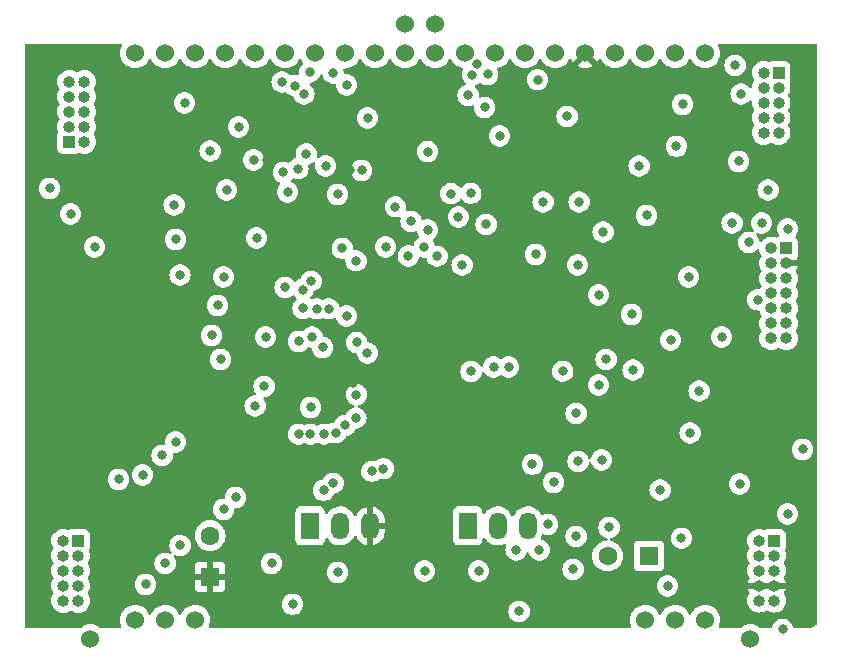
<source format=gbr>
%TF.GenerationSoftware,KiCad,Pcbnew,7.0.10*%
%TF.CreationDate,2025-03-26T19:51:21+01:00*%
%TF.ProjectId,DIC,4449432e-6b69-4636-9164-5f7063625858,rev?*%
%TF.SameCoordinates,Original*%
%TF.FileFunction,Copper,L2,Inr*%
%TF.FilePolarity,Positive*%
%FSLAX46Y46*%
G04 Gerber Fmt 4.6, Leading zero omitted, Abs format (unit mm)*
G04 Created by KiCad (PCBNEW 7.0.10) date 2025-03-26 19:51:21*
%MOMM*%
%LPD*%
G01*
G04 APERTURE LIST*
%TA.AperFunction,ComponentPad*%
%ADD10C,1.524000*%
%TD*%
%TA.AperFunction,ComponentPad*%
%ADD11R,1.600000X1.600000*%
%TD*%
%TA.AperFunction,ComponentPad*%
%ADD12C,1.600000*%
%TD*%
%TA.AperFunction,ComponentPad*%
%ADD13R,1.000000X1.000000*%
%TD*%
%TA.AperFunction,ComponentPad*%
%ADD14O,1.000000X1.000000*%
%TD*%
%TA.AperFunction,ComponentPad*%
%ADD15R,1.500000X2.300000*%
%TD*%
%TA.AperFunction,ComponentPad*%
%ADD16O,1.500000X2.300000*%
%TD*%
%TA.AperFunction,ViaPad*%
%ADD17C,0.800000*%
%TD*%
G04 APERTURE END LIST*
D10*
%TO.N,unconnected-(U6-NC-Pad1)*%
%TO.C,U6*%
X21717000Y-61159000D03*
%TO.N,unconnected-(U6-NC-Pad2)*%
X24257000Y-61159000D03*
%TO.N,unconnected-(U6-NC-Pad3)*%
X26797000Y-61159000D03*
%TO.N,unconnected-(U6-NC-Pad18)*%
X64897000Y-61159000D03*
%TO.N,unconnected-(U6-NC-Pad19)*%
X67437000Y-61159000D03*
%TO.N,unconnected-(U6-NC-Pad20)*%
X69977000Y-61159000D03*
%TO.N,+12V*%
X69977000Y-13199000D03*
X67437000Y-13199000D03*
%TO.N,GND*%
X64897000Y-13199000D03*
X62357000Y-13199000D03*
%TO.N,+3.3V*%
X59817000Y-13199000D03*
%TO.N,GND*%
X57277000Y-13199000D03*
X54737000Y-13199000D03*
X52197000Y-13199000D03*
%TO.N,/nCS_Display*%
X49657000Y-13199000D03*
%TO.N,/nRES_Display*%
X47117000Y-13199000D03*
%TO.N,/D_nC_Display*%
X44577000Y-13199000D03*
%TO.N,/SPI1_SCK_Display*%
X42037000Y-13199000D03*
%TO.N,/SPI1_MOSI_Display*%
X39497000Y-13199000D03*
%TO.N,unconnected-(U6-D2-Pad34)*%
X36957000Y-13199000D03*
%TO.N,GND*%
X34417000Y-13199000D03*
%TO.N,Net-(U6-IREF)*%
X31877000Y-13199000D03*
%TO.N,Net-(C20-Pad2)*%
X29337000Y-13199000D03*
X26797000Y-13199000D03*
%TO.N,+12V*%
X24257000Y-13199000D03*
X21717000Y-13199000D03*
%TD*%
%TO.N,/SPI2_MOSI_RGBLED*%
%TO.C,U4*%
X44577000Y-10733000D03*
%TO.N,/SPI2_SCK_RGBLED*%
X47117000Y-10733000D03*
%TO.N,+5V*%
X17907000Y-62803000D03*
%TO.N,GND*%
X73787000Y-62803000D03*
%TD*%
D11*
%TO.N,+3.3V*%
%TO.C,C21*%
X28067000Y-57531000D03*
D12*
%TO.N,GND*%
X28067000Y-54031000D03*
%TD*%
D13*
%TO.N,unconnected-(JTAG1-Pin_1-Pad1)*%
%TO.C,JTAG1*%
X76835000Y-29718000D03*
D14*
%TO.N,unconnected-(JTAG1-Pin_2-Pad2)*%
X75565000Y-29718000D03*
%TO.N,+3.3V*%
X76835000Y-30988000D03*
%TO.N,JTMS{slash}SWDIO*%
X75565000Y-30988000D03*
%TO.N,GND*%
X76835000Y-32258000D03*
%TO.N,JCLK{slash}SWCLK*%
X75565000Y-32258000D03*
%TO.N,GND*%
X76835000Y-33528000D03*
%TO.N,JTDO{slash}SWO*%
X75565000Y-33528000D03*
%TO.N,unconnected-(JTAG1-Pin_9-Pad9)*%
X76835000Y-34798000D03*
%TO.N,JTDI{slash}NC*%
X75565000Y-34798000D03*
%TO.N,GND*%
X76835000Y-36068000D03*
%TO.N,Reset*%
X75565000Y-36068000D03*
%TO.N,T_VCP_RX*%
X76835000Y-37338000D03*
%TO.N,T_VCP_TX*%
X75565000Y-37338000D03*
%TD*%
D13*
%TO.N,+BATT*%
%TO.C,J3*%
X75819000Y-54473000D03*
D14*
X74549000Y-54473000D03*
%TO.N,+12V*%
X75819000Y-55743000D03*
X74549000Y-55743000D03*
%TO.N,GND*%
X75819000Y-57013000D03*
X74549000Y-57013000D03*
%TO.N,+3.3V*%
X75819000Y-58283000D03*
X74549000Y-58283000D03*
%TO.N,+5V*%
X75819000Y-59553000D03*
X74549000Y-59553000D03*
%TD*%
D13*
%TO.N,GPIO5_5VOut*%
%TO.C,J5*%
X16891000Y-54483000D03*
D14*
%TO.N,GPIO4_12VOut*%
X15621000Y-54483000D03*
%TO.N,GPIO6_12VOut*%
X16891000Y-55753000D03*
%TO.N,GPIO4_5VOut*%
X15621000Y-55753000D03*
%TO.N,GPIO6_5VOut*%
X16891000Y-57023000D03*
%TO.N,GPIO5_12VOut*%
X15621000Y-57023000D03*
%TO.N,GPIO6_In*%
X16891000Y-58293000D03*
%TO.N,GPIO4_In*%
X15621000Y-58293000D03*
%TO.N,GPIO5_In*%
X16891000Y-59563000D03*
%TO.N,GND*%
X15621000Y-59563000D03*
%TD*%
D15*
%TO.N,+BATT*%
%TO.C,U1*%
X49877000Y-53213000D03*
D16*
%TO.N,GND*%
X52417000Y-53213000D03*
%TO.N,+5V*%
X54957000Y-53213000D03*
%TD*%
D15*
%TO.N,+BATT*%
%TO.C,U5*%
X36542000Y-53213000D03*
D16*
%TO.N,GND*%
X39082000Y-53213000D03*
%TO.N,+3.3V*%
X41622000Y-53213000D03*
%TD*%
D13*
%TO.N,GPIO2_In*%
%TO.C,J4*%
X16129000Y-20701000D03*
D14*
%TO.N,GPIO2_5VOut*%
X17399000Y-20701000D03*
%TO.N,GPIO3_12VOut*%
X16129000Y-19431000D03*
%TO.N,GPIO2_12VOut*%
X17399000Y-19431000D03*
%TO.N,GPIO3_5VOut*%
X16129000Y-18161000D03*
%TO.N,GPIO1_In*%
X17399000Y-18161000D03*
%TO.N,GPIO3_In*%
X16129000Y-16891000D03*
%TO.N,GPIO1_5VOut*%
X17399000Y-16891000D03*
%TO.N,GND*%
X16129000Y-15621000D03*
%TO.N,GPIO1_12VOut*%
X17399000Y-15621000D03*
%TD*%
D13*
%TO.N,CAN1_N*%
%TO.C,J2*%
X76200000Y-14859000D03*
D14*
%TO.N,CAN1_P*%
X74930000Y-14859000D03*
%TO.N,Analog0_In*%
X76200000Y-16129000D03*
%TO.N,GND*%
X74930000Y-16129000D03*
X76200000Y-17399000D03*
%TO.N,Analog1_In*%
X74930000Y-17399000D03*
%TO.N,GND*%
X76200000Y-18669000D03*
%TO.N,Analog2_In*%
X74930000Y-18669000D03*
%TO.N,GND*%
X76200000Y-19939000D03*
%TO.N,Analog3_In*%
X74930000Y-19939000D03*
%TD*%
D11*
%TO.N,+BATT*%
%TO.C,C13*%
X65222000Y-55753000D03*
D12*
%TO.N,GND*%
X61722000Y-55753000D03*
%TD*%
D17*
%TO.N,GND*%
X68707000Y-45339000D03*
X50136531Y-25051000D03*
X68072000Y-17526000D03*
X78232000Y-46736000D03*
X50800000Y-57023000D03*
X34163000Y-15621000D03*
X55626000Y-30226000D03*
X63881000Y-40005000D03*
X25518744Y-31961280D03*
X25527000Y-54864000D03*
X76536232Y-61980268D03*
X61849000Y-53340000D03*
X18288000Y-29591000D03*
X52578000Y-20193000D03*
X30480000Y-19431000D03*
X35052000Y-59846000D03*
X67552250Y-21070250D03*
X59182000Y-31115000D03*
X16256000Y-26797000D03*
X63754000Y-35306000D03*
X29210000Y-51816000D03*
X22606000Y-58166000D03*
X61341000Y-28321000D03*
X38862000Y-57150000D03*
X24257000Y-56388000D03*
X72898000Y-49657000D03*
X72517000Y-14224000D03*
X25146000Y-28956000D03*
X25019000Y-26035000D03*
X20320000Y-49276000D03*
X31877000Y-43053000D03*
X22352000Y-48895000D03*
X28067000Y-21463000D03*
X58801000Y-56896000D03*
X40458804Y-42091194D03*
X24003000Y-47244000D03*
X57150000Y-49530000D03*
X14478000Y-24638000D03*
X76962000Y-52197000D03*
X29464000Y-24765000D03*
X54229000Y-60452000D03*
X76962000Y-28067000D03*
X67056000Y-37465000D03*
X31750000Y-22225000D03*
X33274000Y-56388000D03*
X25908000Y-17399000D03*
X52070000Y-39751000D03*
X66167000Y-50165000D03*
X75311000Y-24765000D03*
X49911000Y-16764000D03*
X59309000Y-25781000D03*
X57926747Y-40117253D03*
X46228000Y-57023000D03*
X38862000Y-25146000D03*
X69469000Y-41783000D03*
X61595000Y-39116000D03*
X51435000Y-27686000D03*
X68580000Y-32131000D03*
X49403000Y-31115000D03*
X29210000Y-32131000D03*
X32639000Y-41402000D03*
X51308000Y-17780000D03*
X28956000Y-39116000D03*
X66802000Y-58293000D03*
X30226000Y-50800000D03*
X61214000Y-47625000D03*
X25146000Y-46101000D03*
X67970400Y-54254400D03*
X46482000Y-21525000D03*
X36576000Y-43180000D03*
X71374000Y-37211000D03*
X59055000Y-54102000D03*
X73025000Y-16637000D03*
%TO.N,+3.3V*%
X57023000Y-21209000D03*
X42164000Y-20636000D03*
X39893997Y-23114000D03*
X51149551Y-31161078D03*
X40144616Y-41142777D03*
X65659000Y-46101000D03*
X32893000Y-22225000D03*
X59563000Y-36195000D03*
X60452000Y-17907000D03*
X52265153Y-23690153D03*
X45720000Y-60960000D03*
X33580000Y-42750500D03*
X66802000Y-28194000D03*
%TO.N,+BATT*%
X55932000Y-55245000D03*
X53982000Y-55245000D03*
%TO.N,+5V*%
X64389000Y-22733000D03*
X59055000Y-43688000D03*
X50165000Y-40132000D03*
X43746847Y-26199000D03*
X55361250Y-47995250D03*
X56261000Y-25781000D03*
%TO.N,Analog0_In*%
X74766000Y-27559000D03*
X72263000Y-27559000D03*
%TO.N,JCLK{slash}SWCLK*%
X41384467Y-38579766D03*
%TO.N,JTMS{slash}SWDIO*%
X40485915Y-37681213D03*
%TO.N,Reset*%
X73664653Y-29214653D03*
X28702000Y-34544000D03*
X28194000Y-37084000D03*
X74417347Y-34068000D03*
%TO.N,Analog3_In*%
X72808000Y-22355667D03*
%TO.N,+12V*%
X39624000Y-15875000D03*
X55793347Y-15438161D03*
X51562000Y-14986000D03*
%TO.N,ADC1*%
X35909186Y-33199174D03*
X47281000Y-30381413D03*
%TO.N,ADC2*%
X36615695Y-32491466D03*
X44843547Y-30351154D03*
%TO.N,ADC3*%
X32004000Y-28829000D03*
X48450500Y-25082500D03*
%TO.N,ADC0*%
X49082251Y-27058798D03*
X34417000Y-33020000D03*
%TO.N,/CAN_TX*%
X40426000Y-30771000D03*
X42924502Y-29601803D03*
%TO.N,GPIO3_In*%
X42746539Y-48370500D03*
X37677721Y-50195607D03*
%TO.N,GPIO3_5VOut*%
X41770172Y-48586632D03*
X38481000Y-49600000D03*
%TO.N,GPIO4_In*%
X35560000Y-37592000D03*
%TO.N,GPIO4_5VOut*%
X36559782Y-45450000D03*
%TO.N,GPIO4_12VOut*%
X35560000Y-45450000D03*
%TO.N,GPIO5_12VOut*%
X36703000Y-37211000D03*
%TO.N,GPIO5_5VOut*%
X37719000Y-45450000D03*
%TO.N,GPIO5_In*%
X37592000Y-38100000D03*
%TO.N,GPIO6_12VOut*%
X38711298Y-45326102D03*
%TO.N,GPIO6_5VOut*%
X39497000Y-44704000D03*
%TO.N,GPIO6_In*%
X40402885Y-44085885D03*
%TO.N,ADC1_NTC_CTRL*%
X60960000Y-41275000D03*
X37088653Y-34835000D03*
%TO.N,ADC0_NTC_CTRL*%
X60960000Y-33655000D03*
X38113168Y-34835791D03*
%TO.N,ADC1_CTRL*%
X46478089Y-28157000D03*
X39254399Y-29706601D03*
%TO.N,ADC2_NTC_CTRL*%
X35941000Y-34798000D03*
X56642000Y-53086000D03*
%TO.N,ADC2_CTRL*%
X53340000Y-39751000D03*
X59219000Y-47752000D03*
%TO.N,ADC0_CTRL*%
X45080347Y-27427347D03*
X32766000Y-37211000D03*
%TO.N,ADC3_NTC_CTRL*%
X65024000Y-26924000D03*
X39633306Y-35433000D03*
%TO.N,/SPI2_MOSI_RGBLED*%
X50267269Y-15010731D03*
X40894000Y-23114000D03*
%TO.N,/nCS_Display*%
X34634296Y-24931496D03*
%TO.N,/SPI1_SCK_Display*%
X35246918Y-15934082D03*
X38481000Y-14859000D03*
X34271466Y-23270328D03*
X36503195Y-14786195D03*
%TO.N,/D_nC_Display*%
X35500633Y-22963000D03*
%TO.N,/SPI1_MOSI_Display*%
X36015138Y-16637916D03*
X36205916Y-21712316D03*
%TO.N,/nRES_Display*%
X41402000Y-18669000D03*
%TO.N,/SPI2_SCK_RGBLED*%
X50678465Y-14099182D03*
X37852049Y-22739049D03*
%TO.N,ADC3_CTRL*%
X46179376Y-29607000D03*
X58293000Y-18542000D03*
%TD*%
%TA.AperFunction,Conductor*%
%TO.N,+3.3V*%
G36*
X75533199Y-58117993D02*
G01*
X75494000Y-58225694D01*
X75494000Y-58340306D01*
X75533199Y-58448007D01*
X75604517Y-58533000D01*
X74763483Y-58533000D01*
X74834801Y-58448007D01*
X74874000Y-58340306D01*
X74874000Y-58225694D01*
X74834801Y-58117993D01*
X74763483Y-58033000D01*
X75604517Y-58033000D01*
X75533199Y-58117993D01*
G37*
%TD.AperFunction*%
%TA.AperFunction,Conductor*%
G36*
X20583460Y-12391893D02*
G01*
X20629241Y-12444675D01*
X20639219Y-12513828D01*
X20620979Y-12559964D01*
X20622172Y-12560653D01*
X20619465Y-12565340D01*
X20526107Y-12765548D01*
X20526104Y-12765554D01*
X20468930Y-12978929D01*
X20468929Y-12978937D01*
X20449677Y-13198997D01*
X20449677Y-13199002D01*
X20468929Y-13419062D01*
X20468930Y-13419070D01*
X20526104Y-13632445D01*
X20526105Y-13632447D01*
X20526106Y-13632450D01*
X20559106Y-13703218D01*
X20619466Y-13832662D01*
X20619468Y-13832666D01*
X20746170Y-14013615D01*
X20746175Y-14013621D01*
X20902378Y-14169824D01*
X20902384Y-14169829D01*
X21083333Y-14296531D01*
X21083335Y-14296532D01*
X21083338Y-14296534D01*
X21283550Y-14389894D01*
X21496932Y-14447070D01*
X21654123Y-14460822D01*
X21716998Y-14466323D01*
X21717000Y-14466323D01*
X21717002Y-14466323D01*
X21772017Y-14461509D01*
X21937068Y-14447070D01*
X22150450Y-14389894D01*
X22350662Y-14296534D01*
X22531620Y-14169826D01*
X22687826Y-14013620D01*
X22814534Y-13832662D01*
X22874618Y-13703811D01*
X22920790Y-13651371D01*
X22987983Y-13632219D01*
X23054865Y-13652435D01*
X23099382Y-13703811D01*
X23159464Y-13832658D01*
X23159468Y-13832666D01*
X23286170Y-14013615D01*
X23286175Y-14013621D01*
X23442378Y-14169824D01*
X23442384Y-14169829D01*
X23623333Y-14296531D01*
X23623335Y-14296532D01*
X23623338Y-14296534D01*
X23823550Y-14389894D01*
X24036932Y-14447070D01*
X24194123Y-14460822D01*
X24256998Y-14466323D01*
X24257000Y-14466323D01*
X24257002Y-14466323D01*
X24312017Y-14461509D01*
X24477068Y-14447070D01*
X24690450Y-14389894D01*
X24890662Y-14296534D01*
X25071620Y-14169826D01*
X25227826Y-14013620D01*
X25354534Y-13832662D01*
X25414618Y-13703811D01*
X25460790Y-13651371D01*
X25527983Y-13632219D01*
X25594865Y-13652435D01*
X25639382Y-13703811D01*
X25699464Y-13832658D01*
X25699468Y-13832666D01*
X25826170Y-14013615D01*
X25826175Y-14013621D01*
X25982378Y-14169824D01*
X25982384Y-14169829D01*
X26163333Y-14296531D01*
X26163335Y-14296532D01*
X26163338Y-14296534D01*
X26363550Y-14389894D01*
X26576932Y-14447070D01*
X26734123Y-14460822D01*
X26796998Y-14466323D01*
X26797000Y-14466323D01*
X26797002Y-14466323D01*
X26852017Y-14461509D01*
X27017068Y-14447070D01*
X27230450Y-14389894D01*
X27430662Y-14296534D01*
X27611620Y-14169826D01*
X27767826Y-14013620D01*
X27894534Y-13832662D01*
X27954618Y-13703811D01*
X28000790Y-13651371D01*
X28067983Y-13632219D01*
X28134865Y-13652435D01*
X28179382Y-13703811D01*
X28239464Y-13832658D01*
X28239468Y-13832666D01*
X28366170Y-14013615D01*
X28366175Y-14013621D01*
X28522378Y-14169824D01*
X28522384Y-14169829D01*
X28703333Y-14296531D01*
X28703335Y-14296532D01*
X28703338Y-14296534D01*
X28903550Y-14389894D01*
X29116932Y-14447070D01*
X29274123Y-14460822D01*
X29336998Y-14466323D01*
X29337000Y-14466323D01*
X29337002Y-14466323D01*
X29392017Y-14461509D01*
X29557068Y-14447070D01*
X29770450Y-14389894D01*
X29970662Y-14296534D01*
X30151620Y-14169826D01*
X30307826Y-14013620D01*
X30434534Y-13832662D01*
X30494618Y-13703811D01*
X30540790Y-13651371D01*
X30607983Y-13632219D01*
X30674865Y-13652435D01*
X30719382Y-13703811D01*
X30779464Y-13832658D01*
X30779468Y-13832666D01*
X30906170Y-14013615D01*
X30906175Y-14013621D01*
X31062378Y-14169824D01*
X31062384Y-14169829D01*
X31243333Y-14296531D01*
X31243335Y-14296532D01*
X31243338Y-14296534D01*
X31443550Y-14389894D01*
X31656932Y-14447070D01*
X31814123Y-14460822D01*
X31876998Y-14466323D01*
X31877000Y-14466323D01*
X31877002Y-14466323D01*
X31932017Y-14461509D01*
X32097068Y-14447070D01*
X32310450Y-14389894D01*
X32510662Y-14296534D01*
X32691620Y-14169826D01*
X32847826Y-14013620D01*
X32974534Y-13832662D01*
X33034618Y-13703811D01*
X33080790Y-13651371D01*
X33147983Y-13632219D01*
X33214865Y-13652435D01*
X33259382Y-13703811D01*
X33319464Y-13832658D01*
X33319468Y-13832666D01*
X33446170Y-14013615D01*
X33446175Y-14013621D01*
X33602378Y-14169824D01*
X33602384Y-14169829D01*
X33783333Y-14296531D01*
X33783335Y-14296532D01*
X33783338Y-14296534D01*
X33983550Y-14389894D01*
X34196932Y-14447070D01*
X34354123Y-14460822D01*
X34416998Y-14466323D01*
X34417000Y-14466323D01*
X34417002Y-14466323D01*
X34472017Y-14461509D01*
X34637068Y-14447070D01*
X34850450Y-14389894D01*
X35050662Y-14296534D01*
X35231620Y-14169826D01*
X35387826Y-14013620D01*
X35514534Y-13832662D01*
X35574618Y-13703811D01*
X35620790Y-13651371D01*
X35687983Y-13632219D01*
X35754865Y-13652435D01*
X35799382Y-13703811D01*
X35859466Y-13832662D01*
X35859469Y-13832666D01*
X35932586Y-13937090D01*
X35954913Y-14003296D01*
X35937903Y-14071064D01*
X35903902Y-14108527D01*
X35897325Y-14113305D01*
X35897318Y-14113311D01*
X35770661Y-14253980D01*
X35676016Y-14417910D01*
X35676013Y-14417917D01*
X35619358Y-14592284D01*
X35617521Y-14597939D01*
X35604640Y-14720500D01*
X35597735Y-14786195D01*
X35612344Y-14925194D01*
X35599774Y-14993924D01*
X35552042Y-15044947D01*
X35484302Y-15062065D01*
X35463243Y-15059445D01*
X35341564Y-15033582D01*
X35152272Y-15033582D01*
X35152270Y-15033582D01*
X34965082Y-15073369D01*
X34895415Y-15068053D01*
X34847152Y-15035052D01*
X34768871Y-14948112D01*
X34737327Y-14925194D01*
X34615734Y-14836851D01*
X34615729Y-14836848D01*
X34442807Y-14759857D01*
X34442802Y-14759855D01*
X34297001Y-14728865D01*
X34257646Y-14720500D01*
X34068354Y-14720500D01*
X34035897Y-14727398D01*
X33883197Y-14759855D01*
X33883192Y-14759857D01*
X33710270Y-14836848D01*
X33710265Y-14836851D01*
X33557129Y-14948111D01*
X33430466Y-15088785D01*
X33335821Y-15252715D01*
X33335818Y-15252722D01*
X33279885Y-15424868D01*
X33277326Y-15432744D01*
X33257540Y-15621000D01*
X33277326Y-15809256D01*
X33277327Y-15809259D01*
X33335818Y-15989277D01*
X33335821Y-15989284D01*
X33430467Y-16153216D01*
X33535288Y-16269631D01*
X33557129Y-16293888D01*
X33710265Y-16405148D01*
X33710270Y-16405151D01*
X33883192Y-16482142D01*
X33883197Y-16482144D01*
X34068354Y-16521500D01*
X34068355Y-16521500D01*
X34257644Y-16521500D01*
X34257646Y-16521500D01*
X34442803Y-16482144D01*
X34442804Y-16482143D01*
X34444834Y-16481712D01*
X34514501Y-16487028D01*
X34562764Y-16520029D01*
X34641046Y-16606969D01*
X34641047Y-16606970D01*
X34794183Y-16718230D01*
X34794188Y-16718233D01*
X34896985Y-16764002D01*
X34967115Y-16795226D01*
X35060683Y-16815114D01*
X35122161Y-16848305D01*
X35152830Y-16898085D01*
X35187956Y-17006194D01*
X35187959Y-17006200D01*
X35282605Y-17170132D01*
X35377686Y-17275730D01*
X35409267Y-17310804D01*
X35562403Y-17422064D01*
X35562408Y-17422067D01*
X35735330Y-17499058D01*
X35735335Y-17499060D01*
X35920492Y-17538416D01*
X35920493Y-17538416D01*
X36109782Y-17538416D01*
X36109784Y-17538416D01*
X36294941Y-17499060D01*
X36467868Y-17422067D01*
X36621009Y-17310804D01*
X36747671Y-17170132D01*
X36842317Y-17006200D01*
X36900812Y-16826172D01*
X36920598Y-16637916D01*
X36900812Y-16449660D01*
X36842317Y-16269632D01*
X36747671Y-16105700D01*
X36621009Y-15965028D01*
X36620293Y-15964508D01*
X36544699Y-15909586D01*
X36502033Y-15854257D01*
X36496054Y-15784643D01*
X36528659Y-15722848D01*
X36589498Y-15688491D01*
X36591804Y-15687978D01*
X36597840Y-15686695D01*
X36597841Y-15686695D01*
X36782998Y-15647339D01*
X36955925Y-15570346D01*
X37109066Y-15459083D01*
X37235728Y-15318411D01*
X37330374Y-15154479D01*
X37362338Y-15056103D01*
X37401775Y-14998428D01*
X37466133Y-14971229D01*
X37534980Y-14983143D01*
X37586456Y-15030387D01*
X37598200Y-15056103D01*
X37653818Y-15227277D01*
X37653821Y-15227284D01*
X37748467Y-15391216D01*
X37862817Y-15518214D01*
X37875129Y-15531888D01*
X38028265Y-15643148D01*
X38028270Y-15643151D01*
X38201192Y-15720142D01*
X38201197Y-15720144D01*
X38386354Y-15759500D01*
X38386355Y-15759500D01*
X38575643Y-15759500D01*
X38575646Y-15759500D01*
X38575648Y-15759499D01*
X38581644Y-15758869D01*
X38650374Y-15771435D01*
X38701401Y-15819164D01*
X38717933Y-15869227D01*
X38721468Y-15902856D01*
X38738326Y-16063256D01*
X38738327Y-16063259D01*
X38796818Y-16243277D01*
X38796821Y-16243284D01*
X38891467Y-16407216D01*
X38980655Y-16506269D01*
X39018129Y-16547888D01*
X39171265Y-16659148D01*
X39171270Y-16659151D01*
X39344192Y-16736142D01*
X39344197Y-16736144D01*
X39529354Y-16775500D01*
X39529355Y-16775500D01*
X39718644Y-16775500D01*
X39718646Y-16775500D01*
X39903803Y-16736144D01*
X40076730Y-16659151D01*
X40229871Y-16547888D01*
X40356533Y-16407216D01*
X40451179Y-16243284D01*
X40509674Y-16063256D01*
X40529460Y-15875000D01*
X40509674Y-15686744D01*
X40451179Y-15506716D01*
X40356533Y-15342784D01*
X40229871Y-15202112D01*
X40225570Y-15198987D01*
X40076734Y-15090851D01*
X40076729Y-15090848D01*
X39903807Y-15013857D01*
X39903802Y-15013855D01*
X39758001Y-14982865D01*
X39718646Y-14974500D01*
X39529354Y-14974500D01*
X39529349Y-14974500D01*
X39523343Y-14975131D01*
X39454614Y-14962559D01*
X39403592Y-14914825D01*
X39387066Y-14864771D01*
X39386459Y-14859002D01*
X39386460Y-14859000D01*
X39366674Y-14670744D01*
X39352388Y-14626779D01*
X39350394Y-14556939D01*
X39386474Y-14497106D01*
X39449175Y-14466278D01*
X39481125Y-14464934D01*
X39497000Y-14466323D01*
X39717068Y-14447070D01*
X39930450Y-14389894D01*
X40130662Y-14296534D01*
X40311620Y-14169826D01*
X40467826Y-14013620D01*
X40594534Y-13832662D01*
X40654618Y-13703811D01*
X40700790Y-13651371D01*
X40767983Y-13632219D01*
X40834865Y-13652435D01*
X40879382Y-13703811D01*
X40939464Y-13832658D01*
X40939468Y-13832666D01*
X41066170Y-14013615D01*
X41066175Y-14013621D01*
X41222378Y-14169824D01*
X41222384Y-14169829D01*
X41403333Y-14296531D01*
X41403335Y-14296532D01*
X41403338Y-14296534D01*
X41603550Y-14389894D01*
X41816932Y-14447070D01*
X41974123Y-14460822D01*
X42036998Y-14466323D01*
X42037000Y-14466323D01*
X42037002Y-14466323D01*
X42092017Y-14461509D01*
X42257068Y-14447070D01*
X42470450Y-14389894D01*
X42670662Y-14296534D01*
X42851620Y-14169826D01*
X43007826Y-14013620D01*
X43134534Y-13832662D01*
X43194618Y-13703811D01*
X43240790Y-13651371D01*
X43307983Y-13632219D01*
X43374865Y-13652435D01*
X43419382Y-13703811D01*
X43479464Y-13832658D01*
X43479468Y-13832666D01*
X43606170Y-14013615D01*
X43606175Y-14013621D01*
X43762378Y-14169824D01*
X43762384Y-14169829D01*
X43943333Y-14296531D01*
X43943335Y-14296532D01*
X43943338Y-14296534D01*
X44143550Y-14389894D01*
X44356932Y-14447070D01*
X44514123Y-14460822D01*
X44576998Y-14466323D01*
X44577000Y-14466323D01*
X44577002Y-14466323D01*
X44632017Y-14461509D01*
X44797068Y-14447070D01*
X45010450Y-14389894D01*
X45210662Y-14296534D01*
X45391620Y-14169826D01*
X45547826Y-14013620D01*
X45674534Y-13832662D01*
X45734618Y-13703811D01*
X45780790Y-13651371D01*
X45847983Y-13632219D01*
X45914865Y-13652435D01*
X45959382Y-13703811D01*
X46019464Y-13832658D01*
X46019468Y-13832666D01*
X46146170Y-14013615D01*
X46146175Y-14013621D01*
X46302378Y-14169824D01*
X46302384Y-14169829D01*
X46483333Y-14296531D01*
X46483335Y-14296532D01*
X46483338Y-14296534D01*
X46683550Y-14389894D01*
X46896932Y-14447070D01*
X47054123Y-14460822D01*
X47116998Y-14466323D01*
X47117000Y-14466323D01*
X47117002Y-14466323D01*
X47172017Y-14461509D01*
X47337068Y-14447070D01*
X47550450Y-14389894D01*
X47750662Y-14296534D01*
X47931620Y-14169826D01*
X48087826Y-14013620D01*
X48214534Y-13832662D01*
X48274618Y-13703811D01*
X48320790Y-13651371D01*
X48387983Y-13632219D01*
X48454865Y-13652435D01*
X48499382Y-13703811D01*
X48559464Y-13832658D01*
X48559468Y-13832666D01*
X48686170Y-14013615D01*
X48686175Y-14013621D01*
X48842378Y-14169824D01*
X48842384Y-14169829D01*
X49023333Y-14296531D01*
X49023335Y-14296532D01*
X49023338Y-14296534D01*
X49223550Y-14389894D01*
X49381262Y-14432153D01*
X49440922Y-14468518D01*
X49471451Y-14531365D01*
X49463156Y-14600741D01*
X49456556Y-14613926D01*
X49440091Y-14642444D01*
X49440087Y-14642453D01*
X49381596Y-14822471D01*
X49381595Y-14822475D01*
X49361809Y-15010731D01*
X49381595Y-15198987D01*
X49381596Y-15198990D01*
X49440087Y-15379008D01*
X49440090Y-15379015D01*
X49534736Y-15542947D01*
X49661398Y-15683619D01*
X49663682Y-15685278D01*
X49664684Y-15686578D01*
X49666227Y-15687967D01*
X49665973Y-15688248D01*
X49706350Y-15740606D01*
X49712332Y-15810219D01*
X49679729Y-15872015D01*
X49636552Y-15898906D01*
X49637134Y-15900212D01*
X49458270Y-15979848D01*
X49458265Y-15979851D01*
X49305129Y-16091111D01*
X49178466Y-16231785D01*
X49083821Y-16395715D01*
X49083818Y-16395722D01*
X49037636Y-16537857D01*
X49025326Y-16575744D01*
X49005540Y-16764000D01*
X49025326Y-16952256D01*
X49025327Y-16952259D01*
X49083818Y-17132277D01*
X49083821Y-17132284D01*
X49178467Y-17296216D01*
X49290957Y-17421148D01*
X49305129Y-17436888D01*
X49458265Y-17548148D01*
X49458270Y-17548151D01*
X49631192Y-17625142D01*
X49631197Y-17625144D01*
X49816354Y-17664500D01*
X49816355Y-17664500D01*
X50005644Y-17664500D01*
X50005646Y-17664500D01*
X50190803Y-17625144D01*
X50233803Y-17605998D01*
X50303052Y-17596713D01*
X50366329Y-17626341D01*
X50403543Y-17685476D01*
X50407559Y-17732237D01*
X50402540Y-17780000D01*
X50422326Y-17968256D01*
X50422327Y-17968259D01*
X50480818Y-18148277D01*
X50480821Y-18148284D01*
X50575467Y-18312216D01*
X50615910Y-18357132D01*
X50702129Y-18452888D01*
X50855265Y-18564148D01*
X50855270Y-18564151D01*
X51028192Y-18641142D01*
X51028197Y-18641144D01*
X51213354Y-18680500D01*
X51213355Y-18680500D01*
X51402644Y-18680500D01*
X51402646Y-18680500D01*
X51587803Y-18641144D01*
X51760730Y-18564151D01*
X51791218Y-18542000D01*
X57387540Y-18542000D01*
X57407326Y-18730256D01*
X57407327Y-18730259D01*
X57465818Y-18910277D01*
X57465821Y-18910284D01*
X57560467Y-19074216D01*
X57674817Y-19201214D01*
X57687129Y-19214888D01*
X57840265Y-19326148D01*
X57840270Y-19326151D01*
X58013192Y-19403142D01*
X58013197Y-19403144D01*
X58198354Y-19442500D01*
X58198355Y-19442500D01*
X58387644Y-19442500D01*
X58387646Y-19442500D01*
X58572803Y-19403144D01*
X58745730Y-19326151D01*
X58898871Y-19214888D01*
X59025533Y-19074216D01*
X59120179Y-18910284D01*
X59178674Y-18730256D01*
X59198460Y-18542000D01*
X59178674Y-18353744D01*
X59120179Y-18173716D01*
X59025533Y-18009784D01*
X58898871Y-17869112D01*
X58898870Y-17869111D01*
X58745734Y-17757851D01*
X58745729Y-17757848D01*
X58572807Y-17680857D01*
X58572802Y-17680855D01*
X58427001Y-17649865D01*
X58387646Y-17641500D01*
X58198354Y-17641500D01*
X58165897Y-17648398D01*
X58013197Y-17680855D01*
X58013192Y-17680857D01*
X57840270Y-17757848D01*
X57840265Y-17757851D01*
X57687129Y-17869111D01*
X57560466Y-18009785D01*
X57465821Y-18173715D01*
X57465818Y-18173722D01*
X57421491Y-18310148D01*
X57407326Y-18353744D01*
X57387540Y-18542000D01*
X51791218Y-18542000D01*
X51913871Y-18452888D01*
X52040533Y-18312216D01*
X52135179Y-18148284D01*
X52193674Y-17968256D01*
X52213460Y-17780000D01*
X52193674Y-17591744D01*
X52172312Y-17526000D01*
X67166540Y-17526000D01*
X67186326Y-17714256D01*
X67186327Y-17714259D01*
X67244818Y-17894277D01*
X67244821Y-17894284D01*
X67339467Y-18058216D01*
X67451957Y-18183148D01*
X67466129Y-18198888D01*
X67619265Y-18310148D01*
X67619270Y-18310151D01*
X67792192Y-18387142D01*
X67792197Y-18387144D01*
X67977354Y-18426500D01*
X67977355Y-18426500D01*
X68166644Y-18426500D01*
X68166646Y-18426500D01*
X68351803Y-18387144D01*
X68524730Y-18310151D01*
X68677871Y-18198888D01*
X68804533Y-18058216D01*
X68899179Y-17894284D01*
X68957674Y-17714256D01*
X68977460Y-17526000D01*
X68957674Y-17337744D01*
X68899179Y-17157716D01*
X68804533Y-16993784D01*
X68677871Y-16853112D01*
X68660460Y-16840462D01*
X68524734Y-16741851D01*
X68524729Y-16741848D01*
X68351807Y-16664857D01*
X68351802Y-16664855D01*
X68220750Y-16637000D01*
X72119540Y-16637000D01*
X72139326Y-16825256D01*
X72139327Y-16825259D01*
X72197818Y-17005277D01*
X72197821Y-17005284D01*
X72292467Y-17169216D01*
X72363211Y-17247785D01*
X72419129Y-17309888D01*
X72572265Y-17421148D01*
X72572270Y-17421151D01*
X72745192Y-17498142D01*
X72745197Y-17498144D01*
X72930354Y-17537500D01*
X72930355Y-17537500D01*
X73119644Y-17537500D01*
X73119646Y-17537500D01*
X73304803Y-17498144D01*
X73477730Y-17421151D01*
X73630871Y-17309888D01*
X73718051Y-17213064D01*
X73777535Y-17176417D01*
X73847392Y-17177747D01*
X73905441Y-17216634D01*
X73933251Y-17280730D01*
X73933602Y-17308191D01*
X73924659Y-17398999D01*
X73943975Y-17595129D01*
X73946201Y-17602467D01*
X74000055Y-17780000D01*
X74001188Y-17783733D01*
X74094086Y-17957532D01*
X74097473Y-17962601D01*
X74095836Y-17963694D01*
X74119596Y-18019663D01*
X74107795Y-18088529D01*
X74097109Y-18105156D01*
X74097473Y-18105399D01*
X74094086Y-18110467D01*
X74001188Y-18284266D01*
X73943975Y-18472870D01*
X73924659Y-18669000D01*
X73943975Y-18865129D01*
X74001188Y-19053733D01*
X74094086Y-19227532D01*
X74097473Y-19232601D01*
X74095836Y-19233694D01*
X74119596Y-19289663D01*
X74107795Y-19358529D01*
X74097109Y-19375156D01*
X74097473Y-19375399D01*
X74094086Y-19380467D01*
X74001188Y-19554266D01*
X73943975Y-19742870D01*
X73924659Y-19939000D01*
X73943975Y-20135129D01*
X74001188Y-20323733D01*
X74094086Y-20497532D01*
X74094090Y-20497539D01*
X74219116Y-20649883D01*
X74371460Y-20774909D01*
X74371467Y-20774913D01*
X74545266Y-20867811D01*
X74545269Y-20867811D01*
X74545273Y-20867814D01*
X74733868Y-20925024D01*
X74930000Y-20944341D01*
X75126132Y-20925024D01*
X75314727Y-20867814D01*
X75488538Y-20774910D01*
X75488544Y-20774904D01*
X75493607Y-20771523D01*
X75494703Y-20773164D01*
X75550639Y-20749405D01*
X75619507Y-20761194D01*
X75636148Y-20771888D01*
X75636393Y-20771523D01*
X75641458Y-20774907D01*
X75641462Y-20774910D01*
X75784136Y-20851171D01*
X75811669Y-20865888D01*
X75815273Y-20867814D01*
X76003868Y-20925024D01*
X76200000Y-20944341D01*
X76396132Y-20925024D01*
X76584727Y-20867814D01*
X76588331Y-20865888D01*
X76758532Y-20774913D01*
X76758538Y-20774910D01*
X76910883Y-20649883D01*
X77035910Y-20497538D01*
X77089456Y-20397361D01*
X77128811Y-20323733D01*
X77128811Y-20323732D01*
X77128814Y-20323727D01*
X77186024Y-20135132D01*
X77205341Y-19939000D01*
X77186024Y-19742868D01*
X77128814Y-19554273D01*
X77035910Y-19380462D01*
X77035907Y-19380458D01*
X77032523Y-19375393D01*
X77034164Y-19374296D01*
X77010405Y-19318361D01*
X77022194Y-19249493D01*
X77032888Y-19232851D01*
X77032523Y-19232607D01*
X77035904Y-19227544D01*
X77035910Y-19227538D01*
X77128814Y-19053727D01*
X77186024Y-18865132D01*
X77205341Y-18669000D01*
X77186024Y-18472868D01*
X77128814Y-18284273D01*
X77035910Y-18110462D01*
X77035907Y-18110458D01*
X77032523Y-18105393D01*
X77034164Y-18104296D01*
X77010405Y-18048361D01*
X77022194Y-17979493D01*
X77032888Y-17962851D01*
X77032523Y-17962607D01*
X77035904Y-17957544D01*
X77035910Y-17957538D01*
X77128814Y-17783727D01*
X77186024Y-17595132D01*
X77205341Y-17399000D01*
X77186024Y-17202868D01*
X77128814Y-17014273D01*
X77035910Y-16840462D01*
X77035907Y-16840458D01*
X77032523Y-16835393D01*
X77034164Y-16834296D01*
X77010405Y-16778361D01*
X77022194Y-16709493D01*
X77032888Y-16692851D01*
X77032523Y-16692607D01*
X77035904Y-16687544D01*
X77035910Y-16687538D01*
X77128814Y-16513727D01*
X77186024Y-16325132D01*
X77205341Y-16129000D01*
X77186024Y-15932868D01*
X77128814Y-15744273D01*
X77127677Y-15742146D01*
X77127418Y-15740904D01*
X77126483Y-15738645D01*
X77126911Y-15738467D01*
X77113435Y-15673746D01*
X77137771Y-15609379D01*
X77143796Y-15601331D01*
X77194091Y-15466483D01*
X77200500Y-15406873D01*
X77200499Y-14311128D01*
X77194091Y-14251517D01*
X77193801Y-14250740D01*
X77143797Y-14116671D01*
X77143793Y-14116664D01*
X77057547Y-14001455D01*
X77057544Y-14001452D01*
X76942335Y-13915206D01*
X76942328Y-13915202D01*
X76807482Y-13864908D01*
X76807483Y-13864908D01*
X76747883Y-13858501D01*
X76747881Y-13858500D01*
X76747873Y-13858500D01*
X76747864Y-13858500D01*
X75652129Y-13858500D01*
X75652123Y-13858501D01*
X75592516Y-13864908D01*
X75457671Y-13915202D01*
X75457666Y-13915205D01*
X75449614Y-13921233D01*
X75384149Y-13945648D01*
X75320530Y-13932104D01*
X75320359Y-13932518D01*
X75318123Y-13931592D01*
X75316850Y-13931321D01*
X75314729Y-13930187D01*
X75314728Y-13930186D01*
X75314727Y-13930186D01*
X75126132Y-13872976D01*
X75126129Y-13872975D01*
X74930000Y-13853659D01*
X74733870Y-13872975D01*
X74545266Y-13930188D01*
X74371467Y-14023086D01*
X74371460Y-14023090D01*
X74219116Y-14148116D01*
X74094090Y-14300460D01*
X74094086Y-14300467D01*
X74001188Y-14474266D01*
X73943975Y-14662870D01*
X73924659Y-14859000D01*
X73943975Y-15055129D01*
X74001188Y-15243733D01*
X74094086Y-15417532D01*
X74097473Y-15422601D01*
X74095836Y-15423694D01*
X74119596Y-15479663D01*
X74107795Y-15548529D01*
X74097109Y-15565156D01*
X74097473Y-15565399D01*
X74094086Y-15570467D01*
X74001188Y-15744266D01*
X73943975Y-15932870D01*
X73937870Y-15994856D01*
X73911708Y-16059643D01*
X73854673Y-16100002D01*
X73784873Y-16103118D01*
X73724469Y-16068002D01*
X73722317Y-16065673D01*
X73720143Y-16063259D01*
X73630871Y-15964112D01*
X73630870Y-15964111D01*
X73477734Y-15852851D01*
X73477729Y-15852848D01*
X73304807Y-15775857D01*
X73304802Y-15775855D01*
X73156182Y-15744266D01*
X73119646Y-15736500D01*
X72930354Y-15736500D01*
X72911037Y-15740606D01*
X72745197Y-15775855D01*
X72745192Y-15775857D01*
X72572270Y-15852848D01*
X72572265Y-15852851D01*
X72419129Y-15964111D01*
X72292466Y-16104785D01*
X72197821Y-16268715D01*
X72197818Y-16268722D01*
X72153491Y-16405148D01*
X72139326Y-16448744D01*
X72119540Y-16637000D01*
X68220750Y-16637000D01*
X68206001Y-16633865D01*
X68166646Y-16625500D01*
X67977354Y-16625500D01*
X67944897Y-16632398D01*
X67792197Y-16664855D01*
X67792192Y-16664857D01*
X67619270Y-16741848D01*
X67619265Y-16741851D01*
X67466129Y-16853111D01*
X67339466Y-16993785D01*
X67244821Y-17157715D01*
X67244818Y-17157722D01*
X67204851Y-17280730D01*
X67186326Y-17337744D01*
X67166540Y-17526000D01*
X52172312Y-17526000D01*
X52135179Y-17411716D01*
X52040533Y-17247784D01*
X51913871Y-17107112D01*
X51886367Y-17087129D01*
X51760734Y-16995851D01*
X51760729Y-16995848D01*
X51587807Y-16918857D01*
X51587802Y-16918855D01*
X51442001Y-16887865D01*
X51402646Y-16879500D01*
X51213354Y-16879500D01*
X51180897Y-16886398D01*
X51028197Y-16918855D01*
X51028192Y-16918857D01*
X50985194Y-16938001D01*
X50915944Y-16947285D01*
X50852668Y-16917656D01*
X50815455Y-16858520D01*
X50811440Y-16811760D01*
X50816460Y-16764000D01*
X50796674Y-16575744D01*
X50738179Y-16395716D01*
X50643533Y-16231784D01*
X50516871Y-16091112D01*
X50516870Y-16091111D01*
X50516868Y-16091109D01*
X50514584Y-16089450D01*
X50513581Y-16088150D01*
X50512042Y-16086764D01*
X50512295Y-16086482D01*
X50471917Y-16034121D01*
X50465936Y-15964508D01*
X50498541Y-15902712D01*
X50541718Y-15875829D01*
X50541135Y-15874519D01*
X50670032Y-15817129D01*
X50719999Y-15794882D01*
X50858771Y-15694058D01*
X50924573Y-15670580D01*
X50992627Y-15686405D01*
X51004538Y-15694060D01*
X51109265Y-15770148D01*
X51109270Y-15770151D01*
X51282192Y-15847142D01*
X51282197Y-15847144D01*
X51467354Y-15886500D01*
X51467355Y-15886500D01*
X51656644Y-15886500D01*
X51656646Y-15886500D01*
X51841803Y-15847144D01*
X52014730Y-15770151D01*
X52167871Y-15658888D01*
X52294533Y-15518216D01*
X52340753Y-15438161D01*
X54887887Y-15438161D01*
X54907673Y-15626417D01*
X54907674Y-15626420D01*
X54966165Y-15806438D01*
X54966168Y-15806445D01*
X55060814Y-15970377D01*
X55092649Y-16005733D01*
X55187476Y-16111049D01*
X55340612Y-16222309D01*
X55340617Y-16222312D01*
X55513539Y-16299303D01*
X55513544Y-16299305D01*
X55698701Y-16338661D01*
X55698702Y-16338661D01*
X55887991Y-16338661D01*
X55887993Y-16338661D01*
X56073150Y-16299305D01*
X56246077Y-16222312D01*
X56399218Y-16111049D01*
X56525880Y-15970377D01*
X56620526Y-15806445D01*
X56679021Y-15626417D01*
X56698807Y-15438161D01*
X56679021Y-15249905D01*
X56620526Y-15069877D01*
X56525880Y-14905945D01*
X56399218Y-14765273D01*
X56399217Y-14765272D01*
X56246081Y-14654012D01*
X56246076Y-14654009D01*
X56073154Y-14577018D01*
X56073149Y-14577016D01*
X55927348Y-14546026D01*
X55887993Y-14537661D01*
X55698701Y-14537661D01*
X55666244Y-14544559D01*
X55513544Y-14577016D01*
X55513539Y-14577018D01*
X55340617Y-14654009D01*
X55340612Y-14654012D01*
X55187476Y-14765272D01*
X55060813Y-14905946D01*
X54966168Y-15069876D01*
X54966165Y-15069883D01*
X54912102Y-15236273D01*
X54907673Y-15249905D01*
X54887887Y-15438161D01*
X52340753Y-15438161D01*
X52389179Y-15354284D01*
X52447674Y-15174256D01*
X52467460Y-14986000D01*
X52447674Y-14797744D01*
X52389179Y-14617716D01*
X52388389Y-14616348D01*
X52388174Y-14615460D01*
X52386538Y-14611786D01*
X52387210Y-14611486D01*
X52371920Y-14548449D01*
X52394774Y-14482423D01*
X52449696Y-14439234D01*
X52463676Y-14434581D01*
X52630450Y-14389894D01*
X52830662Y-14296534D01*
X53011620Y-14169826D01*
X53167826Y-14013620D01*
X53294534Y-13832662D01*
X53354618Y-13703811D01*
X53400790Y-13651371D01*
X53467983Y-13632219D01*
X53534865Y-13652435D01*
X53579382Y-13703811D01*
X53639464Y-13832658D01*
X53639468Y-13832666D01*
X53766170Y-14013615D01*
X53766175Y-14013621D01*
X53922378Y-14169824D01*
X53922384Y-14169829D01*
X54103333Y-14296531D01*
X54103335Y-14296532D01*
X54103338Y-14296534D01*
X54303550Y-14389894D01*
X54516932Y-14447070D01*
X54674123Y-14460822D01*
X54736998Y-14466323D01*
X54737000Y-14466323D01*
X54737002Y-14466323D01*
X54792017Y-14461509D01*
X54957068Y-14447070D01*
X55170450Y-14389894D01*
X55370662Y-14296534D01*
X55551620Y-14169826D01*
X55707826Y-14013620D01*
X55834534Y-13832662D01*
X55894618Y-13703811D01*
X55940790Y-13651371D01*
X56007983Y-13632219D01*
X56074865Y-13652435D01*
X56119382Y-13703811D01*
X56179464Y-13832658D01*
X56179468Y-13832666D01*
X56306170Y-14013615D01*
X56306175Y-14013621D01*
X56462378Y-14169824D01*
X56462384Y-14169829D01*
X56643333Y-14296531D01*
X56643335Y-14296532D01*
X56643338Y-14296534D01*
X56843550Y-14389894D01*
X57056932Y-14447070D01*
X57214123Y-14460822D01*
X57276998Y-14466323D01*
X57277000Y-14466323D01*
X57277002Y-14466323D01*
X57332017Y-14461509D01*
X57497068Y-14447070D01*
X57710450Y-14389894D01*
X57910662Y-14296534D01*
X58091620Y-14169826D01*
X58247826Y-14013620D01*
X58374534Y-13832662D01*
X58434894Y-13703218D01*
X58481066Y-13650779D01*
X58548259Y-13631627D01*
X58615141Y-13651843D01*
X58659658Y-13703219D01*
X58719898Y-13832405D01*
X58719901Y-13832411D01*
X58765258Y-13897187D01*
X58765258Y-13897188D01*
X59432096Y-13230350D01*
X59432051Y-13230898D01*
X59463266Y-13354162D01*
X59532813Y-13460612D01*
X59633157Y-13538713D01*
X59753422Y-13580000D01*
X59789553Y-13580000D01*
X59118810Y-14250740D01*
X59183590Y-14296099D01*
X59183592Y-14296100D01*
X59383715Y-14389419D01*
X59383729Y-14389424D01*
X59597013Y-14446573D01*
X59597023Y-14446575D01*
X59816999Y-14465821D01*
X59817001Y-14465821D01*
X60036976Y-14446575D01*
X60036986Y-14446573D01*
X60250270Y-14389424D01*
X60250284Y-14389419D01*
X60450407Y-14296100D01*
X60450417Y-14296094D01*
X60515188Y-14250741D01*
X59844448Y-13580000D01*
X59848569Y-13580000D01*
X59942421Y-13564339D01*
X60054251Y-13503820D01*
X60140371Y-13410269D01*
X60191448Y-13293823D01*
X60197105Y-13225552D01*
X60868741Y-13897188D01*
X60914094Y-13832417D01*
X60914095Y-13832416D01*
X60974340Y-13703219D01*
X61020512Y-13650780D01*
X61087706Y-13631627D01*
X61154587Y-13651842D01*
X61199105Y-13703218D01*
X61259466Y-13832662D01*
X61259468Y-13832666D01*
X61386170Y-14013615D01*
X61386175Y-14013621D01*
X61542378Y-14169824D01*
X61542384Y-14169829D01*
X61723333Y-14296531D01*
X61723335Y-14296532D01*
X61723338Y-14296534D01*
X61923550Y-14389894D01*
X62136932Y-14447070D01*
X62294123Y-14460822D01*
X62356998Y-14466323D01*
X62357000Y-14466323D01*
X62357002Y-14466323D01*
X62412017Y-14461509D01*
X62577068Y-14447070D01*
X62790450Y-14389894D01*
X62990662Y-14296534D01*
X63171620Y-14169826D01*
X63327826Y-14013620D01*
X63454534Y-13832662D01*
X63514618Y-13703811D01*
X63560790Y-13651371D01*
X63627983Y-13632219D01*
X63694865Y-13652435D01*
X63739382Y-13703811D01*
X63799464Y-13832658D01*
X63799468Y-13832666D01*
X63926170Y-14013615D01*
X63926175Y-14013621D01*
X64082378Y-14169824D01*
X64082384Y-14169829D01*
X64263333Y-14296531D01*
X64263335Y-14296532D01*
X64263338Y-14296534D01*
X64463550Y-14389894D01*
X64676932Y-14447070D01*
X64834123Y-14460822D01*
X64896998Y-14466323D01*
X64897000Y-14466323D01*
X64897002Y-14466323D01*
X64952017Y-14461509D01*
X65117068Y-14447070D01*
X65330450Y-14389894D01*
X65530662Y-14296534D01*
X65711620Y-14169826D01*
X65867826Y-14013620D01*
X65994534Y-13832662D01*
X66054618Y-13703811D01*
X66100790Y-13651371D01*
X66167983Y-13632219D01*
X66234865Y-13652435D01*
X66279382Y-13703811D01*
X66339464Y-13832658D01*
X66339468Y-13832666D01*
X66466170Y-14013615D01*
X66466175Y-14013621D01*
X66622378Y-14169824D01*
X66622384Y-14169829D01*
X66803333Y-14296531D01*
X66803335Y-14296532D01*
X66803338Y-14296534D01*
X67003550Y-14389894D01*
X67216932Y-14447070D01*
X67374123Y-14460822D01*
X67436998Y-14466323D01*
X67437000Y-14466323D01*
X67437002Y-14466323D01*
X67492017Y-14461509D01*
X67657068Y-14447070D01*
X67870450Y-14389894D01*
X68070662Y-14296534D01*
X68251620Y-14169826D01*
X68407826Y-14013620D01*
X68534534Y-13832662D01*
X68594618Y-13703811D01*
X68640790Y-13651371D01*
X68707983Y-13632219D01*
X68774865Y-13652435D01*
X68819382Y-13703811D01*
X68879464Y-13832658D01*
X68879468Y-13832666D01*
X69006170Y-14013615D01*
X69006175Y-14013621D01*
X69162378Y-14169824D01*
X69162384Y-14169829D01*
X69343333Y-14296531D01*
X69343335Y-14296532D01*
X69343338Y-14296534D01*
X69543550Y-14389894D01*
X69756932Y-14447070D01*
X69914123Y-14460822D01*
X69976998Y-14466323D01*
X69977000Y-14466323D01*
X69977002Y-14466323D01*
X70032017Y-14461509D01*
X70197068Y-14447070D01*
X70410450Y-14389894D01*
X70610662Y-14296534D01*
X70714251Y-14224000D01*
X71611540Y-14224000D01*
X71631326Y-14412256D01*
X71631327Y-14412259D01*
X71689818Y-14592277D01*
X71689821Y-14592284D01*
X71784467Y-14756216D01*
X71882211Y-14864771D01*
X71911129Y-14896888D01*
X72064265Y-15008148D01*
X72064270Y-15008151D01*
X72237192Y-15085142D01*
X72237197Y-15085144D01*
X72422354Y-15124500D01*
X72422355Y-15124500D01*
X72611644Y-15124500D01*
X72611646Y-15124500D01*
X72796803Y-15085144D01*
X72969730Y-15008151D01*
X73122871Y-14896888D01*
X73249533Y-14756216D01*
X73344179Y-14592284D01*
X73402674Y-14412256D01*
X73422460Y-14224000D01*
X73402674Y-14035744D01*
X73344179Y-13855716D01*
X73249533Y-13691784D01*
X73122871Y-13551112D01*
X73122870Y-13551111D01*
X72969734Y-13439851D01*
X72969729Y-13439848D01*
X72796807Y-13362857D01*
X72796802Y-13362855D01*
X72651001Y-13331865D01*
X72611646Y-13323500D01*
X72422354Y-13323500D01*
X72389897Y-13330398D01*
X72237197Y-13362855D01*
X72237192Y-13362857D01*
X72064270Y-13439848D01*
X72064265Y-13439851D01*
X71911129Y-13551111D01*
X71784466Y-13691785D01*
X71689821Y-13855715D01*
X71689818Y-13855722D01*
X71631327Y-14035740D01*
X71631326Y-14035744D01*
X71611540Y-14224000D01*
X70714251Y-14224000D01*
X70791620Y-14169826D01*
X70947826Y-14013620D01*
X71074534Y-13832662D01*
X71167894Y-13632450D01*
X71225070Y-13419068D01*
X71244323Y-13199000D01*
X71241532Y-13167102D01*
X71230748Y-13043838D01*
X71225070Y-12978932D01*
X71167894Y-12765550D01*
X71074534Y-12565339D01*
X71074530Y-12565333D01*
X71072893Y-12562497D01*
X71072551Y-12561087D01*
X71072246Y-12560433D01*
X71072377Y-12560371D01*
X71056423Y-12494596D01*
X71079277Y-12428570D01*
X71134199Y-12385381D01*
X71180282Y-12376500D01*
X79322000Y-12376500D01*
X79389039Y-12396185D01*
X79434794Y-12448989D01*
X79446000Y-12500500D01*
X79446000Y-61518796D01*
X79426315Y-61585835D01*
X79375083Y-61630859D01*
X78939764Y-61837063D01*
X78886681Y-61849000D01*
X77530514Y-61849000D01*
X77463475Y-61829315D01*
X77417720Y-61776511D01*
X77412583Y-61763318D01*
X77363413Y-61611990D01*
X77363412Y-61611989D01*
X77363411Y-61611984D01*
X77268765Y-61448052D01*
X77142103Y-61307380D01*
X77142102Y-61307379D01*
X76988966Y-61196119D01*
X76988961Y-61196116D01*
X76816039Y-61119125D01*
X76816034Y-61119123D01*
X76670233Y-61088133D01*
X76630878Y-61079768D01*
X76441586Y-61079768D01*
X76409129Y-61086666D01*
X76256429Y-61119123D01*
X76256424Y-61119125D01*
X76083502Y-61196116D01*
X76083497Y-61196119D01*
X75930361Y-61307379D01*
X75803698Y-61448053D01*
X75709053Y-61611983D01*
X75709050Y-61611990D01*
X75659881Y-61763318D01*
X75620443Y-61820994D01*
X75556085Y-61848192D01*
X75541950Y-61849000D01*
X74664747Y-61849000D01*
X74597708Y-61829315D01*
X74593624Y-61826575D01*
X74420666Y-61705468D01*
X74420662Y-61705466D01*
X74420660Y-61705465D01*
X74220450Y-61612106D01*
X74220447Y-61612105D01*
X74220445Y-61612104D01*
X74007070Y-61554930D01*
X74007062Y-61554929D01*
X73787002Y-61535677D01*
X73786998Y-61535677D01*
X73566937Y-61554929D01*
X73566929Y-61554930D01*
X73353554Y-61612104D01*
X73353548Y-61612107D01*
X73153340Y-61705465D01*
X73153338Y-61705466D01*
X72980376Y-61826575D01*
X72914170Y-61848902D01*
X72909253Y-61849000D01*
X71242904Y-61849000D01*
X71175865Y-61829315D01*
X71130110Y-61776511D01*
X71120166Y-61707353D01*
X71130522Y-61672596D01*
X71167891Y-61592456D01*
X71167894Y-61592450D01*
X71225070Y-61379068D01*
X71244323Y-61159000D01*
X71240834Y-61119125D01*
X71237103Y-61076474D01*
X71225070Y-60938932D01*
X71167894Y-60725550D01*
X71074534Y-60525339D01*
X70983892Y-60395888D01*
X70947827Y-60344381D01*
X70877329Y-60273883D01*
X70791620Y-60188174D01*
X70791616Y-60188171D01*
X70791615Y-60188170D01*
X70610666Y-60061468D01*
X70610662Y-60061466D01*
X70552316Y-60034259D01*
X70410450Y-59968106D01*
X70410447Y-59968105D01*
X70410445Y-59968104D01*
X70197070Y-59910930D01*
X70197062Y-59910929D01*
X69977002Y-59891677D01*
X69976998Y-59891677D01*
X69756937Y-59910929D01*
X69756929Y-59910930D01*
X69543554Y-59968104D01*
X69543548Y-59968107D01*
X69343340Y-60061465D01*
X69343338Y-60061466D01*
X69162377Y-60188175D01*
X69006175Y-60344377D01*
X68879466Y-60525338D01*
X68879465Y-60525340D01*
X68819382Y-60654189D01*
X68773209Y-60706628D01*
X68706016Y-60725780D01*
X68639135Y-60705564D01*
X68594618Y-60654189D01*
X68554586Y-60568341D01*
X68534534Y-60525339D01*
X68443892Y-60395888D01*
X68407827Y-60344381D01*
X68337329Y-60273883D01*
X68251620Y-60188174D01*
X68251616Y-60188171D01*
X68251615Y-60188170D01*
X68070666Y-60061468D01*
X68070662Y-60061466D01*
X68012316Y-60034259D01*
X67870450Y-59968106D01*
X67870447Y-59968105D01*
X67870445Y-59968104D01*
X67657070Y-59910930D01*
X67657062Y-59910929D01*
X67437002Y-59891677D01*
X67436998Y-59891677D01*
X67216937Y-59910929D01*
X67216929Y-59910930D01*
X67003554Y-59968104D01*
X67003548Y-59968107D01*
X66803340Y-60061465D01*
X66803338Y-60061466D01*
X66622377Y-60188175D01*
X66466175Y-60344377D01*
X66339466Y-60525338D01*
X66339465Y-60525340D01*
X66279382Y-60654189D01*
X66233209Y-60706628D01*
X66166016Y-60725780D01*
X66099135Y-60705564D01*
X66054618Y-60654189D01*
X66014586Y-60568341D01*
X65994534Y-60525339D01*
X65903892Y-60395888D01*
X65867827Y-60344381D01*
X65797329Y-60273883D01*
X65711620Y-60188174D01*
X65711616Y-60188171D01*
X65711615Y-60188170D01*
X65530666Y-60061468D01*
X65530662Y-60061466D01*
X65472316Y-60034259D01*
X65330450Y-59968106D01*
X65330447Y-59968105D01*
X65330445Y-59968104D01*
X65117070Y-59910930D01*
X65117062Y-59910929D01*
X64897002Y-59891677D01*
X64896998Y-59891677D01*
X64676937Y-59910929D01*
X64676929Y-59910930D01*
X64463554Y-59968104D01*
X64463548Y-59968107D01*
X64263340Y-60061465D01*
X64263338Y-60061466D01*
X64082377Y-60188175D01*
X63926175Y-60344377D01*
X63799466Y-60525338D01*
X63799465Y-60525340D01*
X63706107Y-60725548D01*
X63706104Y-60725554D01*
X63648930Y-60938929D01*
X63648929Y-60938937D01*
X63629677Y-61158997D01*
X63629677Y-61159002D01*
X63648929Y-61379062D01*
X63648930Y-61379070D01*
X63706104Y-61592445D01*
X63706108Y-61592456D01*
X63743478Y-61672596D01*
X63753970Y-61741673D01*
X63725450Y-61805457D01*
X63666973Y-61843696D01*
X63631096Y-61849000D01*
X28062904Y-61849000D01*
X27995865Y-61829315D01*
X27950110Y-61776511D01*
X27940166Y-61707353D01*
X27950522Y-61672596D01*
X27987891Y-61592456D01*
X27987894Y-61592450D01*
X28045070Y-61379068D01*
X28064323Y-61159000D01*
X28060834Y-61119125D01*
X28057103Y-61076474D01*
X28045070Y-60938932D01*
X27987894Y-60725550D01*
X27894534Y-60525339D01*
X27803892Y-60395888D01*
X27767827Y-60344381D01*
X27697329Y-60273883D01*
X27611620Y-60188174D01*
X27611616Y-60188171D01*
X27611615Y-60188170D01*
X27430666Y-60061468D01*
X27430662Y-60061466D01*
X27372316Y-60034259D01*
X27230450Y-59968106D01*
X27230447Y-59968105D01*
X27230445Y-59968104D01*
X27017070Y-59910930D01*
X27017062Y-59910929D01*
X26797002Y-59891677D01*
X26796998Y-59891677D01*
X26576937Y-59910929D01*
X26576929Y-59910930D01*
X26363554Y-59968104D01*
X26363548Y-59968107D01*
X26163340Y-60061465D01*
X26163338Y-60061466D01*
X25982377Y-60188175D01*
X25826175Y-60344377D01*
X25699466Y-60525338D01*
X25699465Y-60525340D01*
X25639382Y-60654189D01*
X25593209Y-60706628D01*
X25526016Y-60725780D01*
X25459135Y-60705564D01*
X25414618Y-60654189D01*
X25374586Y-60568341D01*
X25354534Y-60525339D01*
X25263892Y-60395888D01*
X25227827Y-60344381D01*
X25157329Y-60273883D01*
X25071620Y-60188174D01*
X25071616Y-60188171D01*
X25071615Y-60188170D01*
X24890666Y-60061468D01*
X24890662Y-60061466D01*
X24832316Y-60034259D01*
X24690450Y-59968106D01*
X24690447Y-59968105D01*
X24690445Y-59968104D01*
X24477070Y-59910930D01*
X24477062Y-59910929D01*
X24257002Y-59891677D01*
X24256998Y-59891677D01*
X24036937Y-59910929D01*
X24036929Y-59910930D01*
X23823554Y-59968104D01*
X23823548Y-59968107D01*
X23623340Y-60061465D01*
X23623338Y-60061466D01*
X23442377Y-60188175D01*
X23286175Y-60344377D01*
X23159466Y-60525338D01*
X23159465Y-60525340D01*
X23099382Y-60654189D01*
X23053209Y-60706628D01*
X22986016Y-60725780D01*
X22919135Y-60705564D01*
X22874618Y-60654189D01*
X22834586Y-60568341D01*
X22814534Y-60525339D01*
X22723892Y-60395888D01*
X22687827Y-60344381D01*
X22617329Y-60273883D01*
X22531620Y-60188174D01*
X22531616Y-60188171D01*
X22531615Y-60188170D01*
X22350666Y-60061468D01*
X22350662Y-60061466D01*
X22292316Y-60034259D01*
X22150450Y-59968106D01*
X22150447Y-59968105D01*
X22150445Y-59968104D01*
X21937070Y-59910930D01*
X21937062Y-59910929D01*
X21717002Y-59891677D01*
X21716998Y-59891677D01*
X21496937Y-59910929D01*
X21496929Y-59910930D01*
X21283554Y-59968104D01*
X21283548Y-59968107D01*
X21083340Y-60061465D01*
X21083338Y-60061466D01*
X20902377Y-60188175D01*
X20746175Y-60344377D01*
X20619466Y-60525338D01*
X20619465Y-60525340D01*
X20526107Y-60725548D01*
X20526104Y-60725554D01*
X20468930Y-60938929D01*
X20468929Y-60938937D01*
X20449677Y-61158997D01*
X20449677Y-61159002D01*
X20468929Y-61379062D01*
X20468930Y-61379070D01*
X20526104Y-61592445D01*
X20526108Y-61592456D01*
X20563478Y-61672596D01*
X20573970Y-61741673D01*
X20545450Y-61805457D01*
X20486973Y-61843696D01*
X20451096Y-61849000D01*
X18784747Y-61849000D01*
X18717708Y-61829315D01*
X18713624Y-61826575D01*
X18540666Y-61705468D01*
X18540662Y-61705466D01*
X18540660Y-61705465D01*
X18340450Y-61612106D01*
X18340447Y-61612105D01*
X18340445Y-61612104D01*
X18127070Y-61554930D01*
X18127062Y-61554929D01*
X17907002Y-61535677D01*
X17906998Y-61535677D01*
X17686937Y-61554929D01*
X17686929Y-61554930D01*
X17473554Y-61612104D01*
X17473548Y-61612107D01*
X17273340Y-61705465D01*
X17273338Y-61705466D01*
X17100376Y-61826575D01*
X17034170Y-61848902D01*
X17029253Y-61849000D01*
X12499141Y-61849000D01*
X12432102Y-61829315D01*
X12386347Y-61776511D01*
X12375141Y-61724961D01*
X12375829Y-59563000D01*
X14615659Y-59563000D01*
X14634975Y-59759129D01*
X14634976Y-59759132D01*
X14689154Y-59937733D01*
X14692188Y-59947733D01*
X14785086Y-60121532D01*
X14785090Y-60121539D01*
X14910116Y-60273883D01*
X15062460Y-60398909D01*
X15062467Y-60398913D01*
X15236266Y-60491811D01*
X15236269Y-60491811D01*
X15236273Y-60491814D01*
X15424868Y-60549024D01*
X15621000Y-60568341D01*
X15817132Y-60549024D01*
X16005727Y-60491814D01*
X16179538Y-60398910D01*
X16179544Y-60398904D01*
X16184607Y-60395523D01*
X16185703Y-60397164D01*
X16241639Y-60373405D01*
X16310507Y-60385194D01*
X16327148Y-60395888D01*
X16327393Y-60395523D01*
X16332458Y-60398907D01*
X16332462Y-60398910D01*
X16506273Y-60491814D01*
X16694868Y-60549024D01*
X16891000Y-60568341D01*
X17087132Y-60549024D01*
X17275727Y-60491814D01*
X17294440Y-60481812D01*
X17449532Y-60398913D01*
X17449538Y-60398910D01*
X17601883Y-60273883D01*
X17726910Y-60121538D01*
X17819814Y-59947727D01*
X17850673Y-59846000D01*
X34146540Y-59846000D01*
X34166326Y-60034256D01*
X34166327Y-60034259D01*
X34224818Y-60214277D01*
X34224821Y-60214284D01*
X34319467Y-60378216D01*
X34446129Y-60518888D01*
X34599265Y-60630148D01*
X34599270Y-60630151D01*
X34772192Y-60707142D01*
X34772197Y-60707144D01*
X34957354Y-60746500D01*
X34957355Y-60746500D01*
X35146644Y-60746500D01*
X35146646Y-60746500D01*
X35331803Y-60707144D01*
X35504730Y-60630151D01*
X35657871Y-60518888D01*
X35718097Y-60452000D01*
X53323540Y-60452000D01*
X53343326Y-60640256D01*
X53343327Y-60640259D01*
X53401818Y-60820277D01*
X53401821Y-60820284D01*
X53496467Y-60984216D01*
X53582503Y-61079768D01*
X53623129Y-61124888D01*
X53776265Y-61236148D01*
X53776270Y-61236151D01*
X53949192Y-61313142D01*
X53949197Y-61313144D01*
X54134354Y-61352500D01*
X54134355Y-61352500D01*
X54323644Y-61352500D01*
X54323646Y-61352500D01*
X54508803Y-61313144D01*
X54681730Y-61236151D01*
X54834871Y-61124888D01*
X54961533Y-60984216D01*
X55056179Y-60820284D01*
X55114674Y-60640256D01*
X55134460Y-60452000D01*
X55114674Y-60263744D01*
X55056179Y-60083716D01*
X54961533Y-59919784D01*
X54834871Y-59779112D01*
X54807367Y-59759129D01*
X54681734Y-59667851D01*
X54681729Y-59667848D01*
X54508807Y-59590857D01*
X54508802Y-59590855D01*
X54363001Y-59559865D01*
X54330703Y-59553000D01*
X73543659Y-59553000D01*
X73562975Y-59749129D01*
X73620188Y-59937733D01*
X73713086Y-60111532D01*
X73713090Y-60111539D01*
X73838116Y-60263883D01*
X73990460Y-60388909D01*
X73990467Y-60388913D01*
X74164266Y-60481811D01*
X74164269Y-60481811D01*
X74164273Y-60481814D01*
X74352868Y-60539024D01*
X74549000Y-60558341D01*
X74745132Y-60539024D01*
X74933727Y-60481814D01*
X75107538Y-60388910D01*
X75107544Y-60388904D01*
X75112607Y-60385523D01*
X75113703Y-60387164D01*
X75169639Y-60363405D01*
X75238507Y-60375194D01*
X75255148Y-60385888D01*
X75255393Y-60385523D01*
X75260458Y-60388907D01*
X75260462Y-60388910D01*
X75434273Y-60481814D01*
X75622868Y-60539024D01*
X75819000Y-60558341D01*
X76015132Y-60539024D01*
X76203727Y-60481814D01*
X76377538Y-60388910D01*
X76529883Y-60263883D01*
X76654910Y-60111538D01*
X76747814Y-59937727D01*
X76805024Y-59749132D01*
X76824341Y-59553000D01*
X76805024Y-59356868D01*
X76747814Y-59168273D01*
X76654910Y-58994462D01*
X76654906Y-58994457D01*
X76651526Y-58989399D01*
X76653044Y-58988384D01*
X76629081Y-58931962D01*
X76640872Y-58863094D01*
X76651492Y-58846574D01*
X76651111Y-58846320D01*
X76654497Y-58841252D01*
X76747347Y-58667541D01*
X76788160Y-58533000D01*
X76033483Y-58533000D01*
X76104801Y-58448007D01*
X76144000Y-58340306D01*
X76144000Y-58225694D01*
X76104801Y-58117993D01*
X76033483Y-58033000D01*
X76788160Y-58033000D01*
X76788160Y-58032999D01*
X76747347Y-57898458D01*
X76654496Y-57724746D01*
X76651110Y-57719678D01*
X76652784Y-57718559D01*
X76629081Y-57662746D01*
X76640874Y-57593879D01*
X76651839Y-57576818D01*
X76651523Y-57576607D01*
X76654904Y-57571544D01*
X76654910Y-57571538D01*
X76747814Y-57397727D01*
X76805024Y-57209132D01*
X76824341Y-57013000D01*
X76805024Y-56816868D01*
X76747814Y-56628273D01*
X76654910Y-56454462D01*
X76654907Y-56454458D01*
X76651523Y-56449393D01*
X76653164Y-56448296D01*
X76629405Y-56392361D01*
X76641194Y-56323493D01*
X76651888Y-56306851D01*
X76651523Y-56306607D01*
X76654904Y-56301544D01*
X76654910Y-56301538D01*
X76747814Y-56127727D01*
X76805024Y-55939132D01*
X76824341Y-55743000D01*
X76805024Y-55546868D01*
X76747814Y-55358273D01*
X76746677Y-55356146D01*
X76746418Y-55354904D01*
X76745483Y-55352645D01*
X76745911Y-55352467D01*
X76732435Y-55287746D01*
X76756771Y-55223379D01*
X76762796Y-55215331D01*
X76813091Y-55080483D01*
X76819500Y-55020873D01*
X76819499Y-53925128D01*
X76813091Y-53865517D01*
X76790263Y-53804313D01*
X76762797Y-53730671D01*
X76762793Y-53730664D01*
X76676547Y-53615455D01*
X76676544Y-53615452D01*
X76561335Y-53529206D01*
X76561328Y-53529202D01*
X76426482Y-53478908D01*
X76426483Y-53478908D01*
X76366883Y-53472501D01*
X76366881Y-53472500D01*
X76366873Y-53472500D01*
X76366864Y-53472500D01*
X75271129Y-53472500D01*
X75271123Y-53472501D01*
X75211516Y-53478908D01*
X75076671Y-53529202D01*
X75076666Y-53529205D01*
X75068614Y-53535233D01*
X75003149Y-53559648D01*
X74939530Y-53546104D01*
X74939359Y-53546518D01*
X74937123Y-53545592D01*
X74935850Y-53545321D01*
X74935685Y-53545233D01*
X74933727Y-53544186D01*
X74745132Y-53486976D01*
X74745129Y-53486975D01*
X74549000Y-53467659D01*
X74352870Y-53486975D01*
X74164266Y-53544188D01*
X73990467Y-53637086D01*
X73990460Y-53637090D01*
X73838116Y-53762116D01*
X73713090Y-53914460D01*
X73713086Y-53914467D01*
X73620188Y-54088266D01*
X73562975Y-54276870D01*
X73543659Y-54473000D01*
X73562975Y-54669129D01*
X73566009Y-54679132D01*
X73620155Y-54857626D01*
X73620188Y-54857733D01*
X73713086Y-55031532D01*
X73716473Y-55036601D01*
X73714836Y-55037694D01*
X73738596Y-55093663D01*
X73726795Y-55162529D01*
X73716109Y-55179156D01*
X73716473Y-55179399D01*
X73713086Y-55184467D01*
X73620188Y-55358266D01*
X73562975Y-55546870D01*
X73543659Y-55743000D01*
X73562975Y-55939129D01*
X73566009Y-55949132D01*
X73618600Y-56122500D01*
X73620188Y-56127733D01*
X73713086Y-56301532D01*
X73716473Y-56306601D01*
X73714836Y-56307694D01*
X73738596Y-56363663D01*
X73726795Y-56432529D01*
X73716109Y-56449156D01*
X73716473Y-56449399D01*
X73713086Y-56454467D01*
X73620188Y-56628266D01*
X73562975Y-56816870D01*
X73543659Y-57013000D01*
X73562975Y-57209129D01*
X73566009Y-57219132D01*
X73618600Y-57392500D01*
X73620188Y-57397733D01*
X73713086Y-57571532D01*
X73716473Y-57576601D01*
X73714955Y-57577615D01*
X73738918Y-57634042D01*
X73727124Y-57702909D01*
X73716515Y-57719420D01*
X73716893Y-57719673D01*
X73713505Y-57724742D01*
X73620652Y-57898458D01*
X73579839Y-58032999D01*
X73579840Y-58033000D01*
X74334517Y-58033000D01*
X74263199Y-58117993D01*
X74224000Y-58225694D01*
X74224000Y-58340306D01*
X74263199Y-58448007D01*
X74334517Y-58533000D01*
X73579840Y-58533000D01*
X73620652Y-58667541D01*
X73713503Y-58841253D01*
X73716890Y-58846322D01*
X73715215Y-58847440D01*
X73738918Y-58903259D01*
X73727123Y-58972125D01*
X73716158Y-58989188D01*
X73716473Y-58989399D01*
X73713086Y-58994467D01*
X73620188Y-59168266D01*
X73562975Y-59356870D01*
X73543659Y-59553000D01*
X54330703Y-59553000D01*
X54323646Y-59551500D01*
X54134354Y-59551500D01*
X54101897Y-59558398D01*
X53949197Y-59590855D01*
X53949192Y-59590857D01*
X53776270Y-59667848D01*
X53776265Y-59667851D01*
X53623129Y-59779111D01*
X53496466Y-59919785D01*
X53401821Y-60083715D01*
X53401818Y-60083722D01*
X53343327Y-60263740D01*
X53343326Y-60263744D01*
X53323540Y-60452000D01*
X35718097Y-60452000D01*
X35784533Y-60378216D01*
X35879179Y-60214284D01*
X35937674Y-60034256D01*
X35957460Y-59846000D01*
X35937674Y-59657744D01*
X35879179Y-59477716D01*
X35784533Y-59313784D01*
X35657871Y-59173112D01*
X35651211Y-59168273D01*
X35504734Y-59061851D01*
X35504729Y-59061848D01*
X35331807Y-58984857D01*
X35331802Y-58984855D01*
X35168513Y-58950148D01*
X35146646Y-58945500D01*
X34957354Y-58945500D01*
X34935487Y-58950148D01*
X34772197Y-58984855D01*
X34772192Y-58984857D01*
X34599270Y-59061848D01*
X34599265Y-59061851D01*
X34446129Y-59173111D01*
X34319466Y-59313785D01*
X34224821Y-59477715D01*
X34224818Y-59477722D01*
X34166327Y-59657740D01*
X34166326Y-59657744D01*
X34146540Y-59846000D01*
X17850673Y-59846000D01*
X17877024Y-59759132D01*
X17896341Y-59563000D01*
X17877024Y-59366868D01*
X17819814Y-59178273D01*
X17726910Y-59004462D01*
X17726907Y-59004458D01*
X17723523Y-58999393D01*
X17725164Y-58998296D01*
X17701405Y-58942361D01*
X17713194Y-58873493D01*
X17723888Y-58856851D01*
X17723523Y-58856607D01*
X17726904Y-58851544D01*
X17726910Y-58851538D01*
X17819814Y-58677727D01*
X17877024Y-58489132D01*
X17896341Y-58293000D01*
X17883833Y-58166000D01*
X21700540Y-58166000D01*
X21720326Y-58354256D01*
X21720327Y-58354259D01*
X21778818Y-58534277D01*
X21778821Y-58534284D01*
X21873467Y-58698216D01*
X21946963Y-58779841D01*
X22000129Y-58838888D01*
X22153265Y-58950148D01*
X22153270Y-58950151D01*
X22326192Y-59027142D01*
X22326197Y-59027144D01*
X22511354Y-59066500D01*
X22511355Y-59066500D01*
X22700644Y-59066500D01*
X22700646Y-59066500D01*
X22885803Y-59027144D01*
X23058730Y-58950151D01*
X23211871Y-58838888D01*
X23338533Y-58698216D01*
X23433179Y-58534284D01*
X23483685Y-58378844D01*
X26767000Y-58378844D01*
X26773401Y-58438372D01*
X26773403Y-58438379D01*
X26823645Y-58573086D01*
X26823649Y-58573093D01*
X26909809Y-58688187D01*
X26909812Y-58688190D01*
X27024906Y-58774350D01*
X27024913Y-58774354D01*
X27159620Y-58824596D01*
X27159627Y-58824598D01*
X27219155Y-58830999D01*
X27219172Y-58831000D01*
X27817000Y-58831000D01*
X27817000Y-57846686D01*
X27828955Y-57858641D01*
X27941852Y-57916165D01*
X28035519Y-57931000D01*
X28098481Y-57931000D01*
X28192148Y-57916165D01*
X28305045Y-57858641D01*
X28317000Y-57846686D01*
X28317000Y-58831000D01*
X28914828Y-58831000D01*
X28914844Y-58830999D01*
X28974372Y-58824598D01*
X28974379Y-58824596D01*
X29109086Y-58774354D01*
X29109093Y-58774350D01*
X29224187Y-58688190D01*
X29224190Y-58688187D01*
X29310350Y-58573093D01*
X29310354Y-58573086D01*
X29360596Y-58438379D01*
X29360598Y-58438372D01*
X29366999Y-58378844D01*
X29367000Y-58378827D01*
X29367000Y-58293000D01*
X65896540Y-58293000D01*
X65916326Y-58481256D01*
X65916327Y-58481259D01*
X65974818Y-58661277D01*
X65974821Y-58661284D01*
X66069467Y-58825216D01*
X66165582Y-58931962D01*
X66196129Y-58965888D01*
X66349265Y-59077148D01*
X66349270Y-59077151D01*
X66522192Y-59154142D01*
X66522197Y-59154144D01*
X66707354Y-59193500D01*
X66707355Y-59193500D01*
X66896644Y-59193500D01*
X66896646Y-59193500D01*
X67081803Y-59154144D01*
X67254730Y-59077151D01*
X67407871Y-58965888D01*
X67534533Y-58825216D01*
X67629179Y-58661284D01*
X67687674Y-58481256D01*
X67707460Y-58293000D01*
X67687674Y-58104744D01*
X67629179Y-57924716D01*
X67534533Y-57760784D01*
X67407871Y-57620112D01*
X67384997Y-57603493D01*
X67254734Y-57508851D01*
X67254729Y-57508848D01*
X67081807Y-57431857D01*
X67081802Y-57431855D01*
X66936001Y-57400865D01*
X66896646Y-57392500D01*
X66707354Y-57392500D01*
X66674897Y-57399398D01*
X66522197Y-57431855D01*
X66522192Y-57431857D01*
X66349270Y-57508848D01*
X66349265Y-57508851D01*
X66196129Y-57620111D01*
X66069466Y-57760785D01*
X65974821Y-57924715D01*
X65974818Y-57924722D01*
X65939637Y-58033000D01*
X65916326Y-58104744D01*
X65896540Y-58293000D01*
X29367000Y-58293000D01*
X29367000Y-57781000D01*
X28382686Y-57781000D01*
X28394641Y-57769045D01*
X28452165Y-57656148D01*
X28471986Y-57531000D01*
X28452165Y-57405852D01*
X28394641Y-57292955D01*
X28382686Y-57281000D01*
X29367000Y-57281000D01*
X29367000Y-56683172D01*
X29366999Y-56683155D01*
X29360598Y-56623627D01*
X29360596Y-56623620D01*
X29310354Y-56488913D01*
X29310350Y-56488906D01*
X29234811Y-56388000D01*
X32368540Y-56388000D01*
X32388326Y-56576256D01*
X32388327Y-56576259D01*
X32446818Y-56756277D01*
X32446821Y-56756284D01*
X32541467Y-56920216D01*
X32648092Y-57038635D01*
X32668129Y-57060888D01*
X32821265Y-57172148D01*
X32821270Y-57172151D01*
X32994192Y-57249142D01*
X32994197Y-57249144D01*
X33179354Y-57288500D01*
X33179355Y-57288500D01*
X33368644Y-57288500D01*
X33368646Y-57288500D01*
X33553803Y-57249144D01*
X33726730Y-57172151D01*
X33757218Y-57150000D01*
X37956540Y-57150000D01*
X37976326Y-57338256D01*
X37976327Y-57338259D01*
X38034818Y-57518277D01*
X38034821Y-57518284D01*
X38129467Y-57682216D01*
X38241957Y-57807148D01*
X38256129Y-57822888D01*
X38409265Y-57934148D01*
X38409270Y-57934151D01*
X38582192Y-58011142D01*
X38582197Y-58011144D01*
X38767354Y-58050500D01*
X38767355Y-58050500D01*
X38956644Y-58050500D01*
X38956646Y-58050500D01*
X39141803Y-58011144D01*
X39314730Y-57934151D01*
X39467871Y-57822888D01*
X39594533Y-57682216D01*
X39689179Y-57518284D01*
X39747674Y-57338256D01*
X39767460Y-57150000D01*
X39754112Y-57023000D01*
X45322540Y-57023000D01*
X45342326Y-57211256D01*
X45342327Y-57211259D01*
X45400818Y-57391277D01*
X45400821Y-57391284D01*
X45495467Y-57555216D01*
X45592288Y-57662746D01*
X45622129Y-57695888D01*
X45775265Y-57807148D01*
X45775270Y-57807151D01*
X45948192Y-57884142D01*
X45948197Y-57884144D01*
X46133354Y-57923500D01*
X46133355Y-57923500D01*
X46322644Y-57923500D01*
X46322646Y-57923500D01*
X46507803Y-57884144D01*
X46680730Y-57807151D01*
X46833871Y-57695888D01*
X46960533Y-57555216D01*
X47055179Y-57391284D01*
X47113674Y-57211256D01*
X47133460Y-57023000D01*
X49894540Y-57023000D01*
X49914326Y-57211256D01*
X49914327Y-57211259D01*
X49972818Y-57391277D01*
X49972821Y-57391284D01*
X50067467Y-57555216D01*
X50164288Y-57662746D01*
X50194129Y-57695888D01*
X50347265Y-57807148D01*
X50347270Y-57807151D01*
X50520192Y-57884142D01*
X50520197Y-57884144D01*
X50705354Y-57923500D01*
X50705355Y-57923500D01*
X50894644Y-57923500D01*
X50894646Y-57923500D01*
X51079803Y-57884144D01*
X51252730Y-57807151D01*
X51405871Y-57695888D01*
X51532533Y-57555216D01*
X51627179Y-57391284D01*
X51685674Y-57211256D01*
X51705460Y-57023000D01*
X51692112Y-56896000D01*
X57895540Y-56896000D01*
X57915326Y-57084256D01*
X57915327Y-57084259D01*
X57973818Y-57264277D01*
X57973821Y-57264284D01*
X58068467Y-57428216D01*
X58182817Y-57555214D01*
X58195129Y-57568888D01*
X58348265Y-57680148D01*
X58348270Y-57680151D01*
X58521192Y-57757142D01*
X58521197Y-57757144D01*
X58706354Y-57796500D01*
X58706355Y-57796500D01*
X58895644Y-57796500D01*
X58895646Y-57796500D01*
X59080803Y-57757144D01*
X59253730Y-57680151D01*
X59406871Y-57568888D01*
X59533533Y-57428216D01*
X59628179Y-57264284D01*
X59686674Y-57084256D01*
X59706460Y-56896000D01*
X59686674Y-56707744D01*
X59628179Y-56527716D01*
X59533533Y-56363784D01*
X59406871Y-56223112D01*
X59374708Y-56199744D01*
X59253734Y-56111851D01*
X59253729Y-56111848D01*
X59080807Y-56034857D01*
X59080802Y-56034855D01*
X58935001Y-56003865D01*
X58895646Y-55995500D01*
X58706354Y-55995500D01*
X58673897Y-56002398D01*
X58521197Y-56034855D01*
X58521192Y-56034857D01*
X58348270Y-56111848D01*
X58348265Y-56111851D01*
X58195129Y-56223111D01*
X58068466Y-56363785D01*
X57973821Y-56527715D01*
X57973818Y-56527722D01*
X57930682Y-56660482D01*
X57915326Y-56707744D01*
X57895540Y-56896000D01*
X51692112Y-56896000D01*
X51685674Y-56834744D01*
X51629053Y-56660483D01*
X51627181Y-56654722D01*
X51627180Y-56654721D01*
X51627179Y-56654716D01*
X51532533Y-56490784D01*
X51405871Y-56350112D01*
X51382997Y-56333493D01*
X51252734Y-56238851D01*
X51252729Y-56238848D01*
X51079807Y-56161857D01*
X51079802Y-56161855D01*
X50934001Y-56130865D01*
X50894646Y-56122500D01*
X50705354Y-56122500D01*
X50672897Y-56129398D01*
X50520197Y-56161855D01*
X50520192Y-56161857D01*
X50347270Y-56238848D01*
X50347265Y-56238851D01*
X50194129Y-56350111D01*
X50067466Y-56490785D01*
X49972821Y-56654715D01*
X49972818Y-56654722D01*
X49916885Y-56826868D01*
X49914326Y-56834744D01*
X49894540Y-57023000D01*
X47133460Y-57023000D01*
X47113674Y-56834744D01*
X47057053Y-56660483D01*
X47055181Y-56654722D01*
X47055180Y-56654721D01*
X47055179Y-56654716D01*
X46960533Y-56490784D01*
X46833871Y-56350112D01*
X46810997Y-56333493D01*
X46680734Y-56238851D01*
X46680729Y-56238848D01*
X46507807Y-56161857D01*
X46507802Y-56161855D01*
X46362001Y-56130865D01*
X46322646Y-56122500D01*
X46133354Y-56122500D01*
X46100897Y-56129398D01*
X45948197Y-56161855D01*
X45948192Y-56161857D01*
X45775270Y-56238848D01*
X45775265Y-56238851D01*
X45622129Y-56350111D01*
X45495466Y-56490785D01*
X45400821Y-56654715D01*
X45400818Y-56654722D01*
X45344885Y-56826868D01*
X45342326Y-56834744D01*
X45322540Y-57023000D01*
X39754112Y-57023000D01*
X39747674Y-56961744D01*
X39689179Y-56781716D01*
X39594533Y-56617784D01*
X39467871Y-56477112D01*
X39450460Y-56464462D01*
X39314734Y-56365851D01*
X39314729Y-56365848D01*
X39141807Y-56288857D01*
X39141802Y-56288855D01*
X38996001Y-56257865D01*
X38956646Y-56249500D01*
X38767354Y-56249500D01*
X38734897Y-56256398D01*
X38582197Y-56288855D01*
X38582192Y-56288857D01*
X38409270Y-56365848D01*
X38409265Y-56365851D01*
X38256129Y-56477111D01*
X38129466Y-56617785D01*
X38034821Y-56781715D01*
X38034818Y-56781722D01*
X37992961Y-56910546D01*
X37976326Y-56961744D01*
X37956540Y-57150000D01*
X33757218Y-57150000D01*
X33879871Y-57060888D01*
X34006533Y-56920216D01*
X34101179Y-56756284D01*
X34159674Y-56576256D01*
X34179460Y-56388000D01*
X34159674Y-56199744D01*
X34101179Y-56019716D01*
X34006533Y-55855784D01*
X33879871Y-55715112D01*
X33830053Y-55678917D01*
X33726734Y-55603851D01*
X33726729Y-55603848D01*
X33553807Y-55526857D01*
X33553802Y-55526855D01*
X33406650Y-55495578D01*
X33368646Y-55487500D01*
X33179354Y-55487500D01*
X33146897Y-55494398D01*
X32994197Y-55526855D01*
X32994192Y-55526857D01*
X32821270Y-55603848D01*
X32821265Y-55603851D01*
X32668129Y-55715111D01*
X32541466Y-55855785D01*
X32446821Y-56019715D01*
X32446818Y-56019722D01*
X32388406Y-56199497D01*
X32388326Y-56199744D01*
X32368540Y-56388000D01*
X29234811Y-56388000D01*
X29224190Y-56373812D01*
X29224187Y-56373809D01*
X29109093Y-56287649D01*
X29109086Y-56287645D01*
X28974379Y-56237403D01*
X28974372Y-56237401D01*
X28914844Y-56231000D01*
X28317000Y-56231000D01*
X28317000Y-57215314D01*
X28305045Y-57203359D01*
X28192148Y-57145835D01*
X28098481Y-57131000D01*
X28035519Y-57131000D01*
X27941852Y-57145835D01*
X27828955Y-57203359D01*
X27817000Y-57215314D01*
X27817000Y-56231000D01*
X27219155Y-56231000D01*
X27159627Y-56237401D01*
X27159620Y-56237403D01*
X27024913Y-56287645D01*
X27024906Y-56287649D01*
X26909812Y-56373809D01*
X26909809Y-56373812D01*
X26823649Y-56488906D01*
X26823645Y-56488913D01*
X26773403Y-56623620D01*
X26773401Y-56623627D01*
X26767000Y-56683155D01*
X26767000Y-57281000D01*
X27751314Y-57281000D01*
X27739359Y-57292955D01*
X27681835Y-57405852D01*
X27662014Y-57531000D01*
X27681835Y-57656148D01*
X27739359Y-57769045D01*
X27751314Y-57781000D01*
X26767000Y-57781000D01*
X26767000Y-58378844D01*
X23483685Y-58378844D01*
X23491674Y-58354256D01*
X23511460Y-58166000D01*
X23491674Y-57977744D01*
X23433179Y-57797716D01*
X23338533Y-57633784D01*
X23211871Y-57493112D01*
X23211870Y-57493111D01*
X23058734Y-57381851D01*
X23058729Y-57381848D01*
X22885807Y-57304857D01*
X22885802Y-57304855D01*
X22740001Y-57273865D01*
X22700646Y-57265500D01*
X22511354Y-57265500D01*
X22478897Y-57272398D01*
X22326197Y-57304855D01*
X22326192Y-57304857D01*
X22153270Y-57381848D01*
X22153265Y-57381851D01*
X22000129Y-57493111D01*
X21873466Y-57633785D01*
X21778821Y-57797715D01*
X21778818Y-57797722D01*
X21720327Y-57977740D01*
X21720326Y-57977744D01*
X21700540Y-58166000D01*
X17883833Y-58166000D01*
X17877024Y-58096868D01*
X17819814Y-57908273D01*
X17726910Y-57734462D01*
X17726907Y-57734458D01*
X17723523Y-57729393D01*
X17725164Y-57728296D01*
X17701405Y-57672361D01*
X17713194Y-57603493D01*
X17723888Y-57586851D01*
X17723523Y-57586607D01*
X17726904Y-57581544D01*
X17726910Y-57581538D01*
X17819814Y-57407727D01*
X17877024Y-57219132D01*
X17896341Y-57023000D01*
X17877024Y-56826868D01*
X17819814Y-56638273D01*
X17726910Y-56464462D01*
X17726907Y-56464458D01*
X17723523Y-56459393D01*
X17725164Y-56458296D01*
X17701405Y-56402361D01*
X17703863Y-56388000D01*
X23351540Y-56388000D01*
X23371326Y-56576256D01*
X23371327Y-56576259D01*
X23429818Y-56756277D01*
X23429821Y-56756284D01*
X23524467Y-56920216D01*
X23631092Y-57038635D01*
X23651129Y-57060888D01*
X23804265Y-57172148D01*
X23804270Y-57172151D01*
X23977192Y-57249142D01*
X23977197Y-57249144D01*
X24162354Y-57288500D01*
X24162355Y-57288500D01*
X24351644Y-57288500D01*
X24351646Y-57288500D01*
X24536803Y-57249144D01*
X24709730Y-57172151D01*
X24862871Y-57060888D01*
X24989533Y-56920216D01*
X25084179Y-56756284D01*
X25142674Y-56576256D01*
X25162460Y-56388000D01*
X25142674Y-56199744D01*
X25084179Y-56019716D01*
X24989678Y-55856035D01*
X24973205Y-55788135D01*
X24996058Y-55722108D01*
X25050979Y-55678917D01*
X25120532Y-55672276D01*
X25147501Y-55680756D01*
X25247197Y-55725144D01*
X25432354Y-55764500D01*
X25432355Y-55764500D01*
X25621644Y-55764500D01*
X25621646Y-55764500D01*
X25806803Y-55725144D01*
X25979730Y-55648151D01*
X26132871Y-55536888D01*
X26259533Y-55396216D01*
X26354179Y-55232284D01*
X26412674Y-55052256D01*
X26432460Y-54864000D01*
X26412674Y-54675744D01*
X26354179Y-54495716D01*
X26259533Y-54331784D01*
X26132871Y-54191112D01*
X26126146Y-54186226D01*
X25979734Y-54079851D01*
X25979729Y-54079848D01*
X25870019Y-54031001D01*
X26761532Y-54031001D01*
X26781364Y-54257686D01*
X26781366Y-54257697D01*
X26840258Y-54477488D01*
X26840261Y-54477497D01*
X26936431Y-54683732D01*
X26936432Y-54683734D01*
X27066954Y-54870141D01*
X27227858Y-55031045D01*
X27227861Y-55031047D01*
X27414266Y-55161568D01*
X27620504Y-55257739D01*
X27840308Y-55316635D01*
X28002230Y-55330801D01*
X28066998Y-55336468D01*
X28067000Y-55336468D01*
X28067002Y-55336468D01*
X28123673Y-55331509D01*
X28293692Y-55316635D01*
X28513496Y-55257739D01*
X28719734Y-55161568D01*
X28906139Y-55031047D01*
X29067047Y-54870139D01*
X29197568Y-54683734D01*
X29293739Y-54477496D01*
X29311591Y-54410870D01*
X35291500Y-54410870D01*
X35291501Y-54410876D01*
X35297908Y-54470483D01*
X35348202Y-54605328D01*
X35348206Y-54605335D01*
X35434452Y-54720544D01*
X35434455Y-54720547D01*
X35549664Y-54806793D01*
X35549671Y-54806797D01*
X35684517Y-54857091D01*
X35684516Y-54857091D01*
X35689493Y-54857626D01*
X35744127Y-54863500D01*
X37339872Y-54863499D01*
X37399483Y-54857091D01*
X37534331Y-54806796D01*
X37649546Y-54720546D01*
X37735796Y-54605331D01*
X37786091Y-54470483D01*
X37792500Y-54410873D01*
X37792499Y-54347263D01*
X37812183Y-54280227D01*
X37864986Y-54234471D01*
X37934144Y-54224527D01*
X37997700Y-54253551D01*
X38016817Y-54274380D01*
X38136472Y-54439072D01*
X38136474Y-54439074D01*
X38136477Y-54439077D01*
X38136478Y-54439078D01*
X38155717Y-54457472D01*
X38299176Y-54594633D01*
X38487033Y-54718636D01*
X38694004Y-54807100D01*
X38694007Y-54807101D01*
X38694012Y-54807103D01*
X38913463Y-54857191D01*
X39138330Y-54867290D01*
X39361387Y-54837075D01*
X39575464Y-54767517D01*
X39773681Y-54660852D01*
X39949666Y-54520508D01*
X40097765Y-54350996D01*
X40213215Y-54157764D01*
X40235551Y-54098249D01*
X40277535Y-54042403D01*
X40343049Y-54018119D01*
X40411291Y-54033110D01*
X40460596Y-54082616D01*
X40463363Y-54088020D01*
X40544598Y-54256708D01*
X40544602Y-54256716D01*
X40676851Y-54438741D01*
X40676857Y-54438749D01*
X40839486Y-54594237D01*
X41027266Y-54718191D01*
X41234169Y-54806624D01*
X41234178Y-54806627D01*
X41371999Y-54838084D01*
X41372000Y-54838084D01*
X41372000Y-53648501D01*
X41479685Y-53697680D01*
X41586237Y-53713000D01*
X41657763Y-53713000D01*
X41764315Y-53697680D01*
X41872000Y-53648501D01*
X41872000Y-54840549D01*
X41901267Y-54836586D01*
X41901273Y-54836585D01*
X42115268Y-54767054D01*
X42313401Y-54660434D01*
X42313404Y-54660432D01*
X42489320Y-54520145D01*
X42584790Y-54410870D01*
X48626500Y-54410870D01*
X48626501Y-54410876D01*
X48632908Y-54470483D01*
X48683202Y-54605328D01*
X48683206Y-54605335D01*
X48769452Y-54720544D01*
X48769455Y-54720547D01*
X48884664Y-54806793D01*
X48884671Y-54806797D01*
X49019517Y-54857091D01*
X49019516Y-54857091D01*
X49024493Y-54857626D01*
X49079127Y-54863500D01*
X50674872Y-54863499D01*
X50734483Y-54857091D01*
X50869331Y-54806796D01*
X50984546Y-54720546D01*
X51070796Y-54605331D01*
X51121091Y-54470483D01*
X51127500Y-54410873D01*
X51127499Y-54347263D01*
X51147183Y-54280227D01*
X51199986Y-54234471D01*
X51269144Y-54224527D01*
X51332700Y-54253551D01*
X51351817Y-54274380D01*
X51471472Y-54439072D01*
X51471474Y-54439074D01*
X51471477Y-54439077D01*
X51471478Y-54439078D01*
X51490717Y-54457472D01*
X51634176Y-54594633D01*
X51822033Y-54718636D01*
X52029004Y-54807100D01*
X52029007Y-54807101D01*
X52029012Y-54807103D01*
X52248463Y-54857191D01*
X52473330Y-54867290D01*
X52696387Y-54837075D01*
X52910464Y-54767517D01*
X52977382Y-54731506D01*
X53045743Y-54717073D01*
X53111057Y-54741890D01*
X53152586Y-54798079D01*
X53157144Y-54867800D01*
X53154072Y-54879019D01*
X53097784Y-55052256D01*
X53096326Y-55056744D01*
X53076540Y-55245000D01*
X53096326Y-55433256D01*
X53096327Y-55433259D01*
X53154818Y-55613277D01*
X53154821Y-55613284D01*
X53249467Y-55777216D01*
X53376129Y-55917888D01*
X53529265Y-56029148D01*
X53529270Y-56029151D01*
X53702192Y-56106142D01*
X53702197Y-56106144D01*
X53887354Y-56145500D01*
X53887355Y-56145500D01*
X54076644Y-56145500D01*
X54076646Y-56145500D01*
X54261803Y-56106144D01*
X54434730Y-56029151D01*
X54587871Y-55917888D01*
X54714533Y-55777216D01*
X54809179Y-55613284D01*
X54837438Y-55526313D01*
X54839069Y-55521293D01*
X54878506Y-55463617D01*
X54942865Y-55436419D01*
X55011711Y-55448334D01*
X55063187Y-55495578D01*
X55074931Y-55521293D01*
X55104818Y-55613278D01*
X55104821Y-55613284D01*
X55199467Y-55777216D01*
X55326129Y-55917888D01*
X55479265Y-56029148D01*
X55479270Y-56029151D01*
X55652192Y-56106142D01*
X55652197Y-56106144D01*
X55837354Y-56145500D01*
X55837355Y-56145500D01*
X56026644Y-56145500D01*
X56026646Y-56145500D01*
X56211803Y-56106144D01*
X56384730Y-56029151D01*
X56537871Y-55917888D01*
X56664533Y-55777216D01*
X56678514Y-55753001D01*
X60416532Y-55753001D01*
X60436364Y-55979686D01*
X60436366Y-55979697D01*
X60495258Y-56199488D01*
X60495261Y-56199497D01*
X60591431Y-56405732D01*
X60591432Y-56405734D01*
X60721954Y-56592141D01*
X60882858Y-56753045D01*
X60929693Y-56785839D01*
X61069266Y-56883568D01*
X61275504Y-56979739D01*
X61495308Y-57038635D01*
X61657230Y-57052801D01*
X61721998Y-57058468D01*
X61722000Y-57058468D01*
X61722002Y-57058468D01*
X61778807Y-57053498D01*
X61948692Y-57038635D01*
X62168496Y-56979739D01*
X62374734Y-56883568D01*
X62561139Y-56753047D01*
X62713316Y-56600870D01*
X63921500Y-56600870D01*
X63921501Y-56600876D01*
X63927908Y-56660483D01*
X63978202Y-56795328D01*
X63978206Y-56795335D01*
X64064452Y-56910544D01*
X64064455Y-56910547D01*
X64179664Y-56996793D01*
X64179671Y-56996797D01*
X64314517Y-57047091D01*
X64314516Y-57047091D01*
X64321444Y-57047835D01*
X64374127Y-57053500D01*
X66069872Y-57053499D01*
X66129483Y-57047091D01*
X66264331Y-56996796D01*
X66379546Y-56910546D01*
X66465796Y-56795331D01*
X66516091Y-56660483D01*
X66522500Y-56600873D01*
X66522499Y-54905128D01*
X66516091Y-54845517D01*
X66512942Y-54837075D01*
X66465797Y-54710671D01*
X66465793Y-54710664D01*
X66379547Y-54595455D01*
X66379544Y-54595452D01*
X66264335Y-54509206D01*
X66264328Y-54509202D01*
X66129482Y-54458908D01*
X66129483Y-54458908D01*
X66069883Y-54452501D01*
X66069881Y-54452500D01*
X66069873Y-54452500D01*
X66069864Y-54452500D01*
X64374129Y-54452500D01*
X64374123Y-54452501D01*
X64314516Y-54458908D01*
X64179671Y-54509202D01*
X64179664Y-54509206D01*
X64064455Y-54595452D01*
X64064452Y-54595455D01*
X63978206Y-54710664D01*
X63978202Y-54710671D01*
X63927908Y-54845517D01*
X63923540Y-54886151D01*
X63921501Y-54905123D01*
X63921500Y-54905135D01*
X63921500Y-56600870D01*
X62713316Y-56600870D01*
X62722047Y-56592139D01*
X62852568Y-56405734D01*
X62948739Y-56199496D01*
X63007635Y-55979692D01*
X63027468Y-55753000D01*
X63007635Y-55526308D01*
X62948739Y-55306504D01*
X62852568Y-55100266D01*
X62722047Y-54913861D01*
X62722045Y-54913858D01*
X62561141Y-54752954D01*
X62374734Y-54622432D01*
X62374732Y-54622431D01*
X62168497Y-54526261D01*
X62168488Y-54526258D01*
X61973219Y-54473937D01*
X61913558Y-54437572D01*
X61883029Y-54374725D01*
X61891324Y-54305350D01*
X61933391Y-54254400D01*
X67064940Y-54254400D01*
X67084726Y-54442656D01*
X67084727Y-54442659D01*
X67143218Y-54622677D01*
X67143221Y-54622684D01*
X67237867Y-54786616D01*
X67344575Y-54905127D01*
X67364529Y-54927288D01*
X67517665Y-55038548D01*
X67517670Y-55038551D01*
X67690592Y-55115542D01*
X67690597Y-55115544D01*
X67875754Y-55154900D01*
X67875755Y-55154900D01*
X68065044Y-55154900D01*
X68065046Y-55154900D01*
X68250203Y-55115544D01*
X68423130Y-55038551D01*
X68576271Y-54927288D01*
X68702933Y-54786616D01*
X68797579Y-54622684D01*
X68856074Y-54442656D01*
X68875860Y-54254400D01*
X68856074Y-54066144D01*
X68797579Y-53886116D01*
X68702933Y-53722184D01*
X68576271Y-53581512D01*
X68576270Y-53581511D01*
X68423134Y-53470251D01*
X68423129Y-53470248D01*
X68250207Y-53393257D01*
X68250202Y-53393255D01*
X68104401Y-53362265D01*
X68065046Y-53353900D01*
X67875754Y-53353900D01*
X67843297Y-53360798D01*
X67690597Y-53393255D01*
X67690592Y-53393257D01*
X67517670Y-53470248D01*
X67517665Y-53470251D01*
X67364529Y-53581511D01*
X67237866Y-53722185D01*
X67143221Y-53886115D01*
X67143218Y-53886122D01*
X67084727Y-54066140D01*
X67084726Y-54066144D01*
X67064940Y-54254400D01*
X61933391Y-54254400D01*
X61935809Y-54251472D01*
X61979530Y-54232872D01*
X62128803Y-54201144D01*
X62301730Y-54124151D01*
X62454871Y-54012888D01*
X62581533Y-53872216D01*
X62676179Y-53708284D01*
X62734674Y-53528256D01*
X62754460Y-53340000D01*
X62734674Y-53151744D01*
X62676179Y-52971716D01*
X62581533Y-52807784D01*
X62454871Y-52667112D01*
X62454870Y-52667111D01*
X62301734Y-52555851D01*
X62301729Y-52555848D01*
X62128807Y-52478857D01*
X62128802Y-52478855D01*
X61983001Y-52447865D01*
X61943646Y-52439500D01*
X61754354Y-52439500D01*
X61721897Y-52446398D01*
X61569197Y-52478855D01*
X61569192Y-52478857D01*
X61396270Y-52555848D01*
X61396265Y-52555851D01*
X61243129Y-52667111D01*
X61116466Y-52807785D01*
X61021821Y-52971715D01*
X61021818Y-52971722D01*
X60980951Y-53097500D01*
X60963326Y-53151744D01*
X60943540Y-53340000D01*
X60963326Y-53528256D01*
X60963327Y-53528259D01*
X61021818Y-53708277D01*
X61021821Y-53708284D01*
X61116467Y-53872216D01*
X61183703Y-53946889D01*
X61243129Y-54012888D01*
X61396265Y-54124148D01*
X61396270Y-54124151D01*
X61569191Y-54201142D01*
X61569193Y-54201142D01*
X61569197Y-54201144D01*
X61623352Y-54212655D01*
X61684831Y-54245845D01*
X61718608Y-54307008D01*
X61713956Y-54376723D01*
X61672352Y-54432855D01*
X61608377Y-54457472D01*
X61495312Y-54467364D01*
X61495302Y-54467366D01*
X61275511Y-54526258D01*
X61275502Y-54526261D01*
X61069267Y-54622431D01*
X61069265Y-54622432D01*
X60882858Y-54752954D01*
X60721954Y-54913858D01*
X60591432Y-55100265D01*
X60591431Y-55100267D01*
X60495261Y-55306502D01*
X60495258Y-55306511D01*
X60436366Y-55526302D01*
X60436364Y-55526313D01*
X60416532Y-55752998D01*
X60416532Y-55753001D01*
X56678514Y-55753001D01*
X56759179Y-55613284D01*
X56817674Y-55433256D01*
X56837460Y-55245000D01*
X56817674Y-55056744D01*
X56759179Y-54876716D01*
X56664533Y-54712784D01*
X56537871Y-54572112D01*
X56537870Y-54572111D01*
X56384734Y-54460851D01*
X56384729Y-54460848D01*
X56211807Y-54383857D01*
X56211803Y-54383856D01*
X56151874Y-54371117D01*
X56090392Y-54337924D01*
X56056616Y-54276760D01*
X56061270Y-54207046D01*
X56071205Y-54186232D01*
X56088215Y-54157764D01*
X56109143Y-54102000D01*
X58149540Y-54102000D01*
X58169326Y-54290256D01*
X58169327Y-54290259D01*
X58227818Y-54470277D01*
X58227821Y-54470284D01*
X58322467Y-54634216D01*
X58442075Y-54767054D01*
X58449129Y-54774888D01*
X58602265Y-54886148D01*
X58602270Y-54886151D01*
X58775192Y-54963142D01*
X58775197Y-54963144D01*
X58960354Y-55002500D01*
X58960355Y-55002500D01*
X59149644Y-55002500D01*
X59149646Y-55002500D01*
X59334803Y-54963144D01*
X59507730Y-54886151D01*
X59660871Y-54774888D01*
X59787533Y-54634216D01*
X59882179Y-54470284D01*
X59940674Y-54290256D01*
X59960460Y-54102000D01*
X59940674Y-53913744D01*
X59882179Y-53733716D01*
X59787533Y-53569784D01*
X59660871Y-53429112D01*
X59611521Y-53393257D01*
X59507734Y-53317851D01*
X59507729Y-53317848D01*
X59334807Y-53240857D01*
X59334802Y-53240855D01*
X59189001Y-53209865D01*
X59149646Y-53201500D01*
X58960354Y-53201500D01*
X58927897Y-53208398D01*
X58775197Y-53240855D01*
X58775192Y-53240857D01*
X58602270Y-53317848D01*
X58602265Y-53317851D01*
X58449129Y-53429111D01*
X58322466Y-53569785D01*
X58227821Y-53733715D01*
X58227818Y-53733722D01*
X58178303Y-53886115D01*
X58169326Y-53913744D01*
X58149540Y-54102000D01*
X56109143Y-54102000D01*
X56148912Y-53996034D01*
X56190897Y-53940188D01*
X56256411Y-53915904D01*
X56315441Y-53926327D01*
X56335209Y-53935128D01*
X56362197Y-53947144D01*
X56547354Y-53986500D01*
X56547355Y-53986500D01*
X56736644Y-53986500D01*
X56736646Y-53986500D01*
X56921803Y-53947144D01*
X57094730Y-53870151D01*
X57247871Y-53758888D01*
X57374533Y-53618216D01*
X57469179Y-53454284D01*
X57527674Y-53274256D01*
X57547460Y-53086000D01*
X57527674Y-52897744D01*
X57469179Y-52717716D01*
X57374533Y-52553784D01*
X57247871Y-52413112D01*
X57247870Y-52413111D01*
X57094734Y-52301851D01*
X57094729Y-52301848D01*
X56921807Y-52224857D01*
X56921802Y-52224855D01*
X56790750Y-52197000D01*
X76056540Y-52197000D01*
X76076326Y-52385256D01*
X76076327Y-52385259D01*
X76134818Y-52565277D01*
X76134821Y-52565284D01*
X76229467Y-52729216D01*
X76300211Y-52807785D01*
X76356129Y-52869888D01*
X76509265Y-52981148D01*
X76509270Y-52981151D01*
X76682192Y-53058142D01*
X76682197Y-53058144D01*
X76867354Y-53097500D01*
X76867355Y-53097500D01*
X77056644Y-53097500D01*
X77056646Y-53097500D01*
X77241803Y-53058144D01*
X77414730Y-52981151D01*
X77567871Y-52869888D01*
X77694533Y-52729216D01*
X77789179Y-52565284D01*
X77847674Y-52385256D01*
X77867460Y-52197000D01*
X77847674Y-52008744D01*
X77789179Y-51828716D01*
X77694533Y-51664784D01*
X77567871Y-51524112D01*
X77567870Y-51524111D01*
X77414734Y-51412851D01*
X77414729Y-51412848D01*
X77241807Y-51335857D01*
X77241802Y-51335855D01*
X77096001Y-51304865D01*
X77056646Y-51296500D01*
X76867354Y-51296500D01*
X76834897Y-51303398D01*
X76682197Y-51335855D01*
X76682192Y-51335857D01*
X76509270Y-51412848D01*
X76509265Y-51412851D01*
X76356129Y-51524111D01*
X76229466Y-51664785D01*
X76134821Y-51828715D01*
X76134818Y-51828722D01*
X76083307Y-51987258D01*
X76076326Y-52008744D01*
X76056540Y-52197000D01*
X56790750Y-52197000D01*
X56776001Y-52193865D01*
X56736646Y-52185500D01*
X56547354Y-52185500D01*
X56514897Y-52192398D01*
X56362197Y-52224855D01*
X56362192Y-52224857D01*
X56224707Y-52286071D01*
X56155457Y-52295356D01*
X56092180Y-52265728D01*
X56062551Y-52226593D01*
X56034829Y-52169027D01*
X56019157Y-52147457D01*
X55902526Y-51986927D01*
X55902525Y-51986925D01*
X55739823Y-51831366D01*
X55551966Y-51707363D01*
X55344995Y-51618899D01*
X55344982Y-51618895D01*
X55125542Y-51568810D01*
X55125538Y-51568809D01*
X55125537Y-51568809D01*
X55125536Y-51568808D01*
X55125531Y-51568808D01*
X54900674Y-51558710D01*
X54900673Y-51558710D01*
X54900670Y-51558710D01*
X54677613Y-51588925D01*
X54677610Y-51588925D01*
X54677609Y-51588926D01*
X54463534Y-51658483D01*
X54265321Y-51765146D01*
X54265318Y-51765148D01*
X54089336Y-51905489D01*
X53993541Y-52015135D01*
X53941235Y-52075004D01*
X53935946Y-52083857D01*
X53825787Y-52268232D01*
X53825782Y-52268241D01*
X53803691Y-52327102D01*
X53761705Y-52382950D01*
X53696191Y-52407232D01*
X53627949Y-52392240D01*
X53578645Y-52342733D01*
X53575899Y-52337373D01*
X53494829Y-52169027D01*
X53362766Y-51987258D01*
X53362526Y-51986927D01*
X53362525Y-51986925D01*
X53199823Y-51831366D01*
X53011966Y-51707363D01*
X52804995Y-51618899D01*
X52804982Y-51618895D01*
X52585542Y-51568810D01*
X52585538Y-51568809D01*
X52585537Y-51568809D01*
X52585536Y-51568808D01*
X52585531Y-51568808D01*
X52360674Y-51558710D01*
X52360673Y-51558710D01*
X52360670Y-51558710D01*
X52137613Y-51588925D01*
X52137610Y-51588925D01*
X52137609Y-51588926D01*
X51923534Y-51658483D01*
X51725321Y-51765146D01*
X51725318Y-51765148D01*
X51549336Y-51905489D01*
X51401235Y-52075003D01*
X51401234Y-52075005D01*
X51357946Y-52147457D01*
X51306664Y-52194910D01*
X51237866Y-52207105D01*
X51173397Y-52180170D01*
X51133725Y-52122655D01*
X51127499Y-52083857D01*
X51127499Y-52015129D01*
X51127498Y-52015123D01*
X51127497Y-52015116D01*
X51121091Y-51955517D01*
X51074933Y-51831762D01*
X51070797Y-51820671D01*
X51070793Y-51820664D01*
X50984547Y-51705455D01*
X50984544Y-51705452D01*
X50869335Y-51619206D01*
X50869328Y-51619202D01*
X50734482Y-51568908D01*
X50734483Y-51568908D01*
X50674883Y-51562501D01*
X50674881Y-51562500D01*
X50674873Y-51562500D01*
X50674864Y-51562500D01*
X49079129Y-51562500D01*
X49079123Y-51562501D01*
X49019516Y-51568908D01*
X48884671Y-51619202D01*
X48884664Y-51619206D01*
X48769455Y-51705452D01*
X48769452Y-51705455D01*
X48683206Y-51820664D01*
X48683202Y-51820671D01*
X48632908Y-51955517D01*
X48627186Y-52008744D01*
X48626501Y-52015123D01*
X48626500Y-52015135D01*
X48626500Y-54410870D01*
X42584790Y-54410870D01*
X42637352Y-54350707D01*
X42637359Y-54350699D01*
X42752759Y-54157553D01*
X42752761Y-54157548D01*
X42831824Y-53946889D01*
X42831824Y-53946888D01*
X42872000Y-53725505D01*
X42872000Y-53463000D01*
X42055686Y-53463000D01*
X42081493Y-53422844D01*
X42122000Y-53284889D01*
X42122000Y-53141111D01*
X42081493Y-53003156D01*
X42055686Y-52963000D01*
X42872000Y-52963000D01*
X42872000Y-52756874D01*
X42871999Y-52756870D01*
X42856883Y-52588903D01*
X42856882Y-52588897D01*
X42797026Y-52372015D01*
X42797021Y-52372002D01*
X42699401Y-52169291D01*
X42699397Y-52169283D01*
X42567148Y-51987258D01*
X42567142Y-51987250D01*
X42404513Y-51831762D01*
X42216733Y-51707808D01*
X42009830Y-51619375D01*
X42009823Y-51619373D01*
X41872000Y-51587915D01*
X41872000Y-52777498D01*
X41764315Y-52728320D01*
X41657763Y-52713000D01*
X41586237Y-52713000D01*
X41479685Y-52728320D01*
X41372000Y-52777498D01*
X41372000Y-51585449D01*
X41371999Y-51585449D01*
X41342721Y-51589415D01*
X41128731Y-51658945D01*
X40930598Y-51765565D01*
X40930595Y-51765567D01*
X40754679Y-51905854D01*
X40606647Y-52075292D01*
X40606640Y-52075300D01*
X40491240Y-52268446D01*
X40491239Y-52268448D01*
X40468992Y-52327725D01*
X40427006Y-52383572D01*
X40361491Y-52407855D01*
X40293249Y-52392863D01*
X40243945Y-52343357D01*
X40241199Y-52337996D01*
X40159829Y-52169027D01*
X40027766Y-51987258D01*
X40027526Y-51986927D01*
X40027525Y-51986925D01*
X39864823Y-51831366D01*
X39676966Y-51707363D01*
X39469995Y-51618899D01*
X39469982Y-51618895D01*
X39250542Y-51568810D01*
X39250538Y-51568809D01*
X39250537Y-51568809D01*
X39250536Y-51568808D01*
X39250531Y-51568808D01*
X39025674Y-51558710D01*
X39025673Y-51558710D01*
X39025670Y-51558710D01*
X38802613Y-51588925D01*
X38802610Y-51588925D01*
X38802609Y-51588926D01*
X38588534Y-51658483D01*
X38390321Y-51765146D01*
X38390318Y-51765148D01*
X38214336Y-51905489D01*
X38066235Y-52075003D01*
X38066234Y-52075005D01*
X38022946Y-52147457D01*
X37971664Y-52194910D01*
X37902866Y-52207105D01*
X37838397Y-52180170D01*
X37798725Y-52122655D01*
X37792499Y-52083857D01*
X37792499Y-52015129D01*
X37792498Y-52015123D01*
X37792497Y-52015116D01*
X37786091Y-51955517D01*
X37739933Y-51831762D01*
X37735797Y-51820671D01*
X37735793Y-51820664D01*
X37649547Y-51705455D01*
X37649544Y-51705452D01*
X37534335Y-51619206D01*
X37534328Y-51619202D01*
X37399482Y-51568908D01*
X37399483Y-51568908D01*
X37339883Y-51562501D01*
X37339881Y-51562500D01*
X37339873Y-51562500D01*
X37339864Y-51562500D01*
X35744129Y-51562500D01*
X35744123Y-51562501D01*
X35684516Y-51568908D01*
X35549671Y-51619202D01*
X35549664Y-51619206D01*
X35434455Y-51705452D01*
X35434452Y-51705455D01*
X35348206Y-51820664D01*
X35348202Y-51820671D01*
X35297908Y-51955517D01*
X35292186Y-52008744D01*
X35291501Y-52015123D01*
X35291500Y-52015135D01*
X35291500Y-54410870D01*
X29311591Y-54410870D01*
X29352635Y-54257692D01*
X29372468Y-54031000D01*
X29370883Y-54012888D01*
X29366563Y-53963500D01*
X29352635Y-53804308D01*
X29302032Y-53615454D01*
X29293741Y-53584511D01*
X29293738Y-53584502D01*
X29275594Y-53545592D01*
X29197568Y-53378266D01*
X29067047Y-53191861D01*
X29067045Y-53191858D01*
X28906141Y-53030954D01*
X28719734Y-52900432D01*
X28719732Y-52900431D01*
X28513497Y-52804261D01*
X28513488Y-52804258D01*
X28293697Y-52745366D01*
X28293693Y-52745365D01*
X28293692Y-52745365D01*
X28293691Y-52745364D01*
X28293686Y-52745364D01*
X28067002Y-52725532D01*
X28066998Y-52725532D01*
X27840313Y-52745364D01*
X27840302Y-52745366D01*
X27620511Y-52804258D01*
X27620502Y-52804261D01*
X27414267Y-52900431D01*
X27414265Y-52900432D01*
X27227858Y-53030954D01*
X27066954Y-53191858D01*
X26936432Y-53378265D01*
X26936431Y-53378267D01*
X26840261Y-53584502D01*
X26840258Y-53584511D01*
X26781366Y-53804302D01*
X26781364Y-53804313D01*
X26761532Y-54030998D01*
X26761532Y-54031001D01*
X25870019Y-54031001D01*
X25806807Y-54002857D01*
X25806802Y-54002855D01*
X25661001Y-53971865D01*
X25621646Y-53963500D01*
X25432354Y-53963500D01*
X25399897Y-53970398D01*
X25247197Y-54002855D01*
X25247192Y-54002857D01*
X25074270Y-54079848D01*
X25074265Y-54079851D01*
X24921129Y-54191111D01*
X24794466Y-54331785D01*
X24699821Y-54495715D01*
X24699818Y-54495722D01*
X24646164Y-54660853D01*
X24641326Y-54675744D01*
X24621540Y-54864000D01*
X24641326Y-55052256D01*
X24641327Y-55052259D01*
X24699818Y-55232277D01*
X24699821Y-55232284D01*
X24794321Y-55395964D01*
X24810794Y-55463865D01*
X24787941Y-55529892D01*
X24733020Y-55573082D01*
X24663466Y-55579723D01*
X24636498Y-55571243D01*
X24536807Y-55526857D01*
X24536802Y-55526855D01*
X24389650Y-55495578D01*
X24351646Y-55487500D01*
X24162354Y-55487500D01*
X24129897Y-55494398D01*
X23977197Y-55526855D01*
X23977192Y-55526857D01*
X23804270Y-55603848D01*
X23804265Y-55603851D01*
X23651129Y-55715111D01*
X23524466Y-55855785D01*
X23429821Y-56019715D01*
X23429818Y-56019722D01*
X23371406Y-56199497D01*
X23371326Y-56199744D01*
X23351540Y-56388000D01*
X17703863Y-56388000D01*
X17713194Y-56333493D01*
X17723888Y-56316851D01*
X17723523Y-56316607D01*
X17726904Y-56311544D01*
X17726910Y-56311538D01*
X17819814Y-56137727D01*
X17877024Y-55949132D01*
X17896341Y-55753000D01*
X17877024Y-55556868D01*
X17819814Y-55368273D01*
X17818677Y-55366146D01*
X17818418Y-55364904D01*
X17817483Y-55362645D01*
X17817911Y-55362467D01*
X17804435Y-55297746D01*
X17828771Y-55233379D01*
X17829596Y-55232277D01*
X17834796Y-55225331D01*
X17885091Y-55090483D01*
X17891500Y-55030873D01*
X17891499Y-53935128D01*
X17885091Y-53875517D01*
X17883088Y-53870148D01*
X17834797Y-53740671D01*
X17834793Y-53740664D01*
X17748547Y-53625455D01*
X17748544Y-53625452D01*
X17633335Y-53539206D01*
X17633328Y-53539202D01*
X17498482Y-53488908D01*
X17498483Y-53488908D01*
X17438883Y-53482501D01*
X17438881Y-53482500D01*
X17438873Y-53482500D01*
X17438864Y-53482500D01*
X16343129Y-53482500D01*
X16343123Y-53482501D01*
X16283516Y-53488908D01*
X16148671Y-53539202D01*
X16148666Y-53539205D01*
X16140614Y-53545233D01*
X16075149Y-53569648D01*
X16011530Y-53556104D01*
X16011359Y-53556518D01*
X16009123Y-53555592D01*
X16007850Y-53555321D01*
X16005729Y-53554187D01*
X16005728Y-53554186D01*
X16005727Y-53554186D01*
X15817132Y-53496976D01*
X15817129Y-53496975D01*
X15621000Y-53477659D01*
X15424870Y-53496975D01*
X15236266Y-53554188D01*
X15062467Y-53647086D01*
X15062460Y-53647090D01*
X14910116Y-53772116D01*
X14785090Y-53924460D01*
X14785086Y-53924467D01*
X14692188Y-54098266D01*
X14634975Y-54286870D01*
X14615659Y-54483000D01*
X14634975Y-54679129D01*
X14634976Y-54679132D01*
X14692053Y-54867290D01*
X14692188Y-54867733D01*
X14785086Y-55041532D01*
X14788473Y-55046601D01*
X14786836Y-55047694D01*
X14810596Y-55103663D01*
X14798795Y-55172529D01*
X14788109Y-55189156D01*
X14788473Y-55189399D01*
X14785086Y-55194467D01*
X14692188Y-55368266D01*
X14634975Y-55556870D01*
X14615659Y-55753000D01*
X14634975Y-55949129D01*
X14644246Y-55979692D01*
X14689154Y-56127733D01*
X14692188Y-56137733D01*
X14785086Y-56311532D01*
X14788473Y-56316601D01*
X14786836Y-56317694D01*
X14810596Y-56373663D01*
X14798795Y-56442529D01*
X14788109Y-56459156D01*
X14788473Y-56459399D01*
X14785086Y-56464467D01*
X14692188Y-56638266D01*
X14634975Y-56826870D01*
X14615659Y-57023000D01*
X14634975Y-57219129D01*
X14634976Y-57219132D01*
X14689154Y-57397733D01*
X14692188Y-57407733D01*
X14785086Y-57581532D01*
X14788473Y-57586601D01*
X14786836Y-57587694D01*
X14810596Y-57643663D01*
X14798795Y-57712529D01*
X14788109Y-57729156D01*
X14788473Y-57729399D01*
X14785086Y-57734467D01*
X14692188Y-57908266D01*
X14634975Y-58096870D01*
X14615659Y-58293000D01*
X14634975Y-58489129D01*
X14634976Y-58489132D01*
X14675944Y-58624186D01*
X14692188Y-58677733D01*
X14785086Y-58851532D01*
X14788473Y-58856601D01*
X14786836Y-58857694D01*
X14810596Y-58913663D01*
X14798795Y-58982529D01*
X14788109Y-58999156D01*
X14788473Y-58999399D01*
X14785086Y-59004467D01*
X14692188Y-59178266D01*
X14634975Y-59366870D01*
X14615659Y-59563000D01*
X12375829Y-59563000D01*
X12378293Y-51816000D01*
X28304540Y-51816000D01*
X28324326Y-52004256D01*
X28324327Y-52004259D01*
X28382818Y-52184277D01*
X28382821Y-52184284D01*
X28477467Y-52348216D01*
X28535899Y-52413111D01*
X28604129Y-52488888D01*
X28757265Y-52600148D01*
X28757270Y-52600151D01*
X28930192Y-52677142D01*
X28930197Y-52677144D01*
X29115354Y-52716500D01*
X29115355Y-52716500D01*
X29304644Y-52716500D01*
X29304646Y-52716500D01*
X29489803Y-52677144D01*
X29662730Y-52600151D01*
X29815871Y-52488888D01*
X29942533Y-52348216D01*
X30037179Y-52184284D01*
X30095674Y-52004256D01*
X30115460Y-51816000D01*
X30115459Y-51815999D01*
X30115929Y-51811538D01*
X30142514Y-51746924D01*
X30199811Y-51706939D01*
X30239250Y-51700500D01*
X30320644Y-51700500D01*
X30320646Y-51700500D01*
X30505803Y-51661144D01*
X30678730Y-51584151D01*
X30831871Y-51472888D01*
X30958533Y-51332216D01*
X31053179Y-51168284D01*
X31111674Y-50988256D01*
X31131460Y-50800000D01*
X31111674Y-50611744D01*
X31053179Y-50431716D01*
X30958533Y-50267784D01*
X30893544Y-50195607D01*
X36772261Y-50195607D01*
X36792047Y-50383863D01*
X36792048Y-50383866D01*
X36850539Y-50563884D01*
X36850542Y-50563891D01*
X36945188Y-50727823D01*
X37044291Y-50837888D01*
X37071850Y-50868495D01*
X37224986Y-50979755D01*
X37224991Y-50979758D01*
X37397913Y-51056749D01*
X37397918Y-51056751D01*
X37583075Y-51096107D01*
X37583076Y-51096107D01*
X37772365Y-51096107D01*
X37772367Y-51096107D01*
X37957524Y-51056751D01*
X38130451Y-50979758D01*
X38283592Y-50868495D01*
X38410254Y-50727823D01*
X38504900Y-50563891D01*
X38504900Y-50563889D01*
X38508149Y-50558263D01*
X38510351Y-50559534D01*
X38548210Y-50514977D01*
X38590470Y-50497349D01*
X38760803Y-50461144D01*
X38760807Y-50461142D01*
X38760808Y-50461142D01*
X38826885Y-50431722D01*
X38933730Y-50384151D01*
X39086871Y-50272888D01*
X39213533Y-50132216D01*
X39308179Y-49968284D01*
X39366674Y-49788256D01*
X39386460Y-49600000D01*
X39379103Y-49530000D01*
X56244540Y-49530000D01*
X56264326Y-49718256D01*
X56264327Y-49718259D01*
X56322818Y-49898277D01*
X56322821Y-49898284D01*
X56417467Y-50062216D01*
X56520369Y-50176500D01*
X56544129Y-50202888D01*
X56697265Y-50314148D01*
X56697270Y-50314151D01*
X56870192Y-50391142D01*
X56870197Y-50391144D01*
X57055354Y-50430500D01*
X57055355Y-50430500D01*
X57244644Y-50430500D01*
X57244646Y-50430500D01*
X57429803Y-50391144D01*
X57602730Y-50314151D01*
X57755871Y-50202888D01*
X57789986Y-50165000D01*
X65261540Y-50165000D01*
X65281326Y-50353256D01*
X65281327Y-50353259D01*
X65339818Y-50533277D01*
X65339821Y-50533284D01*
X65434467Y-50697216D01*
X65531032Y-50804462D01*
X65561129Y-50837888D01*
X65714265Y-50949148D01*
X65714270Y-50949151D01*
X65887192Y-51026142D01*
X65887197Y-51026144D01*
X66072354Y-51065500D01*
X66072355Y-51065500D01*
X66261644Y-51065500D01*
X66261646Y-51065500D01*
X66446803Y-51026144D01*
X66619730Y-50949151D01*
X66772871Y-50837888D01*
X66899533Y-50697216D01*
X66994179Y-50533284D01*
X67052674Y-50353256D01*
X67072460Y-50165000D01*
X67052674Y-49976744D01*
X66994179Y-49796716D01*
X66913514Y-49657000D01*
X71992540Y-49657000D01*
X72012326Y-49845256D01*
X72012327Y-49845259D01*
X72070818Y-50025277D01*
X72070821Y-50025284D01*
X72165467Y-50189216D01*
X72236211Y-50267785D01*
X72292129Y-50329888D01*
X72445265Y-50441148D01*
X72445270Y-50441151D01*
X72618192Y-50518142D01*
X72618197Y-50518144D01*
X72803354Y-50557500D01*
X72803355Y-50557500D01*
X72992644Y-50557500D01*
X72992646Y-50557500D01*
X73177803Y-50518144D01*
X73350730Y-50441151D01*
X73503871Y-50329888D01*
X73630533Y-50189216D01*
X73725179Y-50025284D01*
X73783674Y-49845256D01*
X73803460Y-49657000D01*
X73783674Y-49468744D01*
X73725179Y-49288716D01*
X73630533Y-49124784D01*
X73503871Y-48984112D01*
X73503870Y-48984111D01*
X73350734Y-48872851D01*
X73350729Y-48872848D01*
X73177807Y-48795857D01*
X73177802Y-48795855D01*
X73032001Y-48764865D01*
X72992646Y-48756500D01*
X72803354Y-48756500D01*
X72770897Y-48763398D01*
X72618197Y-48795855D01*
X72618192Y-48795857D01*
X72445270Y-48872848D01*
X72445265Y-48872851D01*
X72292129Y-48984111D01*
X72165466Y-49124785D01*
X72070821Y-49288715D01*
X72070818Y-49288722D01*
X72019139Y-49447776D01*
X72012326Y-49468744D01*
X71992540Y-49657000D01*
X66913514Y-49657000D01*
X66899533Y-49632784D01*
X66772871Y-49492112D01*
X66740708Y-49468744D01*
X66619734Y-49380851D01*
X66619729Y-49380848D01*
X66446807Y-49303857D01*
X66446802Y-49303855D01*
X66292226Y-49271000D01*
X66261646Y-49264500D01*
X66072354Y-49264500D01*
X66041774Y-49271000D01*
X65887197Y-49303855D01*
X65887192Y-49303857D01*
X65714270Y-49380848D01*
X65714265Y-49380851D01*
X65561129Y-49492111D01*
X65434466Y-49632785D01*
X65339821Y-49796715D01*
X65339818Y-49796722D01*
X65293636Y-49938857D01*
X65281326Y-49976744D01*
X65261540Y-50165000D01*
X57789986Y-50165000D01*
X57882533Y-50062216D01*
X57977179Y-49898284D01*
X58035674Y-49718256D01*
X58055460Y-49530000D01*
X58035674Y-49341744D01*
X57977179Y-49161716D01*
X57882533Y-48997784D01*
X57755871Y-48857112D01*
X57754880Y-48856392D01*
X57602734Y-48745851D01*
X57602729Y-48745848D01*
X57429807Y-48668857D01*
X57429802Y-48668855D01*
X57284001Y-48637865D01*
X57244646Y-48629500D01*
X57055354Y-48629500D01*
X57022897Y-48636398D01*
X56870197Y-48668855D01*
X56870192Y-48668857D01*
X56697270Y-48745848D01*
X56697265Y-48745851D01*
X56544129Y-48857111D01*
X56417466Y-48997785D01*
X56322821Y-49161715D01*
X56322818Y-49161722D01*
X56266691Y-49334464D01*
X56264326Y-49341744D01*
X56244540Y-49530000D01*
X39379103Y-49530000D01*
X39366674Y-49411744D01*
X39308179Y-49231716D01*
X39213533Y-49067784D01*
X39086871Y-48927112D01*
X39060175Y-48907716D01*
X38933734Y-48815851D01*
X38933729Y-48815848D01*
X38760807Y-48738857D01*
X38760802Y-48738855D01*
X38615001Y-48707865D01*
X38575646Y-48699500D01*
X38386354Y-48699500D01*
X38353897Y-48706398D01*
X38201197Y-48738855D01*
X38201192Y-48738857D01*
X38028270Y-48815848D01*
X38028265Y-48815851D01*
X37875129Y-48927111D01*
X37748466Y-49067785D01*
X37650572Y-49237344D01*
X37648382Y-49236080D01*
X37610433Y-49280679D01*
X37568241Y-49298260D01*
X37397918Y-49334462D01*
X37397913Y-49334464D01*
X37224991Y-49411455D01*
X37224986Y-49411458D01*
X37071850Y-49522718D01*
X36945187Y-49663392D01*
X36850542Y-49827322D01*
X36850539Y-49827329D01*
X36792048Y-50007347D01*
X36792047Y-50007351D01*
X36772261Y-50195607D01*
X30893544Y-50195607D01*
X30831871Y-50127112D01*
X30831870Y-50127111D01*
X30678734Y-50015851D01*
X30678729Y-50015848D01*
X30505807Y-49938857D01*
X30505802Y-49938855D01*
X30360001Y-49907865D01*
X30320646Y-49899500D01*
X30131354Y-49899500D01*
X30098897Y-49906398D01*
X29946197Y-49938855D01*
X29946192Y-49938857D01*
X29773270Y-50015848D01*
X29773265Y-50015851D01*
X29620129Y-50127111D01*
X29493466Y-50267785D01*
X29398821Y-50431715D01*
X29398818Y-50431722D01*
X29355874Y-50563891D01*
X29340326Y-50611744D01*
X29331343Y-50697214D01*
X29320071Y-50804462D01*
X29293486Y-50869076D01*
X29236189Y-50909061D01*
X29196750Y-50915500D01*
X29115354Y-50915500D01*
X29086684Y-50921594D01*
X28930197Y-50954855D01*
X28930192Y-50954857D01*
X28757270Y-51031848D01*
X28757265Y-51031851D01*
X28604129Y-51143111D01*
X28477466Y-51283785D01*
X28382821Y-51447715D01*
X28382818Y-51447722D01*
X28327100Y-51619206D01*
X28324326Y-51627744D01*
X28304540Y-51816000D01*
X12378293Y-51816000D01*
X12379101Y-49276000D01*
X19414540Y-49276000D01*
X19434326Y-49464256D01*
X19434327Y-49464259D01*
X19492818Y-49644277D01*
X19492821Y-49644284D01*
X19587467Y-49808216D01*
X19620821Y-49845259D01*
X19714129Y-49948888D01*
X19867265Y-50060148D01*
X19867270Y-50060151D01*
X20040192Y-50137142D01*
X20040197Y-50137144D01*
X20225354Y-50176500D01*
X20225355Y-50176500D01*
X20414644Y-50176500D01*
X20414646Y-50176500D01*
X20599803Y-50137144D01*
X20772730Y-50060151D01*
X20925871Y-49948888D01*
X21052533Y-49808216D01*
X21147179Y-49644284D01*
X21205674Y-49464256D01*
X21225460Y-49276000D01*
X21205674Y-49087744D01*
X21147179Y-48907716D01*
X21139837Y-48895000D01*
X21446540Y-48895000D01*
X21466326Y-49083256D01*
X21466327Y-49083259D01*
X21524818Y-49263277D01*
X21524821Y-49263284D01*
X21619467Y-49427216D01*
X21746129Y-49567888D01*
X21899265Y-49679148D01*
X21899270Y-49679151D01*
X22072192Y-49756142D01*
X22072197Y-49756144D01*
X22257354Y-49795500D01*
X22257355Y-49795500D01*
X22446644Y-49795500D01*
X22446646Y-49795500D01*
X22631803Y-49756144D01*
X22804730Y-49679151D01*
X22957871Y-49567888D01*
X23084533Y-49427216D01*
X23179179Y-49263284D01*
X23237674Y-49083256D01*
X23257460Y-48895000D01*
X23237674Y-48706744D01*
X23198647Y-48586632D01*
X40864712Y-48586632D01*
X40884498Y-48774888D01*
X40884499Y-48774891D01*
X40942990Y-48954909D01*
X40942993Y-48954916D01*
X41037639Y-49118848D01*
X41144334Y-49237344D01*
X41164301Y-49259520D01*
X41317437Y-49370780D01*
X41317442Y-49370783D01*
X41490364Y-49447774D01*
X41490369Y-49447776D01*
X41675526Y-49487132D01*
X41675527Y-49487132D01*
X41864816Y-49487132D01*
X41864818Y-49487132D01*
X42049975Y-49447776D01*
X42222902Y-49370783D01*
X42315018Y-49303857D01*
X42381301Y-49255700D01*
X42383047Y-49258103D01*
X42434366Y-49233432D01*
X42480210Y-49234507D01*
X42651893Y-49271000D01*
X42651894Y-49271000D01*
X42841183Y-49271000D01*
X42841185Y-49271000D01*
X43026342Y-49231644D01*
X43199269Y-49154651D01*
X43352410Y-49043388D01*
X43479072Y-48902716D01*
X43573718Y-48738784D01*
X43632213Y-48558756D01*
X43651999Y-48370500D01*
X43632213Y-48182244D01*
X43573718Y-48002216D01*
X43569696Y-47995250D01*
X54455790Y-47995250D01*
X54475576Y-48183506D01*
X54475577Y-48183509D01*
X54534068Y-48363527D01*
X54534071Y-48363534D01*
X54628717Y-48527466D01*
X54755379Y-48668138D01*
X54908515Y-48779398D01*
X54908520Y-48779401D01*
X55081442Y-48856392D01*
X55081447Y-48856394D01*
X55266604Y-48895750D01*
X55266605Y-48895750D01*
X55455894Y-48895750D01*
X55455896Y-48895750D01*
X55641053Y-48856394D01*
X55813980Y-48779401D01*
X55967121Y-48668138D01*
X56093783Y-48527466D01*
X56188429Y-48363534D01*
X56246924Y-48183506D01*
X56266710Y-47995250D01*
X56246924Y-47806994D01*
X56229055Y-47752000D01*
X58313540Y-47752000D01*
X58333326Y-47940256D01*
X58333327Y-47940258D01*
X58333327Y-47940259D01*
X58391818Y-48120277D01*
X58391821Y-48120284D01*
X58486467Y-48284216D01*
X58598957Y-48409148D01*
X58613129Y-48424888D01*
X58766265Y-48536148D01*
X58766270Y-48536151D01*
X58939192Y-48613142D01*
X58939197Y-48613144D01*
X59124354Y-48652500D01*
X59124355Y-48652500D01*
X59313644Y-48652500D01*
X59313646Y-48652500D01*
X59498803Y-48613144D01*
X59671730Y-48536151D01*
X59824871Y-48424888D01*
X59951533Y-48284216D01*
X60046179Y-48120284D01*
X60104674Y-47940256D01*
X60108444Y-47904380D01*
X60135026Y-47839769D01*
X60192323Y-47799783D01*
X60262142Y-47797122D01*
X60322316Y-47832630D01*
X60349695Y-47879024D01*
X60386819Y-47993280D01*
X60386821Y-47993284D01*
X60481467Y-48157216D01*
X60539899Y-48222111D01*
X60608129Y-48297888D01*
X60761265Y-48409148D01*
X60761270Y-48409151D01*
X60934192Y-48486142D01*
X60934197Y-48486144D01*
X61119354Y-48525500D01*
X61119355Y-48525500D01*
X61308644Y-48525500D01*
X61308646Y-48525500D01*
X61493803Y-48486144D01*
X61666730Y-48409151D01*
X61819871Y-48297888D01*
X61946533Y-48157216D01*
X62041179Y-47993284D01*
X62099674Y-47813256D01*
X62119460Y-47625000D01*
X62099674Y-47436744D01*
X62041179Y-47256716D01*
X61946533Y-47092784D01*
X61819871Y-46952112D01*
X61819870Y-46952111D01*
X61666734Y-46840851D01*
X61666729Y-46840848D01*
X61493807Y-46763857D01*
X61493802Y-46763855D01*
X61362750Y-46736000D01*
X77326540Y-46736000D01*
X77346326Y-46924256D01*
X77346327Y-46924259D01*
X77404818Y-47104277D01*
X77404821Y-47104284D01*
X77499467Y-47268216D01*
X77626129Y-47408888D01*
X77779265Y-47520148D01*
X77779270Y-47520151D01*
X77952192Y-47597142D01*
X77952197Y-47597144D01*
X78137354Y-47636500D01*
X78137355Y-47636500D01*
X78326644Y-47636500D01*
X78326646Y-47636500D01*
X78511803Y-47597144D01*
X78684730Y-47520151D01*
X78837871Y-47408888D01*
X78964533Y-47268216D01*
X79059179Y-47104284D01*
X79117674Y-46924256D01*
X79137460Y-46736000D01*
X79117674Y-46547744D01*
X79059179Y-46367716D01*
X78964533Y-46203784D01*
X78837871Y-46063112D01*
X78837870Y-46063111D01*
X78684734Y-45951851D01*
X78684729Y-45951848D01*
X78511807Y-45874857D01*
X78511802Y-45874855D01*
X78366001Y-45843865D01*
X78326646Y-45835500D01*
X78137354Y-45835500D01*
X78104897Y-45842398D01*
X77952197Y-45874855D01*
X77952192Y-45874857D01*
X77779270Y-45951848D01*
X77779265Y-45951851D01*
X77626129Y-46063111D01*
X77499466Y-46203785D01*
X77404821Y-46367715D01*
X77404818Y-46367722D01*
X77371819Y-46469284D01*
X77346326Y-46547744D01*
X77326540Y-46736000D01*
X61362750Y-46736000D01*
X61348001Y-46732865D01*
X61308646Y-46724500D01*
X61119354Y-46724500D01*
X61086897Y-46731398D01*
X60934197Y-46763855D01*
X60934192Y-46763857D01*
X60761270Y-46840848D01*
X60761265Y-46840851D01*
X60608129Y-46952111D01*
X60481466Y-47092785D01*
X60386821Y-47256715D01*
X60386818Y-47256722D01*
X60337377Y-47408888D01*
X60328326Y-47436744D01*
X60325563Y-47463034D01*
X60324556Y-47472618D01*
X60297971Y-47537233D01*
X60240673Y-47577217D01*
X60170854Y-47579877D01*
X60110681Y-47544367D01*
X60083304Y-47497974D01*
X60046181Y-47383722D01*
X60046180Y-47383721D01*
X60046179Y-47383716D01*
X59951533Y-47219784D01*
X59824871Y-47079112D01*
X59824870Y-47079111D01*
X59671734Y-46967851D01*
X59671729Y-46967848D01*
X59498807Y-46890857D01*
X59498802Y-46890855D01*
X59353001Y-46859865D01*
X59313646Y-46851500D01*
X59124354Y-46851500D01*
X59091897Y-46858398D01*
X58939197Y-46890855D01*
X58939192Y-46890857D01*
X58766270Y-46967848D01*
X58766265Y-46967851D01*
X58613129Y-47079111D01*
X58486466Y-47219785D01*
X58391821Y-47383715D01*
X58391818Y-47383722D01*
X58347491Y-47520148D01*
X58333326Y-47563744D01*
X58313540Y-47752000D01*
X56229055Y-47752000D01*
X56188429Y-47626966D01*
X56093783Y-47463034D01*
X55967121Y-47322362D01*
X55967120Y-47322361D01*
X55813984Y-47211101D01*
X55813979Y-47211098D01*
X55641057Y-47134107D01*
X55641052Y-47134105D01*
X55495251Y-47103115D01*
X55455896Y-47094750D01*
X55266604Y-47094750D01*
X55234147Y-47101648D01*
X55081447Y-47134105D01*
X55081442Y-47134107D01*
X54908520Y-47211098D01*
X54908515Y-47211101D01*
X54755379Y-47322361D01*
X54628716Y-47463035D01*
X54534071Y-47626965D01*
X54534068Y-47626972D01*
X54475577Y-47806990D01*
X54475576Y-47806994D01*
X54455790Y-47995250D01*
X43569696Y-47995250D01*
X43479072Y-47838284D01*
X43352410Y-47697612D01*
X43352409Y-47697611D01*
X43199273Y-47586351D01*
X43199268Y-47586348D01*
X43026346Y-47509357D01*
X43026341Y-47509355D01*
X42880540Y-47478365D01*
X42841185Y-47470000D01*
X42651893Y-47470000D01*
X42619436Y-47476898D01*
X42466736Y-47509355D01*
X42466731Y-47509357D01*
X42293809Y-47586348D01*
X42293804Y-47586351D01*
X42135411Y-47701431D01*
X42133718Y-47699101D01*
X42081847Y-47723779D01*
X42036500Y-47722623D01*
X41864819Y-47686132D01*
X41864818Y-47686132D01*
X41675526Y-47686132D01*
X41643069Y-47693030D01*
X41490369Y-47725487D01*
X41490364Y-47725489D01*
X41317442Y-47802480D01*
X41317437Y-47802483D01*
X41164301Y-47913743D01*
X41037638Y-48054417D01*
X40942993Y-48218347D01*
X40942990Y-48218354D01*
X40891931Y-48375500D01*
X40884498Y-48398376D01*
X40864712Y-48586632D01*
X23198647Y-48586632D01*
X23179179Y-48526716D01*
X23084533Y-48362784D01*
X22957871Y-48222112D01*
X22952699Y-48218354D01*
X22804734Y-48110851D01*
X22804729Y-48110848D01*
X22631807Y-48033857D01*
X22631802Y-48033855D01*
X22482947Y-48002216D01*
X22446646Y-47994500D01*
X22257354Y-47994500D01*
X22224897Y-48001398D01*
X22072197Y-48033855D01*
X22072192Y-48033857D01*
X21899270Y-48110848D01*
X21899265Y-48110851D01*
X21746129Y-48222111D01*
X21619466Y-48362785D01*
X21524821Y-48526715D01*
X21524818Y-48526722D01*
X21466327Y-48706740D01*
X21466326Y-48706744D01*
X21446540Y-48895000D01*
X21139837Y-48895000D01*
X21052533Y-48743784D01*
X20925871Y-48603112D01*
X20925870Y-48603111D01*
X20772734Y-48491851D01*
X20772729Y-48491848D01*
X20599807Y-48414857D01*
X20599802Y-48414855D01*
X20454001Y-48383865D01*
X20414646Y-48375500D01*
X20225354Y-48375500D01*
X20192897Y-48382398D01*
X20040197Y-48414855D01*
X20040192Y-48414857D01*
X19867270Y-48491848D01*
X19867265Y-48491851D01*
X19714129Y-48603111D01*
X19587466Y-48743785D01*
X19492821Y-48907715D01*
X19492818Y-48907722D01*
X19448738Y-49043388D01*
X19434326Y-49087744D01*
X19414540Y-49276000D01*
X12379101Y-49276000D01*
X12379748Y-47244000D01*
X23097540Y-47244000D01*
X23117326Y-47432256D01*
X23117327Y-47432259D01*
X23175818Y-47612277D01*
X23175821Y-47612284D01*
X23270467Y-47776216D01*
X23327691Y-47839769D01*
X23397129Y-47916888D01*
X23550265Y-48028148D01*
X23550270Y-48028151D01*
X23723192Y-48105142D01*
X23723197Y-48105144D01*
X23908354Y-48144500D01*
X23908355Y-48144500D01*
X24097644Y-48144500D01*
X24097646Y-48144500D01*
X24282803Y-48105144D01*
X24455730Y-48028151D01*
X24608871Y-47916888D01*
X24735533Y-47776216D01*
X24830179Y-47612284D01*
X24888674Y-47432256D01*
X24908460Y-47244000D01*
X24896964Y-47134624D01*
X24909533Y-47065897D01*
X24957265Y-47014873D01*
X25025006Y-46997755D01*
X25046054Y-47000373D01*
X25051354Y-47001500D01*
X25051360Y-47001500D01*
X25240644Y-47001500D01*
X25240646Y-47001500D01*
X25425803Y-46962144D01*
X25598730Y-46885151D01*
X25751871Y-46773888D01*
X25878533Y-46633216D01*
X25973179Y-46469284D01*
X26031674Y-46289256D01*
X26051460Y-46101000D01*
X26031674Y-45912744D01*
X25973179Y-45732716D01*
X25878533Y-45568784D01*
X25771579Y-45450000D01*
X34654540Y-45450000D01*
X34674326Y-45638256D01*
X34674327Y-45638259D01*
X34732818Y-45818277D01*
X34732821Y-45818284D01*
X34827467Y-45982216D01*
X34934421Y-46101000D01*
X34954129Y-46122888D01*
X35107265Y-46234148D01*
X35107270Y-46234151D01*
X35280192Y-46311142D01*
X35280197Y-46311144D01*
X35465354Y-46350500D01*
X35465355Y-46350500D01*
X35654644Y-46350500D01*
X35654646Y-46350500D01*
X35839803Y-46311144D01*
X36009455Y-46235608D01*
X36078705Y-46226324D01*
X36110326Y-46235608D01*
X36279979Y-46311144D01*
X36465136Y-46350500D01*
X36465137Y-46350500D01*
X36654426Y-46350500D01*
X36654428Y-46350500D01*
X36839585Y-46311144D01*
X37012512Y-46234151D01*
X37066507Y-46194921D01*
X37132311Y-46171442D01*
X37200365Y-46187267D01*
X37212267Y-46194915D01*
X37255497Y-46226324D01*
X37266270Y-46234151D01*
X37439192Y-46311142D01*
X37439197Y-46311144D01*
X37624354Y-46350500D01*
X37624355Y-46350500D01*
X37813644Y-46350500D01*
X37813646Y-46350500D01*
X37998803Y-46311144D01*
X38171730Y-46234151D01*
X38252542Y-46175436D01*
X38318345Y-46151957D01*
X38375860Y-46162475D01*
X38431495Y-46187246D01*
X38616652Y-46226602D01*
X38616653Y-46226602D01*
X38805942Y-46226602D01*
X38805944Y-46226602D01*
X38991101Y-46187246D01*
X39164028Y-46110253D01*
X39317169Y-45998990D01*
X39443831Y-45858318D01*
X39538477Y-45694386D01*
X39543781Y-45678059D01*
X39583217Y-45620384D01*
X39635927Y-45595087D01*
X39776803Y-45565144D01*
X39776807Y-45565142D01*
X39776808Y-45565142D01*
X39861900Y-45527256D01*
X39949730Y-45488151D01*
X40102871Y-45376888D01*
X40136986Y-45339000D01*
X67801540Y-45339000D01*
X67821326Y-45527256D01*
X67821327Y-45527259D01*
X67879818Y-45707277D01*
X67879821Y-45707284D01*
X67974467Y-45871216D01*
X68074412Y-45982216D01*
X68101129Y-46011888D01*
X68254265Y-46123148D01*
X68254270Y-46123151D01*
X68427192Y-46200142D01*
X68427197Y-46200144D01*
X68612354Y-46239500D01*
X68612355Y-46239500D01*
X68801644Y-46239500D01*
X68801646Y-46239500D01*
X68986803Y-46200144D01*
X69159730Y-46123151D01*
X69312871Y-46011888D01*
X69439533Y-45871216D01*
X69534179Y-45707284D01*
X69592674Y-45527256D01*
X69612460Y-45339000D01*
X69592674Y-45150744D01*
X69534179Y-44970716D01*
X69439533Y-44806784D01*
X69312871Y-44666112D01*
X69280708Y-44642744D01*
X69159734Y-44554851D01*
X69159729Y-44554848D01*
X68986807Y-44477857D01*
X68986802Y-44477855D01*
X68841001Y-44446865D01*
X68801646Y-44438500D01*
X68612354Y-44438500D01*
X68579897Y-44445398D01*
X68427197Y-44477855D01*
X68427192Y-44477857D01*
X68254270Y-44554848D01*
X68254265Y-44554851D01*
X68101129Y-44666111D01*
X67974466Y-44806785D01*
X67879821Y-44970715D01*
X67879818Y-44970722D01*
X67821327Y-45150740D01*
X67821326Y-45150744D01*
X67801540Y-45339000D01*
X40136986Y-45339000D01*
X40229533Y-45236216D01*
X40278880Y-45150744D01*
X40324176Y-45072290D01*
X40324176Y-45072288D01*
X40324179Y-45072284D01*
X40324247Y-45072072D01*
X40324321Y-45071964D01*
X40326820Y-45066352D01*
X40327846Y-45066808D01*
X40363680Y-45014397D01*
X40428036Y-44987194D01*
X40442180Y-44986385D01*
X40497529Y-44986385D01*
X40497531Y-44986385D01*
X40682688Y-44947029D01*
X40855615Y-44870036D01*
X41008756Y-44758773D01*
X41135418Y-44618101D01*
X41230064Y-44454169D01*
X41288559Y-44274141D01*
X41308345Y-44085885D01*
X41288559Y-43897629D01*
X41230064Y-43717601D01*
X41212974Y-43688000D01*
X58149540Y-43688000D01*
X58169326Y-43876256D01*
X58169327Y-43876259D01*
X58227818Y-44056277D01*
X58227821Y-44056284D01*
X58322467Y-44220216D01*
X58426463Y-44335715D01*
X58449129Y-44360888D01*
X58602265Y-44472148D01*
X58602270Y-44472151D01*
X58775192Y-44549142D01*
X58775197Y-44549144D01*
X58960354Y-44588500D01*
X58960355Y-44588500D01*
X59149644Y-44588500D01*
X59149646Y-44588500D01*
X59334803Y-44549144D01*
X59507730Y-44472151D01*
X59660871Y-44360888D01*
X59787533Y-44220216D01*
X59882179Y-44056284D01*
X59940674Y-43876256D01*
X59960460Y-43688000D01*
X59940674Y-43499744D01*
X59882179Y-43319716D01*
X59787533Y-43155784D01*
X59660871Y-43015112D01*
X59660870Y-43015111D01*
X59507734Y-42903851D01*
X59507729Y-42903848D01*
X59334807Y-42826857D01*
X59334802Y-42826855D01*
X59189001Y-42795865D01*
X59149646Y-42787500D01*
X58960354Y-42787500D01*
X58927897Y-42794398D01*
X58775197Y-42826855D01*
X58775192Y-42826857D01*
X58602270Y-42903848D01*
X58602265Y-42903851D01*
X58449129Y-43015111D01*
X58322466Y-43155785D01*
X58227821Y-43319715D01*
X58227818Y-43319722D01*
X58194819Y-43421284D01*
X58169326Y-43499744D01*
X58149540Y-43688000D01*
X41212974Y-43688000D01*
X41135418Y-43553669D01*
X41008756Y-43412997D01*
X41008755Y-43412996D01*
X40855619Y-43301736D01*
X40855614Y-43301733D01*
X40682692Y-43224742D01*
X40682687Y-43224740D01*
X40640494Y-43215772D01*
X40579012Y-43182579D01*
X40545236Y-43121416D01*
X40549888Y-43051702D01*
X40591493Y-42995569D01*
X40640494Y-42973192D01*
X40738607Y-42952338D01*
X40911534Y-42875345D01*
X41064675Y-42764082D01*
X41191337Y-42623410D01*
X41285983Y-42459478D01*
X41344478Y-42279450D01*
X41364264Y-42091194D01*
X41344478Y-41902938D01*
X41285983Y-41722910D01*
X41191337Y-41558978D01*
X41064675Y-41418306D01*
X41059734Y-41414716D01*
X40911538Y-41307045D01*
X40911533Y-41307042D01*
X40839567Y-41275000D01*
X60054540Y-41275000D01*
X60074326Y-41463256D01*
X60074327Y-41463259D01*
X60132818Y-41643277D01*
X60132821Y-41643284D01*
X60227467Y-41807216D01*
X60313652Y-41902934D01*
X60354129Y-41947888D01*
X60507265Y-42059148D01*
X60507270Y-42059151D01*
X60680192Y-42136142D01*
X60680197Y-42136144D01*
X60865354Y-42175500D01*
X60865355Y-42175500D01*
X61054644Y-42175500D01*
X61054646Y-42175500D01*
X61239803Y-42136144D01*
X61412730Y-42059151D01*
X61565871Y-41947888D01*
X61692533Y-41807216D01*
X61706514Y-41783000D01*
X68563540Y-41783000D01*
X68583326Y-41971256D01*
X68583327Y-41971259D01*
X68641818Y-42151277D01*
X68641821Y-42151284D01*
X68736467Y-42315216D01*
X68854657Y-42446479D01*
X68863129Y-42455888D01*
X69016265Y-42567148D01*
X69016270Y-42567151D01*
X69189192Y-42644142D01*
X69189197Y-42644144D01*
X69374354Y-42683500D01*
X69374355Y-42683500D01*
X69563644Y-42683500D01*
X69563646Y-42683500D01*
X69748803Y-42644144D01*
X69921730Y-42567151D01*
X70074871Y-42455888D01*
X70201533Y-42315216D01*
X70296179Y-42151284D01*
X70354674Y-41971256D01*
X70374460Y-41783000D01*
X70354674Y-41594744D01*
X70300112Y-41426823D01*
X70296181Y-41414722D01*
X70296180Y-41414721D01*
X70296179Y-41414716D01*
X70201533Y-41250784D01*
X70074871Y-41110112D01*
X70042708Y-41086744D01*
X69921734Y-40998851D01*
X69921729Y-40998848D01*
X69748807Y-40921857D01*
X69748802Y-40921855D01*
X69603001Y-40890865D01*
X69563646Y-40882500D01*
X69374354Y-40882500D01*
X69341897Y-40889398D01*
X69189197Y-40921855D01*
X69189192Y-40921857D01*
X69016270Y-40998848D01*
X69016265Y-40998851D01*
X68863129Y-41110111D01*
X68736466Y-41250785D01*
X68641821Y-41414715D01*
X68641818Y-41414722D01*
X68584784Y-41590256D01*
X68583326Y-41594744D01*
X68563540Y-41783000D01*
X61706514Y-41783000D01*
X61787179Y-41643284D01*
X61845674Y-41463256D01*
X61865460Y-41275000D01*
X61845674Y-41086744D01*
X61787179Y-40906716D01*
X61692533Y-40742784D01*
X61565871Y-40602112D01*
X61565870Y-40602111D01*
X61412734Y-40490851D01*
X61412729Y-40490848D01*
X61239807Y-40413857D01*
X61239802Y-40413855D01*
X61094001Y-40382865D01*
X61054646Y-40374500D01*
X60865354Y-40374500D01*
X60832897Y-40381398D01*
X60680197Y-40413855D01*
X60680192Y-40413857D01*
X60507270Y-40490848D01*
X60507265Y-40490851D01*
X60354129Y-40602111D01*
X60227466Y-40742785D01*
X60132821Y-40906715D01*
X60132818Y-40906722D01*
X60074327Y-41086740D01*
X60074326Y-41086744D01*
X60054540Y-41275000D01*
X40839567Y-41275000D01*
X40738611Y-41230051D01*
X40738606Y-41230049D01*
X40592805Y-41199059D01*
X40553450Y-41190694D01*
X40364158Y-41190694D01*
X40331701Y-41197592D01*
X40179001Y-41230049D01*
X40178996Y-41230051D01*
X40006074Y-41307042D01*
X40006069Y-41307045D01*
X39852933Y-41418305D01*
X39726270Y-41558979D01*
X39631625Y-41722909D01*
X39631622Y-41722916D01*
X39573131Y-41902934D01*
X39573130Y-41902938D01*
X39553344Y-42091194D01*
X39573130Y-42279450D01*
X39573131Y-42279453D01*
X39631622Y-42459471D01*
X39631625Y-42459478D01*
X39726271Y-42623410D01*
X39781477Y-42684722D01*
X39852933Y-42764082D01*
X40006069Y-42875342D01*
X40006074Y-42875345D01*
X40178995Y-42952336D01*
X40178997Y-42952336D01*
X40179001Y-42952338D01*
X40221196Y-42961306D01*
X40282675Y-42994497D01*
X40316452Y-43055660D01*
X40311800Y-43125375D01*
X40270196Y-43181507D01*
X40221195Y-43203886D01*
X40123081Y-43224741D01*
X40123077Y-43224742D01*
X39950155Y-43301733D01*
X39950150Y-43301736D01*
X39797014Y-43412996D01*
X39670350Y-43553670D01*
X39575708Y-43717594D01*
X39575706Y-43717601D01*
X39575637Y-43717812D01*
X39575563Y-43717920D01*
X39573065Y-43723533D01*
X39572038Y-43723076D01*
X39536205Y-43775488D01*
X39471849Y-43802691D01*
X39457705Y-43803500D01*
X39402354Y-43803500D01*
X39369897Y-43810398D01*
X39217197Y-43842855D01*
X39217192Y-43842857D01*
X39044270Y-43919848D01*
X39044265Y-43919851D01*
X38891129Y-44031111D01*
X38764466Y-44171785D01*
X38669821Y-44335715D01*
X38669817Y-44335723D01*
X38664514Y-44352046D01*
X38625075Y-44409721D01*
X38572365Y-44435015D01*
X38431495Y-44464957D01*
X38431490Y-44464959D01*
X38258569Y-44541950D01*
X38177756Y-44600664D01*
X38111949Y-44624143D01*
X38054436Y-44613625D01*
X37998804Y-44588856D01*
X37998802Y-44588855D01*
X37853001Y-44557865D01*
X37813646Y-44549500D01*
X37624354Y-44549500D01*
X37591897Y-44556398D01*
X37439197Y-44588855D01*
X37439192Y-44588857D01*
X37266270Y-44665848D01*
X37266265Y-44665851D01*
X37212276Y-44705077D01*
X37146470Y-44728557D01*
X37078416Y-44712731D01*
X37066506Y-44705077D01*
X37012516Y-44665851D01*
X37012511Y-44665848D01*
X36839589Y-44588857D01*
X36839584Y-44588855D01*
X36693783Y-44557865D01*
X36654428Y-44549500D01*
X36465136Y-44549500D01*
X36432679Y-44556398D01*
X36279979Y-44588855D01*
X36279974Y-44588857D01*
X36110327Y-44664390D01*
X36041077Y-44673675D01*
X36009455Y-44664390D01*
X35839807Y-44588857D01*
X35839802Y-44588855D01*
X35694001Y-44557865D01*
X35654646Y-44549500D01*
X35465354Y-44549500D01*
X35432897Y-44556398D01*
X35280197Y-44588855D01*
X35280192Y-44588857D01*
X35107270Y-44665848D01*
X35107265Y-44665851D01*
X34954129Y-44777111D01*
X34827466Y-44917785D01*
X34732821Y-45081715D01*
X34732818Y-45081722D01*
X34674327Y-45261740D01*
X34674326Y-45261744D01*
X34654540Y-45450000D01*
X25771579Y-45450000D01*
X25751871Y-45428112D01*
X25751870Y-45428111D01*
X25598734Y-45316851D01*
X25598729Y-45316848D01*
X25425807Y-45239857D01*
X25425802Y-45239855D01*
X25280001Y-45208865D01*
X25240646Y-45200500D01*
X25051354Y-45200500D01*
X25018897Y-45207398D01*
X24866197Y-45239855D01*
X24866192Y-45239857D01*
X24693270Y-45316848D01*
X24693265Y-45316851D01*
X24540129Y-45428111D01*
X24413466Y-45568785D01*
X24318821Y-45732715D01*
X24318818Y-45732722D01*
X24272636Y-45874857D01*
X24260326Y-45912744D01*
X24249906Y-46011888D01*
X24240540Y-46101000D01*
X24252035Y-46210373D01*
X24239465Y-46279103D01*
X24191733Y-46330127D01*
X24123992Y-46347244D01*
X24102935Y-46344624D01*
X24097646Y-46343500D01*
X23908354Y-46343500D01*
X23890740Y-46347244D01*
X23723197Y-46382855D01*
X23723192Y-46382857D01*
X23550270Y-46459848D01*
X23550265Y-46459851D01*
X23397129Y-46571111D01*
X23270466Y-46711785D01*
X23175821Y-46875715D01*
X23175818Y-46875722D01*
X23117327Y-47055740D01*
X23117326Y-47055744D01*
X23097540Y-47244000D01*
X12379748Y-47244000D01*
X12380084Y-46187244D01*
X12381081Y-43053000D01*
X30971540Y-43053000D01*
X30991326Y-43241256D01*
X30991327Y-43241259D01*
X31049818Y-43421277D01*
X31049821Y-43421284D01*
X31144467Y-43585216D01*
X31258817Y-43712214D01*
X31271129Y-43725888D01*
X31424265Y-43837148D01*
X31424270Y-43837151D01*
X31597192Y-43914142D01*
X31597197Y-43914144D01*
X31782354Y-43953500D01*
X31782355Y-43953500D01*
X31971644Y-43953500D01*
X31971646Y-43953500D01*
X32156803Y-43914144D01*
X32329730Y-43837151D01*
X32482871Y-43725888D01*
X32609533Y-43585216D01*
X32704179Y-43421284D01*
X32762674Y-43241256D01*
X32769112Y-43180000D01*
X35670540Y-43180000D01*
X35690326Y-43368256D01*
X35690327Y-43368259D01*
X35748818Y-43548277D01*
X35748821Y-43548284D01*
X35843467Y-43712216D01*
X35925660Y-43803500D01*
X35970129Y-43852888D01*
X36123265Y-43964148D01*
X36123270Y-43964151D01*
X36296192Y-44041142D01*
X36296197Y-44041144D01*
X36481354Y-44080500D01*
X36481355Y-44080500D01*
X36670644Y-44080500D01*
X36670646Y-44080500D01*
X36855803Y-44041144D01*
X37028730Y-43964151D01*
X37181871Y-43852888D01*
X37308533Y-43712216D01*
X37403179Y-43548284D01*
X37461674Y-43368256D01*
X37481460Y-43180000D01*
X37461674Y-42991744D01*
X37403179Y-42811716D01*
X37308533Y-42647784D01*
X37181871Y-42507112D01*
X37181870Y-42507111D01*
X37028734Y-42395851D01*
X37028729Y-42395848D01*
X36855807Y-42318857D01*
X36855802Y-42318855D01*
X36710001Y-42287865D01*
X36670646Y-42279500D01*
X36481354Y-42279500D01*
X36448897Y-42286398D01*
X36296197Y-42318855D01*
X36296192Y-42318857D01*
X36123270Y-42395848D01*
X36123265Y-42395851D01*
X35970129Y-42507111D01*
X35843466Y-42647785D01*
X35748821Y-42811715D01*
X35748818Y-42811722D01*
X35700216Y-42961305D01*
X35690326Y-42991744D01*
X35670540Y-43180000D01*
X32769112Y-43180000D01*
X32782460Y-43053000D01*
X32762674Y-42864744D01*
X32704179Y-42684716D01*
X32609533Y-42520784D01*
X32599347Y-42509471D01*
X32569118Y-42446479D01*
X32577744Y-42377144D01*
X32622486Y-42323479D01*
X32689139Y-42302522D01*
X32691498Y-42302500D01*
X32733644Y-42302500D01*
X32733646Y-42302500D01*
X32918803Y-42263144D01*
X33091730Y-42186151D01*
X33244871Y-42074888D01*
X33371533Y-41934216D01*
X33466179Y-41770284D01*
X33524674Y-41590256D01*
X33544460Y-41402000D01*
X33524674Y-41213744D01*
X33466179Y-41033716D01*
X33371533Y-40869784D01*
X33244871Y-40729112D01*
X33244870Y-40729111D01*
X33091734Y-40617851D01*
X33091729Y-40617848D01*
X32918807Y-40540857D01*
X32918802Y-40540855D01*
X32773001Y-40509865D01*
X32733646Y-40501500D01*
X32544354Y-40501500D01*
X32511897Y-40508398D01*
X32359197Y-40540855D01*
X32359192Y-40540857D01*
X32186270Y-40617848D01*
X32186265Y-40617851D01*
X32033129Y-40729111D01*
X31906466Y-40869785D01*
X31811821Y-41033715D01*
X31811818Y-41033722D01*
X31786998Y-41110112D01*
X31753326Y-41213744D01*
X31733540Y-41402000D01*
X31753326Y-41590256D01*
X31753327Y-41590259D01*
X31811818Y-41770277D01*
X31811821Y-41770284D01*
X31906467Y-41934216D01*
X31913876Y-41942444D01*
X31916653Y-41945529D01*
X31946882Y-42008521D01*
X31938256Y-42077856D01*
X31893514Y-42131521D01*
X31826861Y-42152478D01*
X31824502Y-42152500D01*
X31782354Y-42152500D01*
X31749897Y-42159398D01*
X31597197Y-42191855D01*
X31597192Y-42191857D01*
X31424270Y-42268848D01*
X31424265Y-42268851D01*
X31271129Y-42380111D01*
X31144466Y-42520785D01*
X31049821Y-42684715D01*
X31049818Y-42684722D01*
X31003636Y-42826857D01*
X30991326Y-42864744D01*
X30971540Y-43053000D01*
X12381081Y-43053000D01*
X12382011Y-40132000D01*
X49259540Y-40132000D01*
X49279326Y-40320256D01*
X49279327Y-40320259D01*
X49337818Y-40500277D01*
X49337821Y-40500284D01*
X49432467Y-40664216D01*
X49503211Y-40742785D01*
X49559129Y-40804888D01*
X49712265Y-40916148D01*
X49712270Y-40916151D01*
X49885192Y-40993142D01*
X49885197Y-40993144D01*
X50070354Y-41032500D01*
X50070355Y-41032500D01*
X50259644Y-41032500D01*
X50259646Y-41032500D01*
X50444803Y-40993144D01*
X50617730Y-40916151D01*
X50770871Y-40804888D01*
X50897533Y-40664216D01*
X50992179Y-40500284D01*
X51050674Y-40320256D01*
X51058244Y-40248221D01*
X51084828Y-40183609D01*
X51142126Y-40143624D01*
X51211945Y-40140964D01*
X51272118Y-40176473D01*
X51288952Y-40199186D01*
X51337463Y-40283211D01*
X51337465Y-40283214D01*
X51464129Y-40423888D01*
X51617265Y-40535148D01*
X51617270Y-40535151D01*
X51790192Y-40612142D01*
X51790197Y-40612144D01*
X51975354Y-40651500D01*
X51975355Y-40651500D01*
X52164644Y-40651500D01*
X52164646Y-40651500D01*
X52349803Y-40612144D01*
X52522730Y-40535151D01*
X52632117Y-40455676D01*
X52697920Y-40432198D01*
X52765974Y-40448023D01*
X52777871Y-40455668D01*
X52887266Y-40535148D01*
X52887270Y-40535151D01*
X53060192Y-40612142D01*
X53060197Y-40612144D01*
X53245354Y-40651500D01*
X53245355Y-40651500D01*
X53434644Y-40651500D01*
X53434646Y-40651500D01*
X53619803Y-40612144D01*
X53792730Y-40535151D01*
X53945871Y-40423888D01*
X54072533Y-40283216D01*
X54167179Y-40119284D01*
X54167839Y-40117253D01*
X57021287Y-40117253D01*
X57041073Y-40305509D01*
X57041074Y-40305512D01*
X57099565Y-40485530D01*
X57099568Y-40485537D01*
X57194214Y-40649469D01*
X57319982Y-40789148D01*
X57320876Y-40790141D01*
X57474012Y-40901401D01*
X57474017Y-40901404D01*
X57646939Y-40978395D01*
X57646944Y-40978397D01*
X57832101Y-41017753D01*
X57832102Y-41017753D01*
X58021391Y-41017753D01*
X58021393Y-41017753D01*
X58206550Y-40978397D01*
X58379477Y-40901404D01*
X58532618Y-40790141D01*
X58659280Y-40649469D01*
X58753926Y-40485537D01*
X58812421Y-40305509D01*
X58832207Y-40117253D01*
X58812421Y-39928997D01*
X58753926Y-39748969D01*
X58659280Y-39585037D01*
X58532618Y-39444365D01*
X58527860Y-39440908D01*
X58379481Y-39333104D01*
X58379476Y-39333101D01*
X58206554Y-39256110D01*
X58206549Y-39256108D01*
X58060748Y-39225118D01*
X58021393Y-39216753D01*
X57832101Y-39216753D01*
X57799644Y-39223651D01*
X57646944Y-39256108D01*
X57646939Y-39256110D01*
X57474017Y-39333101D01*
X57474012Y-39333104D01*
X57320876Y-39444364D01*
X57194213Y-39585038D01*
X57099568Y-39748968D01*
X57099565Y-39748975D01*
X57041074Y-39928993D01*
X57041073Y-39928997D01*
X57021287Y-40117253D01*
X54167839Y-40117253D01*
X54225674Y-39939256D01*
X54245460Y-39751000D01*
X54225674Y-39562744D01*
X54167179Y-39382716D01*
X54072533Y-39218784D01*
X53979986Y-39116000D01*
X60689540Y-39116000D01*
X60709326Y-39304256D01*
X60709327Y-39304259D01*
X60767818Y-39484277D01*
X60767821Y-39484284D01*
X60862467Y-39648216D01*
X60989129Y-39788888D01*
X61142265Y-39900148D01*
X61142270Y-39900151D01*
X61315192Y-39977142D01*
X61315197Y-39977144D01*
X61500354Y-40016500D01*
X61500355Y-40016500D01*
X61689644Y-40016500D01*
X61689646Y-40016500D01*
X61743750Y-40005000D01*
X62975540Y-40005000D01*
X62995326Y-40193256D01*
X62995327Y-40193259D01*
X63053818Y-40373277D01*
X63053821Y-40373284D01*
X63148467Y-40537216D01*
X63251369Y-40651500D01*
X63275129Y-40677888D01*
X63428265Y-40789148D01*
X63428270Y-40789151D01*
X63601192Y-40866142D01*
X63601197Y-40866144D01*
X63786354Y-40905500D01*
X63786355Y-40905500D01*
X63975644Y-40905500D01*
X63975646Y-40905500D01*
X64160803Y-40866144D01*
X64333730Y-40789151D01*
X64486871Y-40677888D01*
X64613533Y-40537216D01*
X64708179Y-40373284D01*
X64766674Y-40193256D01*
X64786460Y-40005000D01*
X64766674Y-39816744D01*
X64708179Y-39636716D01*
X64613533Y-39472784D01*
X64486871Y-39332112D01*
X64486870Y-39332111D01*
X64333734Y-39220851D01*
X64333729Y-39220848D01*
X64160807Y-39143857D01*
X64160802Y-39143855D01*
X64003695Y-39110462D01*
X63975646Y-39104500D01*
X63786354Y-39104500D01*
X63758305Y-39110462D01*
X63601197Y-39143855D01*
X63601192Y-39143857D01*
X63428270Y-39220848D01*
X63428265Y-39220851D01*
X63275129Y-39332111D01*
X63148466Y-39472785D01*
X63053821Y-39636715D01*
X63053818Y-39636722D01*
X63004377Y-39788888D01*
X62995326Y-39816744D01*
X62975540Y-40005000D01*
X61743750Y-40005000D01*
X61874803Y-39977144D01*
X62047730Y-39900151D01*
X62200871Y-39788888D01*
X62327533Y-39648216D01*
X62422179Y-39484284D01*
X62480674Y-39304256D01*
X62500460Y-39116000D01*
X62480674Y-38927744D01*
X62422179Y-38747716D01*
X62327533Y-38583784D01*
X62200871Y-38443112D01*
X62129847Y-38391510D01*
X62047734Y-38331851D01*
X62047729Y-38331848D01*
X61874807Y-38254857D01*
X61874802Y-38254855D01*
X61729001Y-38223865D01*
X61689646Y-38215500D01*
X61500354Y-38215500D01*
X61467897Y-38222398D01*
X61315197Y-38254855D01*
X61315192Y-38254857D01*
X61142270Y-38331848D01*
X61142265Y-38331851D01*
X60989129Y-38443111D01*
X60862466Y-38583785D01*
X60767821Y-38747715D01*
X60767818Y-38747722D01*
X60721636Y-38889857D01*
X60709326Y-38927744D01*
X60689540Y-39116000D01*
X53979986Y-39116000D01*
X53945871Y-39078112D01*
X53934432Y-39069801D01*
X53792734Y-38966851D01*
X53792729Y-38966848D01*
X53619807Y-38889857D01*
X53619802Y-38889855D01*
X53474001Y-38858865D01*
X53434646Y-38850500D01*
X53245354Y-38850500D01*
X53212897Y-38857398D01*
X53060197Y-38889855D01*
X53060192Y-38889857D01*
X52887270Y-38966848D01*
X52887265Y-38966851D01*
X52777885Y-39046321D01*
X52712079Y-39069801D01*
X52644025Y-39053975D01*
X52632115Y-39046321D01*
X52522734Y-38966851D01*
X52522729Y-38966848D01*
X52349807Y-38889857D01*
X52349802Y-38889855D01*
X52204001Y-38858865D01*
X52164646Y-38850500D01*
X51975354Y-38850500D01*
X51942897Y-38857398D01*
X51790197Y-38889855D01*
X51790192Y-38889857D01*
X51617270Y-38966848D01*
X51617265Y-38966851D01*
X51464129Y-39078111D01*
X51337466Y-39218785D01*
X51242821Y-39382715D01*
X51242818Y-39382722D01*
X51209819Y-39484284D01*
X51184326Y-39562744D01*
X51181983Y-39585037D01*
X51176755Y-39634777D01*
X51150170Y-39699391D01*
X51092872Y-39739375D01*
X51023053Y-39742035D01*
X50962879Y-39706524D01*
X50946050Y-39683819D01*
X50897533Y-39599784D01*
X50770871Y-39459112D01*
X50770870Y-39459111D01*
X50617734Y-39347851D01*
X50617729Y-39347848D01*
X50444807Y-39270857D01*
X50444802Y-39270855D01*
X50299001Y-39239865D01*
X50259646Y-39231500D01*
X50070354Y-39231500D01*
X50037897Y-39238398D01*
X49885197Y-39270855D01*
X49885192Y-39270857D01*
X49712270Y-39347848D01*
X49712265Y-39347851D01*
X49559129Y-39459111D01*
X49432466Y-39599785D01*
X49337821Y-39763715D01*
X49337818Y-39763722D01*
X49280784Y-39939256D01*
X49279326Y-39943744D01*
X49259540Y-40132000D01*
X12382011Y-40132000D01*
X12382334Y-39116000D01*
X28050540Y-39116000D01*
X28070326Y-39304256D01*
X28070327Y-39304259D01*
X28128818Y-39484277D01*
X28128821Y-39484284D01*
X28223467Y-39648216D01*
X28350129Y-39788888D01*
X28503265Y-39900148D01*
X28503270Y-39900151D01*
X28676192Y-39977142D01*
X28676197Y-39977144D01*
X28861354Y-40016500D01*
X28861355Y-40016500D01*
X29050644Y-40016500D01*
X29050646Y-40016500D01*
X29235803Y-39977144D01*
X29408730Y-39900151D01*
X29561871Y-39788888D01*
X29688533Y-39648216D01*
X29783179Y-39484284D01*
X29841674Y-39304256D01*
X29861460Y-39116000D01*
X29841674Y-38927744D01*
X29783179Y-38747716D01*
X29688533Y-38583784D01*
X29561871Y-38443112D01*
X29490847Y-38391510D01*
X29408734Y-38331851D01*
X29408729Y-38331848D01*
X29235807Y-38254857D01*
X29235802Y-38254855D01*
X29090001Y-38223865D01*
X29050646Y-38215500D01*
X28861354Y-38215500D01*
X28828897Y-38222398D01*
X28676197Y-38254855D01*
X28676192Y-38254857D01*
X28503270Y-38331848D01*
X28503265Y-38331851D01*
X28350129Y-38443111D01*
X28223466Y-38583785D01*
X28128821Y-38747715D01*
X28128818Y-38747722D01*
X28082636Y-38889857D01*
X28070326Y-38927744D01*
X28050540Y-39116000D01*
X12382334Y-39116000D01*
X12382980Y-37084000D01*
X27288540Y-37084000D01*
X27308326Y-37272256D01*
X27308327Y-37272259D01*
X27366818Y-37452277D01*
X27366821Y-37452284D01*
X27461467Y-37616216D01*
X27575817Y-37743214D01*
X27588129Y-37756888D01*
X27741265Y-37868148D01*
X27741270Y-37868151D01*
X27914192Y-37945142D01*
X27914197Y-37945144D01*
X28099354Y-37984500D01*
X28099355Y-37984500D01*
X28288644Y-37984500D01*
X28288646Y-37984500D01*
X28473803Y-37945144D01*
X28646730Y-37868151D01*
X28799871Y-37756888D01*
X28926533Y-37616216D01*
X29021179Y-37452284D01*
X29079674Y-37272256D01*
X29086112Y-37211000D01*
X31860540Y-37211000D01*
X31880326Y-37399256D01*
X31880327Y-37399259D01*
X31938818Y-37579277D01*
X31938821Y-37579284D01*
X32033467Y-37743216D01*
X32114559Y-37833277D01*
X32160129Y-37883888D01*
X32313265Y-37995148D01*
X32313270Y-37995151D01*
X32486192Y-38072142D01*
X32486197Y-38072144D01*
X32671354Y-38111500D01*
X32671355Y-38111500D01*
X32860644Y-38111500D01*
X32860646Y-38111500D01*
X33045803Y-38072144D01*
X33218730Y-37995151D01*
X33371871Y-37883888D01*
X33498533Y-37743216D01*
X33585837Y-37592000D01*
X34654540Y-37592000D01*
X34674326Y-37780256D01*
X34674327Y-37780259D01*
X34732818Y-37960277D01*
X34732821Y-37960284D01*
X34827467Y-38124216D01*
X34907793Y-38213427D01*
X34954129Y-38264888D01*
X35107265Y-38376148D01*
X35107270Y-38376151D01*
X35280192Y-38453142D01*
X35280197Y-38453144D01*
X35465354Y-38492500D01*
X35465355Y-38492500D01*
X35654644Y-38492500D01*
X35654646Y-38492500D01*
X35839803Y-38453144D01*
X36012730Y-38376151D01*
X36165871Y-38264888D01*
X36292533Y-38124216D01*
X36292540Y-38124203D01*
X36295447Y-38120203D01*
X36350775Y-38077535D01*
X36420388Y-38071553D01*
X36421550Y-38071794D01*
X36423197Y-38072144D01*
X36601441Y-38110030D01*
X36662922Y-38143222D01*
X36696698Y-38204385D01*
X36698979Y-38218353D01*
X36706326Y-38288256D01*
X36706327Y-38288259D01*
X36764818Y-38468277D01*
X36764821Y-38468284D01*
X36859467Y-38632216D01*
X36981748Y-38768022D01*
X36986129Y-38772888D01*
X37139265Y-38884148D01*
X37139270Y-38884151D01*
X37312192Y-38961142D01*
X37312197Y-38961144D01*
X37497354Y-39000500D01*
X37497355Y-39000500D01*
X37686644Y-39000500D01*
X37686646Y-39000500D01*
X37871803Y-38961144D01*
X38044730Y-38884151D01*
X38197871Y-38772888D01*
X38324533Y-38632216D01*
X38419179Y-38468284D01*
X38477674Y-38288256D01*
X38497460Y-38100000D01*
X38477674Y-37911744D01*
X38419179Y-37731716D01*
X38390021Y-37681213D01*
X39580455Y-37681213D01*
X39600241Y-37869469D01*
X39600242Y-37869472D01*
X39658733Y-38049490D01*
X39658736Y-38049497D01*
X39753382Y-38213429D01*
X39854870Y-38326142D01*
X39880044Y-38354101D01*
X40033180Y-38465361D01*
X40033185Y-38465364D01*
X40206107Y-38542355D01*
X40206108Y-38542355D01*
X40206112Y-38542357D01*
X40391269Y-38581713D01*
X40391272Y-38581713D01*
X40393097Y-38582101D01*
X40454579Y-38615293D01*
X40488356Y-38676456D01*
X40490638Y-38690429D01*
X40498793Y-38768022D01*
X40498794Y-38768025D01*
X40557285Y-38948043D01*
X40557288Y-38948050D01*
X40651934Y-39111982D01*
X40759549Y-39231500D01*
X40778596Y-39252654D01*
X40931732Y-39363914D01*
X40931737Y-39363917D01*
X41104659Y-39440908D01*
X41104664Y-39440910D01*
X41289821Y-39480266D01*
X41289822Y-39480266D01*
X41479111Y-39480266D01*
X41479113Y-39480266D01*
X41664270Y-39440910D01*
X41837197Y-39363917D01*
X41990338Y-39252654D01*
X42117000Y-39111982D01*
X42211646Y-38948050D01*
X42270141Y-38768022D01*
X42289927Y-38579766D01*
X42270141Y-38391510D01*
X42211646Y-38211482D01*
X42117000Y-38047550D01*
X41990338Y-37906878D01*
X41976108Y-37896539D01*
X41837201Y-37795617D01*
X41837196Y-37795614D01*
X41664274Y-37718623D01*
X41664269Y-37718621D01*
X41477283Y-37678877D01*
X41415801Y-37645685D01*
X41382025Y-37584522D01*
X41379745Y-37570561D01*
X41371589Y-37492957D01*
X41362505Y-37465000D01*
X66150540Y-37465000D01*
X66170326Y-37653256D01*
X66170327Y-37653259D01*
X66228818Y-37833277D01*
X66228821Y-37833284D01*
X66323467Y-37997216D01*
X66426061Y-38111158D01*
X66450129Y-38137888D01*
X66603265Y-38249148D01*
X66603270Y-38249151D01*
X66776192Y-38326142D01*
X66776197Y-38326144D01*
X66961354Y-38365500D01*
X66961355Y-38365500D01*
X67150644Y-38365500D01*
X67150646Y-38365500D01*
X67335803Y-38326144D01*
X67508730Y-38249151D01*
X67661871Y-38137888D01*
X67788533Y-37997216D01*
X67883179Y-37833284D01*
X67941674Y-37653256D01*
X67961460Y-37465000D01*
X67941674Y-37276744D01*
X67920312Y-37211000D01*
X70468540Y-37211000D01*
X70488326Y-37399256D01*
X70488327Y-37399259D01*
X70546818Y-37579277D01*
X70546821Y-37579284D01*
X70641467Y-37743216D01*
X70722559Y-37833277D01*
X70768129Y-37883888D01*
X70921265Y-37995148D01*
X70921270Y-37995151D01*
X71094192Y-38072142D01*
X71094197Y-38072144D01*
X71279354Y-38111500D01*
X71279355Y-38111500D01*
X71468644Y-38111500D01*
X71468646Y-38111500D01*
X71653803Y-38072144D01*
X71826730Y-37995151D01*
X71979871Y-37883888D01*
X72106533Y-37743216D01*
X72201179Y-37579284D01*
X72259674Y-37399256D01*
X72279460Y-37211000D01*
X72259674Y-37022744D01*
X72201179Y-36842716D01*
X72106533Y-36678784D01*
X71979871Y-36538112D01*
X71979870Y-36538111D01*
X71826734Y-36426851D01*
X71826729Y-36426848D01*
X71653807Y-36349857D01*
X71653802Y-36349855D01*
X71508001Y-36318865D01*
X71468646Y-36310500D01*
X71279354Y-36310500D01*
X71246897Y-36317398D01*
X71094197Y-36349855D01*
X71094192Y-36349857D01*
X70921270Y-36426848D01*
X70921265Y-36426851D01*
X70768129Y-36538111D01*
X70641466Y-36678785D01*
X70546821Y-36842715D01*
X70546818Y-36842722D01*
X70493011Y-37008324D01*
X70488326Y-37022744D01*
X70468540Y-37211000D01*
X67920312Y-37211000D01*
X67883179Y-37096716D01*
X67788533Y-36932784D01*
X67661871Y-36792112D01*
X67644460Y-36779462D01*
X67508734Y-36680851D01*
X67508729Y-36680848D01*
X67335807Y-36603857D01*
X67335802Y-36603855D01*
X67190001Y-36572865D01*
X67150646Y-36564500D01*
X66961354Y-36564500D01*
X66928897Y-36571398D01*
X66776197Y-36603855D01*
X66776192Y-36603857D01*
X66603270Y-36680848D01*
X66603265Y-36680851D01*
X66450129Y-36792111D01*
X66323466Y-36932785D01*
X66228821Y-37096715D01*
X66228818Y-37096722D01*
X66182636Y-37238857D01*
X66170326Y-37276744D01*
X66150540Y-37465000D01*
X41362505Y-37465000D01*
X41313094Y-37312929D01*
X41218448Y-37148997D01*
X41091786Y-37008325D01*
X41091785Y-37008324D01*
X40938649Y-36897064D01*
X40938644Y-36897061D01*
X40765722Y-36820070D01*
X40765717Y-36820068D01*
X40619916Y-36789078D01*
X40580561Y-36780713D01*
X40391269Y-36780713D01*
X40358812Y-36787611D01*
X40206112Y-36820068D01*
X40206107Y-36820070D01*
X40033185Y-36897061D01*
X40033180Y-36897064D01*
X39880044Y-37008324D01*
X39753381Y-37148998D01*
X39658736Y-37312928D01*
X39658733Y-37312935D01*
X39600242Y-37492953D01*
X39600241Y-37492957D01*
X39580455Y-37681213D01*
X38390021Y-37681213D01*
X38324533Y-37567784D01*
X38197871Y-37427112D01*
X38165708Y-37403744D01*
X38044734Y-37315851D01*
X38044729Y-37315848D01*
X37871807Y-37238857D01*
X37871802Y-37238855D01*
X37693559Y-37200969D01*
X37632077Y-37167777D01*
X37598301Y-37106614D01*
X37596021Y-37092655D01*
X37588674Y-37022744D01*
X37530179Y-36842716D01*
X37435533Y-36678784D01*
X37308871Y-36538112D01*
X37308870Y-36538111D01*
X37155734Y-36426851D01*
X37155729Y-36426848D01*
X36982807Y-36349857D01*
X36982802Y-36349855D01*
X36837001Y-36318865D01*
X36797646Y-36310500D01*
X36608354Y-36310500D01*
X36575897Y-36317398D01*
X36423197Y-36349855D01*
X36423192Y-36349857D01*
X36250270Y-36426848D01*
X36250265Y-36426851D01*
X36097129Y-36538111D01*
X35970467Y-36678784D01*
X35967543Y-36682808D01*
X35912210Y-36725469D01*
X35842596Y-36731443D01*
X35841450Y-36731205D01*
X35654647Y-36691500D01*
X35654646Y-36691500D01*
X35465354Y-36691500D01*
X35432897Y-36698398D01*
X35280197Y-36730855D01*
X35280192Y-36730857D01*
X35107270Y-36807848D01*
X35107265Y-36807851D01*
X34954129Y-36919111D01*
X34827466Y-37059785D01*
X34732821Y-37223715D01*
X34732818Y-37223722D01*
X34675784Y-37399256D01*
X34674326Y-37403744D01*
X34654540Y-37592000D01*
X33585837Y-37592000D01*
X33593179Y-37579284D01*
X33651674Y-37399256D01*
X33671460Y-37211000D01*
X33651674Y-37022744D01*
X33593179Y-36842716D01*
X33498533Y-36678784D01*
X33371871Y-36538112D01*
X33371870Y-36538111D01*
X33218734Y-36426851D01*
X33218729Y-36426848D01*
X33045807Y-36349857D01*
X33045802Y-36349855D01*
X32900001Y-36318865D01*
X32860646Y-36310500D01*
X32671354Y-36310500D01*
X32638897Y-36317398D01*
X32486197Y-36349855D01*
X32486192Y-36349857D01*
X32313270Y-36426848D01*
X32313265Y-36426851D01*
X32160129Y-36538111D01*
X32033466Y-36678785D01*
X31938821Y-36842715D01*
X31938818Y-36842722D01*
X31885011Y-37008324D01*
X31880326Y-37022744D01*
X31860540Y-37211000D01*
X29086112Y-37211000D01*
X29099460Y-37084000D01*
X29079674Y-36895744D01*
X29024348Y-36725469D01*
X29021181Y-36715722D01*
X29021180Y-36715721D01*
X29021179Y-36715716D01*
X28926533Y-36551784D01*
X28799871Y-36411112D01*
X28799870Y-36411111D01*
X28646734Y-36299851D01*
X28646729Y-36299848D01*
X28473807Y-36222857D01*
X28473802Y-36222855D01*
X28328001Y-36191865D01*
X28288646Y-36183500D01*
X28099354Y-36183500D01*
X28066897Y-36190398D01*
X27914197Y-36222855D01*
X27914192Y-36222857D01*
X27741270Y-36299848D01*
X27741265Y-36299851D01*
X27588129Y-36411111D01*
X27461466Y-36551785D01*
X27366821Y-36715715D01*
X27366818Y-36715722D01*
X27308327Y-36895740D01*
X27308326Y-36895744D01*
X27288540Y-37084000D01*
X12382980Y-37084000D01*
X12383788Y-34544000D01*
X27796540Y-34544000D01*
X27816326Y-34732256D01*
X27816327Y-34732259D01*
X27874818Y-34912277D01*
X27874821Y-34912284D01*
X27969467Y-35076216D01*
X28050559Y-35166277D01*
X28096129Y-35216888D01*
X28249265Y-35328148D01*
X28249270Y-35328151D01*
X28422192Y-35405142D01*
X28422197Y-35405144D01*
X28607354Y-35444500D01*
X28607355Y-35444500D01*
X28796644Y-35444500D01*
X28796646Y-35444500D01*
X28981803Y-35405144D01*
X29154730Y-35328151D01*
X29307871Y-35216888D01*
X29434533Y-35076216D01*
X29529179Y-34912284D01*
X29587674Y-34732256D01*
X29607460Y-34544000D01*
X29587674Y-34355744D01*
X29532915Y-34187214D01*
X29529181Y-34175722D01*
X29529180Y-34175721D01*
X29529179Y-34175716D01*
X29434533Y-34011784D01*
X29307871Y-33871112D01*
X29307870Y-33871111D01*
X29154734Y-33759851D01*
X29154729Y-33759848D01*
X28981807Y-33682857D01*
X28981802Y-33682855D01*
X28836001Y-33651865D01*
X28796646Y-33643500D01*
X28607354Y-33643500D01*
X28574897Y-33650398D01*
X28422197Y-33682855D01*
X28422192Y-33682857D01*
X28249270Y-33759848D01*
X28249265Y-33759851D01*
X28096129Y-33871111D01*
X27969466Y-34011785D01*
X27874821Y-34175715D01*
X27874818Y-34175722D01*
X27825377Y-34327888D01*
X27816326Y-34355744D01*
X27796540Y-34544000D01*
X12383788Y-34544000D01*
X12384609Y-31961280D01*
X24613284Y-31961280D01*
X24633070Y-32149536D01*
X24633071Y-32149539D01*
X24691562Y-32329557D01*
X24691565Y-32329564D01*
X24786211Y-32493496D01*
X24825118Y-32536706D01*
X24912873Y-32634168D01*
X25066009Y-32745428D01*
X25066014Y-32745431D01*
X25238936Y-32822422D01*
X25238941Y-32822424D01*
X25424098Y-32861780D01*
X25424099Y-32861780D01*
X25613388Y-32861780D01*
X25613390Y-32861780D01*
X25798547Y-32822424D01*
X25971474Y-32745431D01*
X26124615Y-32634168D01*
X26251277Y-32493496D01*
X26345923Y-32329564D01*
X26404418Y-32149536D01*
X26406366Y-32131000D01*
X28304540Y-32131000D01*
X28324326Y-32319256D01*
X28324327Y-32319259D01*
X28382818Y-32499277D01*
X28382821Y-32499284D01*
X28477467Y-32663216D01*
X28551494Y-32745431D01*
X28604129Y-32803888D01*
X28757265Y-32915148D01*
X28757270Y-32915151D01*
X28930192Y-32992142D01*
X28930197Y-32992144D01*
X29115354Y-33031500D01*
X29115355Y-33031500D01*
X29304644Y-33031500D01*
X29304646Y-33031500D01*
X29358750Y-33020000D01*
X33511540Y-33020000D01*
X33531326Y-33208256D01*
X33531327Y-33208259D01*
X33589818Y-33388277D01*
X33589821Y-33388284D01*
X33684467Y-33552216D01*
X33801746Y-33682467D01*
X33811129Y-33692888D01*
X33964265Y-33804148D01*
X33964270Y-33804151D01*
X34137192Y-33881142D01*
X34137197Y-33881144D01*
X34322354Y-33920500D01*
X34322355Y-33920500D01*
X34511644Y-33920500D01*
X34511646Y-33920500D01*
X34696803Y-33881144D01*
X34869730Y-33804151D01*
X35004898Y-33705945D01*
X35070702Y-33682467D01*
X35138756Y-33698292D01*
X35171382Y-33727391D01*
X35172305Y-33726561D01*
X35302459Y-33871112D01*
X35303315Y-33872062D01*
X35355293Y-33909826D01*
X35397958Y-33965156D01*
X35403937Y-34034770D01*
X35371331Y-34096565D01*
X35355294Y-34110461D01*
X35335128Y-34125112D01*
X35208466Y-34265785D01*
X35113821Y-34429715D01*
X35113818Y-34429722D01*
X35058422Y-34600216D01*
X35055326Y-34609744D01*
X35035540Y-34798000D01*
X35055326Y-34986256D01*
X35055327Y-34986259D01*
X35113818Y-35166277D01*
X35113821Y-35166284D01*
X35208467Y-35330216D01*
X35311369Y-35444500D01*
X35335129Y-35470888D01*
X35488265Y-35582148D01*
X35488270Y-35582151D01*
X35661192Y-35659142D01*
X35661197Y-35659144D01*
X35846354Y-35698500D01*
X35846355Y-35698500D01*
X36035644Y-35698500D01*
X36035646Y-35698500D01*
X36220803Y-35659144D01*
X36393730Y-35582151D01*
X36416476Y-35565624D01*
X36482281Y-35542143D01*
X36550335Y-35557967D01*
X36562240Y-35565617D01*
X36632285Y-35616508D01*
X36635923Y-35619151D01*
X36808845Y-35696142D01*
X36808850Y-35696144D01*
X36994007Y-35735500D01*
X36994008Y-35735500D01*
X37183297Y-35735500D01*
X37183299Y-35735500D01*
X37368456Y-35696144D01*
X37458319Y-35656134D01*
X37547320Y-35616508D01*
X37548229Y-35618551D01*
X37606106Y-35604501D01*
X37653948Y-35618541D01*
X37654502Y-35617299D01*
X37833360Y-35696933D01*
X37833365Y-35696935D01*
X38018522Y-35736291D01*
X38018523Y-35736291D01*
X38207812Y-35736291D01*
X38207814Y-35736291D01*
X38392971Y-35696935D01*
X38565898Y-35619942D01*
X38574497Y-35613694D01*
X38640300Y-35590211D01*
X38708355Y-35606031D01*
X38757053Y-35656134D01*
X38765318Y-35675689D01*
X38806125Y-35801280D01*
X38806127Y-35801284D01*
X38900773Y-35965216D01*
X39013263Y-36090148D01*
X39027435Y-36105888D01*
X39180571Y-36217148D01*
X39180576Y-36217151D01*
X39353498Y-36294142D01*
X39353503Y-36294144D01*
X39538660Y-36333500D01*
X39538661Y-36333500D01*
X39727950Y-36333500D01*
X39727952Y-36333500D01*
X39913109Y-36294144D01*
X40086036Y-36217151D01*
X40239177Y-36105888D01*
X40365839Y-35965216D01*
X40460485Y-35801284D01*
X40518980Y-35621256D01*
X40538766Y-35433000D01*
X40525418Y-35306000D01*
X62848540Y-35306000D01*
X62868326Y-35494256D01*
X62868327Y-35494259D01*
X62926818Y-35674277D01*
X62926821Y-35674284D01*
X63021467Y-35838216D01*
X63135817Y-35965214D01*
X63148129Y-35978888D01*
X63301265Y-36090148D01*
X63301270Y-36090151D01*
X63474192Y-36167142D01*
X63474197Y-36167144D01*
X63659354Y-36206500D01*
X63659355Y-36206500D01*
X63848644Y-36206500D01*
X63848646Y-36206500D01*
X64033803Y-36167144D01*
X64206730Y-36090151D01*
X64359871Y-35978888D01*
X64486533Y-35838216D01*
X64581179Y-35674284D01*
X64639674Y-35494256D01*
X64659460Y-35306000D01*
X64639674Y-35117744D01*
X64581179Y-34937716D01*
X64486533Y-34773784D01*
X64359871Y-34633112D01*
X64327708Y-34609744D01*
X64206734Y-34521851D01*
X64206729Y-34521848D01*
X64033807Y-34444857D01*
X64033802Y-34444855D01*
X63885197Y-34413269D01*
X63848646Y-34405500D01*
X63659354Y-34405500D01*
X63626897Y-34412398D01*
X63474197Y-34444855D01*
X63474192Y-34444857D01*
X63301270Y-34521848D01*
X63301265Y-34521851D01*
X63148129Y-34633111D01*
X63021466Y-34773785D01*
X62926821Y-34937715D01*
X62926818Y-34937722D01*
X62881820Y-35076214D01*
X62868326Y-35117744D01*
X62848540Y-35306000D01*
X40525418Y-35306000D01*
X40518980Y-35244744D01*
X40460485Y-35064716D01*
X40365839Y-34900784D01*
X40239177Y-34760112D01*
X40239176Y-34760111D01*
X40086040Y-34648851D01*
X40086035Y-34648848D01*
X39913113Y-34571857D01*
X39913108Y-34571855D01*
X39767307Y-34540865D01*
X39727952Y-34532500D01*
X39538660Y-34532500D01*
X39506203Y-34539398D01*
X39353503Y-34571855D01*
X39353498Y-34571857D01*
X39180576Y-34648848D01*
X39180571Y-34648851D01*
X39171965Y-34655104D01*
X39106158Y-34678580D01*
X39038105Y-34662751D01*
X38989412Y-34612643D01*
X38981156Y-34593104D01*
X38940347Y-34467507D01*
X38845701Y-34303575D01*
X38719039Y-34162903D01*
X38719038Y-34162902D01*
X38565902Y-34051642D01*
X38565897Y-34051639D01*
X38392975Y-33974648D01*
X38392970Y-33974646D01*
X38246637Y-33943543D01*
X38207814Y-33935291D01*
X38018522Y-33935291D01*
X37986065Y-33942189D01*
X37833365Y-33974646D01*
X37833360Y-33974648D01*
X37654502Y-34054283D01*
X37653595Y-34052247D01*
X37595671Y-34066288D01*
X37547872Y-34052248D01*
X37547319Y-34053492D01*
X37368460Y-33973857D01*
X37368455Y-33973855D01*
X37222654Y-33942865D01*
X37183299Y-33934500D01*
X36994007Y-33934500D01*
X36990286Y-33935291D01*
X36808850Y-33973855D01*
X36808845Y-33973857D01*
X36698423Y-34023021D01*
X36629173Y-34032306D01*
X36565896Y-34002678D01*
X36528683Y-33943543D01*
X36529348Y-33873676D01*
X36555836Y-33826772D01*
X36641719Y-33731390D01*
X36685823Y-33655000D01*
X60054540Y-33655000D01*
X60074326Y-33843256D01*
X60074327Y-33843259D01*
X60132818Y-34023277D01*
X60132821Y-34023284D01*
X60227467Y-34187216D01*
X60332238Y-34303576D01*
X60354129Y-34327888D01*
X60507265Y-34439148D01*
X60507270Y-34439151D01*
X60680192Y-34516142D01*
X60680197Y-34516144D01*
X60865354Y-34555500D01*
X60865355Y-34555500D01*
X61054644Y-34555500D01*
X61054646Y-34555500D01*
X61239803Y-34516144D01*
X61412730Y-34439151D01*
X61565871Y-34327888D01*
X61692533Y-34187216D01*
X61787179Y-34023284D01*
X61845674Y-33843256D01*
X61865460Y-33655000D01*
X61845674Y-33466744D01*
X61787179Y-33286716D01*
X61692533Y-33122784D01*
X61565871Y-32982112D01*
X61548460Y-32969462D01*
X61412734Y-32870851D01*
X61412729Y-32870848D01*
X61239807Y-32793857D01*
X61239802Y-32793855D01*
X61094001Y-32762865D01*
X61054646Y-32754500D01*
X60865354Y-32754500D01*
X60832897Y-32761398D01*
X60680197Y-32793855D01*
X60680192Y-32793857D01*
X60507270Y-32870848D01*
X60507265Y-32870851D01*
X60354129Y-32982111D01*
X60227466Y-33122785D01*
X60132821Y-33286715D01*
X60132818Y-33286722D01*
X60074327Y-33466740D01*
X60074326Y-33466744D01*
X60054540Y-33655000D01*
X36685823Y-33655000D01*
X36736365Y-33567458D01*
X36777424Y-33441091D01*
X36816861Y-33383417D01*
X36869571Y-33358120D01*
X36895498Y-33352610D01*
X37068425Y-33275617D01*
X37221566Y-33164354D01*
X37348228Y-33023682D01*
X37442874Y-32859750D01*
X37501369Y-32679722D01*
X37521155Y-32491466D01*
X37501369Y-32303210D01*
X37445414Y-32131000D01*
X67674540Y-32131000D01*
X67694326Y-32319256D01*
X67694327Y-32319259D01*
X67752818Y-32499277D01*
X67752821Y-32499284D01*
X67847467Y-32663216D01*
X67921494Y-32745431D01*
X67974129Y-32803888D01*
X68127265Y-32915148D01*
X68127270Y-32915151D01*
X68300192Y-32992142D01*
X68300197Y-32992144D01*
X68485354Y-33031500D01*
X68485355Y-33031500D01*
X68674644Y-33031500D01*
X68674646Y-33031500D01*
X68859803Y-32992144D01*
X69032730Y-32915151D01*
X69185871Y-32803888D01*
X69312533Y-32663216D01*
X69407179Y-32499284D01*
X69465674Y-32319256D01*
X69485460Y-32131000D01*
X69465674Y-31942744D01*
X69407179Y-31762716D01*
X69312533Y-31598784D01*
X69185871Y-31458112D01*
X69185870Y-31458111D01*
X69032734Y-31346851D01*
X69032729Y-31346848D01*
X68859807Y-31269857D01*
X68859802Y-31269855D01*
X68709931Y-31238000D01*
X68674646Y-31230500D01*
X68485354Y-31230500D01*
X68452897Y-31237398D01*
X68300197Y-31269855D01*
X68300192Y-31269857D01*
X68127270Y-31346848D01*
X68127265Y-31346851D01*
X67974129Y-31458111D01*
X67847466Y-31598785D01*
X67752821Y-31762715D01*
X67752818Y-31762722D01*
X67708491Y-31899148D01*
X67694326Y-31942744D01*
X67674540Y-32131000D01*
X37445414Y-32131000D01*
X37442874Y-32123182D01*
X37348228Y-31959250D01*
X37221566Y-31818578D01*
X37179325Y-31787888D01*
X37068429Y-31707317D01*
X37068424Y-31707314D01*
X36895502Y-31630323D01*
X36895497Y-31630321D01*
X36747122Y-31598784D01*
X36710341Y-31590966D01*
X36521049Y-31590966D01*
X36488592Y-31597864D01*
X36335892Y-31630321D01*
X36335887Y-31630323D01*
X36162965Y-31707314D01*
X36162960Y-31707317D01*
X36009824Y-31818577D01*
X35883161Y-31959251D01*
X35788516Y-32123181D01*
X35788514Y-32123185D01*
X35747456Y-32249548D01*
X35708018Y-32307223D01*
X35655308Y-32332519D01*
X35629381Y-32338030D01*
X35629378Y-32338031D01*
X35456456Y-32415022D01*
X35456451Y-32415025D01*
X35321289Y-32513226D01*
X35255482Y-32536706D01*
X35187429Y-32520880D01*
X35154804Y-32491781D01*
X35153881Y-32492613D01*
X35149533Y-32487784D01*
X35022871Y-32347112D01*
X35010371Y-32338030D01*
X34869734Y-32235851D01*
X34869729Y-32235848D01*
X34696807Y-32158857D01*
X34696802Y-32158855D01*
X34551001Y-32127865D01*
X34511646Y-32119500D01*
X34322354Y-32119500D01*
X34289897Y-32126398D01*
X34137197Y-32158855D01*
X34137192Y-32158857D01*
X33964270Y-32235848D01*
X33964265Y-32235851D01*
X33811129Y-32347111D01*
X33684466Y-32487785D01*
X33589821Y-32651715D01*
X33589818Y-32651722D01*
X33531327Y-32831740D01*
X33531326Y-32831744D01*
X33511540Y-33020000D01*
X29358750Y-33020000D01*
X29489803Y-32992144D01*
X29662730Y-32915151D01*
X29815871Y-32803888D01*
X29942533Y-32663216D01*
X30037179Y-32499284D01*
X30095674Y-32319256D01*
X30115460Y-32131000D01*
X30095674Y-31942744D01*
X30037179Y-31762716D01*
X29942533Y-31598784D01*
X29815871Y-31458112D01*
X29815870Y-31458111D01*
X29662734Y-31346851D01*
X29662729Y-31346848D01*
X29489807Y-31269857D01*
X29489802Y-31269855D01*
X29339931Y-31238000D01*
X29304646Y-31230500D01*
X29115354Y-31230500D01*
X29082897Y-31237398D01*
X28930197Y-31269855D01*
X28930192Y-31269857D01*
X28757270Y-31346848D01*
X28757265Y-31346851D01*
X28604129Y-31458111D01*
X28477466Y-31598785D01*
X28382821Y-31762715D01*
X28382818Y-31762722D01*
X28338491Y-31899148D01*
X28324326Y-31942744D01*
X28304540Y-32131000D01*
X26406366Y-32131000D01*
X26424204Y-31961280D01*
X26404418Y-31773024D01*
X26345923Y-31592996D01*
X26251277Y-31429064D01*
X26124615Y-31288392D01*
X26124614Y-31288391D01*
X25971478Y-31177131D01*
X25971473Y-31177128D01*
X25798551Y-31100137D01*
X25798546Y-31100135D01*
X25652745Y-31069145D01*
X25613390Y-31060780D01*
X25424098Y-31060780D01*
X25391641Y-31067678D01*
X25238941Y-31100135D01*
X25238936Y-31100137D01*
X25066014Y-31177128D01*
X25066009Y-31177131D01*
X24912873Y-31288391D01*
X24786210Y-31429065D01*
X24691565Y-31592995D01*
X24691562Y-31593002D01*
X24636419Y-31762716D01*
X24633070Y-31773024D01*
X24613284Y-31961280D01*
X12384609Y-31961280D01*
X12385363Y-29591000D01*
X17382540Y-29591000D01*
X17402326Y-29779256D01*
X17402327Y-29779259D01*
X17460818Y-29959277D01*
X17460821Y-29959284D01*
X17555467Y-30123216D01*
X17659525Y-30238784D01*
X17682129Y-30263888D01*
X17835265Y-30375148D01*
X17835270Y-30375151D01*
X18008192Y-30452142D01*
X18008197Y-30452144D01*
X18193354Y-30491500D01*
X18193355Y-30491500D01*
X18382644Y-30491500D01*
X18382646Y-30491500D01*
X18567803Y-30452144D01*
X18740730Y-30375151D01*
X18893871Y-30263888D01*
X19020533Y-30123216D01*
X19115179Y-29959284D01*
X19173674Y-29779256D01*
X19193460Y-29591000D01*
X19173674Y-29402744D01*
X19115179Y-29222716D01*
X19020533Y-29058784D01*
X18927986Y-28956000D01*
X24240540Y-28956000D01*
X24260326Y-29144256D01*
X24260327Y-29144259D01*
X24318818Y-29324277D01*
X24318821Y-29324284D01*
X24413467Y-29488216D01*
X24525957Y-29613148D01*
X24540129Y-29628888D01*
X24693265Y-29740148D01*
X24693270Y-29740151D01*
X24866192Y-29817142D01*
X24866197Y-29817144D01*
X25051354Y-29856500D01*
X25051355Y-29856500D01*
X25240644Y-29856500D01*
X25240646Y-29856500D01*
X25425803Y-29817144D01*
X25598730Y-29740151D01*
X25751871Y-29628888D01*
X25878533Y-29488216D01*
X25973179Y-29324284D01*
X26031674Y-29144256D01*
X26051460Y-28956000D01*
X26038112Y-28829000D01*
X31098540Y-28829000D01*
X31118326Y-29017256D01*
X31118327Y-29017259D01*
X31176818Y-29197277D01*
X31176821Y-29197284D01*
X31271467Y-29361216D01*
X31389030Y-29491783D01*
X31398129Y-29501888D01*
X31551265Y-29613148D01*
X31551270Y-29613151D01*
X31724192Y-29690142D01*
X31724197Y-29690144D01*
X31909354Y-29729500D01*
X31909355Y-29729500D01*
X32098644Y-29729500D01*
X32098646Y-29729500D01*
X32206378Y-29706601D01*
X38348939Y-29706601D01*
X38368725Y-29894857D01*
X38368726Y-29894860D01*
X38427217Y-30074878D01*
X38427220Y-30074885D01*
X38521866Y-30238817D01*
X38604732Y-30330849D01*
X38648528Y-30379489D01*
X38801664Y-30490749D01*
X38801669Y-30490752D01*
X38974591Y-30567743D01*
X38974596Y-30567745D01*
X39159753Y-30607101D01*
X39159754Y-30607101D01*
X39349040Y-30607101D01*
X39349045Y-30607101D01*
X39375139Y-30601554D01*
X39444802Y-30606869D01*
X39500536Y-30649005D01*
X39524643Y-30714584D01*
X39524239Y-30735804D01*
X39520540Y-30770999D01*
X39520540Y-30771000D01*
X39540326Y-30959256D01*
X39540327Y-30959259D01*
X39598818Y-31139277D01*
X39598821Y-31139284D01*
X39693467Y-31303216D01*
X39756061Y-31372733D01*
X39820129Y-31443888D01*
X39973265Y-31555148D01*
X39973270Y-31555151D01*
X40146192Y-31632142D01*
X40146197Y-31632144D01*
X40331354Y-31671500D01*
X40331355Y-31671500D01*
X40520644Y-31671500D01*
X40520646Y-31671500D01*
X40705803Y-31632144D01*
X40878730Y-31555151D01*
X41031871Y-31443888D01*
X41158533Y-31303216D01*
X41253179Y-31139284D01*
X41311674Y-30959256D01*
X41331460Y-30771000D01*
X41311674Y-30582744D01*
X41253179Y-30402716D01*
X41158533Y-30238784D01*
X41031871Y-30098112D01*
X41001157Y-30075797D01*
X40878734Y-29986851D01*
X40878729Y-29986848D01*
X40705807Y-29909857D01*
X40705802Y-29909855D01*
X40560001Y-29878865D01*
X40520646Y-29870500D01*
X40331354Y-29870500D01*
X40305257Y-29876046D01*
X40235592Y-29870730D01*
X40179859Y-29828592D01*
X40155755Y-29763012D01*
X40156158Y-29741807D01*
X40159859Y-29706601D01*
X40148845Y-29601803D01*
X42019042Y-29601803D01*
X42038828Y-29790059D01*
X42038829Y-29790062D01*
X42097320Y-29970080D01*
X42097323Y-29970087D01*
X42191969Y-30134019D01*
X42286300Y-30238784D01*
X42318631Y-30274691D01*
X42471767Y-30385951D01*
X42471772Y-30385954D01*
X42644694Y-30462945D01*
X42644699Y-30462947D01*
X42829856Y-30502303D01*
X42829857Y-30502303D01*
X43019146Y-30502303D01*
X43019148Y-30502303D01*
X43204305Y-30462947D01*
X43377232Y-30385954D01*
X43530373Y-30274691D01*
X43657035Y-30134019D01*
X43751681Y-29970087D01*
X43810176Y-29790059D01*
X43829962Y-29601803D01*
X43810176Y-29413547D01*
X43751681Y-29233519D01*
X43657035Y-29069587D01*
X43530373Y-28928915D01*
X43524562Y-28924693D01*
X43377236Y-28817654D01*
X43377231Y-28817651D01*
X43204309Y-28740660D01*
X43204304Y-28740658D01*
X43051554Y-28708191D01*
X43019148Y-28701303D01*
X42829856Y-28701303D01*
X42797450Y-28708191D01*
X42644699Y-28740658D01*
X42644694Y-28740660D01*
X42471772Y-28817651D01*
X42471767Y-28817654D01*
X42318631Y-28928914D01*
X42191968Y-29069588D01*
X42097323Y-29233518D01*
X42097320Y-29233525D01*
X42038829Y-29413543D01*
X42038828Y-29413547D01*
X42019042Y-29601803D01*
X40148845Y-29601803D01*
X40140073Y-29518345D01*
X40081578Y-29338317D01*
X39986932Y-29174385D01*
X39860270Y-29033713D01*
X39860269Y-29033712D01*
X39707133Y-28922452D01*
X39707128Y-28922449D01*
X39534206Y-28845458D01*
X39534201Y-28845456D01*
X39371698Y-28810916D01*
X39349045Y-28806101D01*
X39159753Y-28806101D01*
X39137100Y-28810916D01*
X38974596Y-28845456D01*
X38974591Y-28845458D01*
X38801669Y-28922449D01*
X38801664Y-28922452D01*
X38648528Y-29033712D01*
X38521865Y-29174386D01*
X38427220Y-29338316D01*
X38427217Y-29338323D01*
X38368726Y-29518341D01*
X38368725Y-29518345D01*
X38348939Y-29706601D01*
X32206378Y-29706601D01*
X32283803Y-29690144D01*
X32456730Y-29613151D01*
X32609871Y-29501888D01*
X32736533Y-29361216D01*
X32831179Y-29197284D01*
X32889674Y-29017256D01*
X32909460Y-28829000D01*
X32889674Y-28640744D01*
X32831179Y-28460716D01*
X32736533Y-28296784D01*
X32609871Y-28156112D01*
X32577708Y-28132744D01*
X32456734Y-28044851D01*
X32456729Y-28044848D01*
X32283807Y-27967857D01*
X32283802Y-27967855D01*
X32138001Y-27936865D01*
X32098646Y-27928500D01*
X31909354Y-27928500D01*
X31876897Y-27935398D01*
X31724197Y-27967855D01*
X31724192Y-27967857D01*
X31551270Y-28044848D01*
X31551265Y-28044851D01*
X31398129Y-28156111D01*
X31271466Y-28296785D01*
X31176821Y-28460715D01*
X31176818Y-28460722D01*
X31118327Y-28640740D01*
X31118326Y-28640744D01*
X31098540Y-28829000D01*
X26038112Y-28829000D01*
X26031674Y-28767744D01*
X25973179Y-28587716D01*
X25878533Y-28423784D01*
X25751871Y-28283112D01*
X25749724Y-28281552D01*
X25598734Y-28171851D01*
X25598729Y-28171848D01*
X25425807Y-28094857D01*
X25425802Y-28094855D01*
X25280001Y-28063865D01*
X25240646Y-28055500D01*
X25051354Y-28055500D01*
X25018897Y-28062398D01*
X24866197Y-28094855D01*
X24866192Y-28094857D01*
X24693270Y-28171848D01*
X24693265Y-28171851D01*
X24540129Y-28283111D01*
X24413466Y-28423785D01*
X24318821Y-28587715D01*
X24318818Y-28587722D01*
X24265297Y-28752445D01*
X24260326Y-28767744D01*
X24240540Y-28956000D01*
X18927986Y-28956000D01*
X18893871Y-28918112D01*
X18844291Y-28882090D01*
X18740734Y-28806851D01*
X18740729Y-28806848D01*
X18567807Y-28729857D01*
X18567802Y-28729855D01*
X18422001Y-28698865D01*
X18382646Y-28690500D01*
X18193354Y-28690500D01*
X18160897Y-28697398D01*
X18008197Y-28729855D01*
X18008192Y-28729857D01*
X17835270Y-28806848D01*
X17835265Y-28806851D01*
X17682129Y-28918111D01*
X17555466Y-29058785D01*
X17460821Y-29222715D01*
X17460818Y-29222722D01*
X17402327Y-29402740D01*
X17402326Y-29402744D01*
X17382540Y-29591000D01*
X12385363Y-29591000D01*
X12386252Y-26797000D01*
X15350540Y-26797000D01*
X15370326Y-26985256D01*
X15370327Y-26985259D01*
X15428818Y-27165277D01*
X15428821Y-27165284D01*
X15523467Y-27329216D01*
X15581899Y-27394111D01*
X15650129Y-27469888D01*
X15803265Y-27581148D01*
X15803270Y-27581151D01*
X15976192Y-27658142D01*
X15976197Y-27658144D01*
X16161354Y-27697500D01*
X16161355Y-27697500D01*
X16350644Y-27697500D01*
X16350646Y-27697500D01*
X16535803Y-27658144D01*
X16708730Y-27581151D01*
X16861871Y-27469888D01*
X16988533Y-27329216D01*
X17083179Y-27165284D01*
X17141674Y-26985256D01*
X17161460Y-26797000D01*
X17141674Y-26608744D01*
X17083179Y-26428716D01*
X16988533Y-26264784D01*
X16861871Y-26124112D01*
X16861870Y-26124111D01*
X16739219Y-26035000D01*
X24113540Y-26035000D01*
X24133326Y-26223256D01*
X24133327Y-26223259D01*
X24191818Y-26403277D01*
X24191821Y-26403284D01*
X24286467Y-26567216D01*
X24397485Y-26690514D01*
X24413129Y-26707888D01*
X24566265Y-26819148D01*
X24566270Y-26819151D01*
X24739192Y-26896142D01*
X24739197Y-26896144D01*
X24924354Y-26935500D01*
X24924355Y-26935500D01*
X25113644Y-26935500D01*
X25113646Y-26935500D01*
X25298803Y-26896144D01*
X25471730Y-26819151D01*
X25624871Y-26707888D01*
X25751533Y-26567216D01*
X25846179Y-26403284D01*
X25904674Y-26223256D01*
X25907223Y-26199000D01*
X42841387Y-26199000D01*
X42861173Y-26387256D01*
X42861174Y-26387259D01*
X42919665Y-26567277D01*
X42919668Y-26567284D01*
X43014314Y-26731216D01*
X43098627Y-26824855D01*
X43140976Y-26871888D01*
X43294112Y-26983148D01*
X43294117Y-26983151D01*
X43467039Y-27060142D01*
X43467044Y-27060144D01*
X43652201Y-27099500D01*
X43652202Y-27099500D01*
X43841491Y-27099500D01*
X43841493Y-27099500D01*
X44026650Y-27060144D01*
X44036634Y-27055698D01*
X44105880Y-27046411D01*
X44169158Y-27076035D01*
X44206375Y-27135168D01*
X44205714Y-27205035D01*
X44205004Y-27207293D01*
X44194674Y-27239085D01*
X44194673Y-27239089D01*
X44194673Y-27239091D01*
X44174887Y-27427347D01*
X44194673Y-27615603D01*
X44194674Y-27615606D01*
X44253165Y-27795624D01*
X44253168Y-27795631D01*
X44347814Y-27959563D01*
X44444551Y-28067000D01*
X44474476Y-28100235D01*
X44627612Y-28211495D01*
X44627617Y-28211498D01*
X44800539Y-28288489D01*
X44800544Y-28288491D01*
X44985701Y-28327847D01*
X44985702Y-28327847D01*
X45174991Y-28327847D01*
X45174993Y-28327847D01*
X45360150Y-28288491D01*
X45421424Y-28261209D01*
X45490670Y-28251924D01*
X45553947Y-28281552D01*
X45590192Y-28339145D01*
X45590407Y-28339076D01*
X45590682Y-28339924D01*
X45591162Y-28340686D01*
X45591906Y-28343689D01*
X45592414Y-28345255D01*
X45592415Y-28345256D01*
X45595096Y-28353508D01*
X45650907Y-28525277D01*
X45650909Y-28525281D01*
X45650910Y-28525284D01*
X45686955Y-28587716D01*
X45738496Y-28676989D01*
X45754968Y-28744889D01*
X45732115Y-28810916D01*
X45703994Y-28839306D01*
X45573503Y-28934113D01*
X45446842Y-29074785D01*
X45352197Y-29238715D01*
X45352194Y-29238722D01*
X45294500Y-29416287D01*
X45255062Y-29473963D01*
X45190704Y-29501161D01*
X45129610Y-29491783D01*
X45129534Y-29492019D01*
X45128094Y-29491551D01*
X45126138Y-29491251D01*
X45123349Y-29490009D01*
X44977548Y-29459019D01*
X44938193Y-29450654D01*
X44748901Y-29450654D01*
X44716444Y-29457552D01*
X44563744Y-29490009D01*
X44563739Y-29490011D01*
X44390817Y-29567002D01*
X44390812Y-29567005D01*
X44237676Y-29678265D01*
X44111013Y-29818939D01*
X44016368Y-29982869D01*
X44016365Y-29982876D01*
X43967257Y-30134017D01*
X43957873Y-30162898D01*
X43938087Y-30351154D01*
X43957873Y-30539410D01*
X43957874Y-30539413D01*
X44016365Y-30719431D01*
X44016368Y-30719438D01*
X44111014Y-30883370D01*
X44237676Y-31024042D01*
X44390812Y-31135302D01*
X44390817Y-31135305D01*
X44563739Y-31212296D01*
X44563744Y-31212298D01*
X44748901Y-31251654D01*
X44748902Y-31251654D01*
X44938191Y-31251654D01*
X44938193Y-31251654D01*
X45123350Y-31212298D01*
X45296277Y-31135305D01*
X45449418Y-31024042D01*
X45576080Y-30883370D01*
X45670726Y-30719438D01*
X45728423Y-30541863D01*
X45767859Y-30484191D01*
X45832217Y-30456992D01*
X45893312Y-30466371D01*
X45893389Y-30466135D01*
X45894835Y-30466604D01*
X45896790Y-30466905D01*
X45899573Y-30468144D01*
X46084730Y-30507500D01*
X46084731Y-30507500D01*
X46280521Y-30507500D01*
X46280521Y-30509294D01*
X46340645Y-30520285D01*
X46391672Y-30568014D01*
X46402816Y-30592722D01*
X46453819Y-30749693D01*
X46453821Y-30749697D01*
X46548467Y-30913629D01*
X46635376Y-31010151D01*
X46675129Y-31054301D01*
X46828265Y-31165561D01*
X46828270Y-31165564D01*
X47001192Y-31242555D01*
X47001197Y-31242557D01*
X47186354Y-31281913D01*
X47186355Y-31281913D01*
X47375644Y-31281913D01*
X47375646Y-31281913D01*
X47560803Y-31242557D01*
X47733730Y-31165564D01*
X47803326Y-31115000D01*
X48497540Y-31115000D01*
X48517326Y-31303256D01*
X48517327Y-31303259D01*
X48575818Y-31483277D01*
X48575821Y-31483284D01*
X48670467Y-31647216D01*
X48783742Y-31773020D01*
X48797129Y-31787888D01*
X48950265Y-31899148D01*
X48950270Y-31899151D01*
X49123192Y-31976142D01*
X49123197Y-31976144D01*
X49308354Y-32015500D01*
X49308355Y-32015500D01*
X49497644Y-32015500D01*
X49497646Y-32015500D01*
X49682803Y-31976144D01*
X49855730Y-31899151D01*
X50008871Y-31787888D01*
X50135533Y-31647216D01*
X50230179Y-31483284D01*
X50288674Y-31303256D01*
X50308460Y-31115000D01*
X50288674Y-30926744D01*
X50230179Y-30746716D01*
X50135533Y-30582784D01*
X50008871Y-30442112D01*
X49991460Y-30429462D01*
X49855734Y-30330851D01*
X49855729Y-30330848D01*
X49682807Y-30253857D01*
X49682802Y-30253855D01*
X49551750Y-30226000D01*
X54720540Y-30226000D01*
X54740326Y-30414256D01*
X54740327Y-30414259D01*
X54798818Y-30594277D01*
X54798821Y-30594284D01*
X54893467Y-30758216D01*
X55020129Y-30898888D01*
X55173265Y-31010148D01*
X55173270Y-31010151D01*
X55346192Y-31087142D01*
X55346197Y-31087144D01*
X55531354Y-31126500D01*
X55531355Y-31126500D01*
X55720644Y-31126500D01*
X55720646Y-31126500D01*
X55774750Y-31115000D01*
X58276540Y-31115000D01*
X58296326Y-31303256D01*
X58296327Y-31303259D01*
X58354818Y-31483277D01*
X58354821Y-31483284D01*
X58449467Y-31647216D01*
X58562742Y-31773020D01*
X58576129Y-31787888D01*
X58729265Y-31899148D01*
X58729270Y-31899151D01*
X58902192Y-31976142D01*
X58902197Y-31976144D01*
X59087354Y-32015500D01*
X59087355Y-32015500D01*
X59276644Y-32015500D01*
X59276646Y-32015500D01*
X59461803Y-31976144D01*
X59634730Y-31899151D01*
X59787871Y-31787888D01*
X59914533Y-31647216D01*
X60009179Y-31483284D01*
X60067674Y-31303256D01*
X60087460Y-31115000D01*
X60067674Y-30926744D01*
X60009179Y-30746716D01*
X59914533Y-30582784D01*
X59787871Y-30442112D01*
X59770460Y-30429462D01*
X59634734Y-30330851D01*
X59634729Y-30330848D01*
X59461807Y-30253857D01*
X59461802Y-30253855D01*
X59316001Y-30222865D01*
X59276646Y-30214500D01*
X59087354Y-30214500D01*
X59054897Y-30221398D01*
X58902197Y-30253855D01*
X58902192Y-30253857D01*
X58729270Y-30330848D01*
X58729265Y-30330851D01*
X58576129Y-30442111D01*
X58449466Y-30582785D01*
X58354821Y-30746715D01*
X58354818Y-30746722D01*
X58310419Y-30883370D01*
X58296326Y-30926744D01*
X58276540Y-31115000D01*
X55774750Y-31115000D01*
X55905803Y-31087144D01*
X56078730Y-31010151D01*
X56231871Y-30898888D01*
X56358533Y-30758216D01*
X56453179Y-30594284D01*
X56511674Y-30414256D01*
X56531460Y-30226000D01*
X56511674Y-30037744D01*
X56453179Y-29857716D01*
X56358533Y-29693784D01*
X56231871Y-29553112D01*
X56231870Y-29553111D01*
X56078734Y-29441851D01*
X56078729Y-29441848D01*
X55905807Y-29364857D01*
X55905802Y-29364855D01*
X55757215Y-29333273D01*
X55720646Y-29325500D01*
X55531354Y-29325500D01*
X55498897Y-29332398D01*
X55346197Y-29364855D01*
X55346192Y-29364857D01*
X55173270Y-29441848D01*
X55173265Y-29441851D01*
X55020129Y-29553111D01*
X54893466Y-29693785D01*
X54798821Y-29857715D01*
X54798818Y-29857722D01*
X54756862Y-29986851D01*
X54740326Y-30037744D01*
X54720540Y-30226000D01*
X49551750Y-30226000D01*
X49537001Y-30222865D01*
X49497646Y-30214500D01*
X49308354Y-30214500D01*
X49275897Y-30221398D01*
X49123197Y-30253855D01*
X49123192Y-30253857D01*
X48950270Y-30330848D01*
X48950265Y-30330851D01*
X48797129Y-30442111D01*
X48670466Y-30582785D01*
X48575821Y-30746715D01*
X48575818Y-30746722D01*
X48531419Y-30883370D01*
X48517326Y-30926744D01*
X48497540Y-31115000D01*
X47803326Y-31115000D01*
X47886871Y-31054301D01*
X48013533Y-30913629D01*
X48108179Y-30749697D01*
X48166674Y-30569669D01*
X48186460Y-30381413D01*
X48166674Y-30193157D01*
X48108179Y-30013129D01*
X48013533Y-29849197D01*
X47886871Y-29708525D01*
X47884220Y-29706599D01*
X47733734Y-29597264D01*
X47733729Y-29597261D01*
X47560807Y-29520270D01*
X47560802Y-29520268D01*
X47409995Y-29488214D01*
X47375646Y-29480913D01*
X47186354Y-29480913D01*
X47179856Y-29480913D01*
X47179856Y-29479126D01*
X47119696Y-29468110D01*
X47068683Y-29420367D01*
X47057560Y-29395692D01*
X47006555Y-29238716D01*
X46938406Y-29120678D01*
X46918968Y-29087010D01*
X46902496Y-29019110D01*
X46925349Y-28953083D01*
X46953469Y-28924694D01*
X47083960Y-28829888D01*
X47210622Y-28689216D01*
X47305268Y-28525284D01*
X47363763Y-28345256D01*
X47383549Y-28157000D01*
X47363763Y-27968744D01*
X47305268Y-27788716D01*
X47210622Y-27624784D01*
X47083960Y-27484112D01*
X47083959Y-27484111D01*
X46930823Y-27372851D01*
X46930818Y-27372848D01*
X46757896Y-27295857D01*
X46757891Y-27295855D01*
X46612090Y-27264865D01*
X46572735Y-27256500D01*
X46383443Y-27256500D01*
X46333464Y-27267123D01*
X46198288Y-27295855D01*
X46198286Y-27295856D01*
X46149191Y-27317715D01*
X46137013Y-27323137D01*
X46067763Y-27332421D01*
X46004486Y-27302793D01*
X45968244Y-27245201D01*
X45968029Y-27245271D01*
X45967752Y-27244419D01*
X45967273Y-27243658D01*
X45966529Y-27240656D01*
X45955222Y-27205857D01*
X45907526Y-27059063D01*
X45907373Y-27058798D01*
X48176791Y-27058798D01*
X48196577Y-27247054D01*
X48196578Y-27247057D01*
X48255069Y-27427075D01*
X48255072Y-27427082D01*
X48349718Y-27591014D01*
X48435244Y-27686000D01*
X48476380Y-27731686D01*
X48629516Y-27842946D01*
X48629521Y-27842949D01*
X48802443Y-27919940D01*
X48802448Y-27919942D01*
X48987605Y-27959298D01*
X48987606Y-27959298D01*
X49176895Y-27959298D01*
X49176897Y-27959298D01*
X49362054Y-27919942D01*
X49534981Y-27842949D01*
X49688122Y-27731686D01*
X49729258Y-27686000D01*
X50529540Y-27686000D01*
X50549326Y-27874256D01*
X50549327Y-27874259D01*
X50607818Y-28054277D01*
X50607821Y-28054284D01*
X50702467Y-28218216D01*
X50811290Y-28339076D01*
X50829129Y-28358888D01*
X50982265Y-28470148D01*
X50982270Y-28470151D01*
X51155192Y-28547142D01*
X51155197Y-28547144D01*
X51340354Y-28586500D01*
X51340355Y-28586500D01*
X51529644Y-28586500D01*
X51529646Y-28586500D01*
X51714803Y-28547144D01*
X51887730Y-28470151D01*
X52040871Y-28358888D01*
X52074986Y-28321000D01*
X60435540Y-28321000D01*
X60455326Y-28509256D01*
X60455327Y-28509259D01*
X60513818Y-28689277D01*
X60513821Y-28689284D01*
X60608467Y-28853216D01*
X60718726Y-28975671D01*
X60735129Y-28993888D01*
X60888265Y-29105148D01*
X60888270Y-29105151D01*
X61061192Y-29182142D01*
X61061197Y-29182144D01*
X61246354Y-29221500D01*
X61246355Y-29221500D01*
X61435644Y-29221500D01*
X61435646Y-29221500D01*
X61467859Y-29214653D01*
X72759193Y-29214653D01*
X72778979Y-29402909D01*
X72778980Y-29402912D01*
X72837471Y-29582930D01*
X72837474Y-29582937D01*
X72932120Y-29746869D01*
X73031933Y-29857722D01*
X73058782Y-29887541D01*
X73211918Y-29998801D01*
X73211923Y-29998804D01*
X73384845Y-30075795D01*
X73384850Y-30075797D01*
X73570007Y-30115153D01*
X73570008Y-30115153D01*
X73759297Y-30115153D01*
X73759299Y-30115153D01*
X73944456Y-30075797D01*
X74117383Y-29998804D01*
X74270524Y-29887541D01*
X74358191Y-29790176D01*
X74417675Y-29753529D01*
X74487532Y-29754859D01*
X74545581Y-29793746D01*
X74573391Y-29857842D01*
X74573742Y-29860995D01*
X74578975Y-29914129D01*
X74636188Y-30102733D01*
X74729086Y-30276532D01*
X74732473Y-30281601D01*
X74730836Y-30282694D01*
X74754596Y-30338663D01*
X74742795Y-30407529D01*
X74732109Y-30424156D01*
X74732473Y-30424399D01*
X74729086Y-30429467D01*
X74636188Y-30603266D01*
X74578975Y-30791870D01*
X74559659Y-30988000D01*
X74578975Y-31184129D01*
X74587520Y-31212298D01*
X74617226Y-31310226D01*
X74636188Y-31372733D01*
X74729086Y-31546532D01*
X74732473Y-31551601D01*
X74730836Y-31552694D01*
X74754596Y-31608663D01*
X74742795Y-31677529D01*
X74732109Y-31694156D01*
X74732473Y-31694399D01*
X74729086Y-31699467D01*
X74636188Y-31873266D01*
X74578975Y-32061870D01*
X74559659Y-32258000D01*
X74578975Y-32454129D01*
X74578976Y-32454132D01*
X74627868Y-32615308D01*
X74636188Y-32642733D01*
X74729086Y-32816532D01*
X74732473Y-32821601D01*
X74730836Y-32822694D01*
X74754596Y-32878663D01*
X74742795Y-32947529D01*
X74732109Y-32964156D01*
X74732473Y-32964399D01*
X74729085Y-32969467D01*
X74655834Y-33106512D01*
X74606872Y-33156357D01*
X74538734Y-33171817D01*
X74520702Y-33169351D01*
X74518825Y-33168952D01*
X74511993Y-33167500D01*
X74322701Y-33167500D01*
X74313993Y-33169351D01*
X74137544Y-33206855D01*
X74137539Y-33206857D01*
X73964617Y-33283848D01*
X73964612Y-33283851D01*
X73811476Y-33395111D01*
X73684813Y-33535785D01*
X73590168Y-33699715D01*
X73590165Y-33699722D01*
X73531674Y-33879740D01*
X73531673Y-33879744D01*
X73511887Y-34068000D01*
X73531673Y-34256256D01*
X73531674Y-34256259D01*
X73590165Y-34436277D01*
X73590168Y-34436284D01*
X73684814Y-34600216D01*
X73803704Y-34732256D01*
X73811476Y-34740888D01*
X73964612Y-34852148D01*
X73964617Y-34852151D01*
X74137539Y-34929142D01*
X74137544Y-34929144D01*
X74322701Y-34968500D01*
X74322702Y-34968500D01*
X74479236Y-34968500D01*
X74546275Y-34988185D01*
X74592030Y-35040989D01*
X74597896Y-35056504D01*
X74636186Y-35182728D01*
X74729086Y-35356532D01*
X74732473Y-35361601D01*
X74730836Y-35362694D01*
X74754596Y-35418663D01*
X74742795Y-35487529D01*
X74732109Y-35504156D01*
X74732473Y-35504399D01*
X74729086Y-35509467D01*
X74636188Y-35683266D01*
X74578975Y-35871870D01*
X74559659Y-36068000D01*
X74578975Y-36264129D01*
X74636188Y-36452733D01*
X74729086Y-36626532D01*
X74732473Y-36631601D01*
X74730836Y-36632694D01*
X74754596Y-36688663D01*
X74742795Y-36757529D01*
X74732109Y-36774156D01*
X74732473Y-36774399D01*
X74729086Y-36779467D01*
X74636188Y-36953266D01*
X74578975Y-37141870D01*
X74559659Y-37338000D01*
X74578975Y-37534129D01*
X74578976Y-37534132D01*
X74634940Y-37718621D01*
X74636188Y-37722733D01*
X74729086Y-37896532D01*
X74729090Y-37896539D01*
X74854116Y-38048883D01*
X75006460Y-38173909D01*
X75006467Y-38173913D01*
X75180266Y-38266811D01*
X75180269Y-38266811D01*
X75180273Y-38266814D01*
X75368868Y-38324024D01*
X75565000Y-38343341D01*
X75761132Y-38324024D01*
X75949727Y-38266814D01*
X76123538Y-38173910D01*
X76123544Y-38173904D01*
X76128607Y-38170523D01*
X76129703Y-38172164D01*
X76185639Y-38148405D01*
X76254507Y-38160194D01*
X76271148Y-38170888D01*
X76271393Y-38170523D01*
X76276458Y-38173907D01*
X76276462Y-38173910D01*
X76417222Y-38249148D01*
X76446669Y-38264888D01*
X76450273Y-38266814D01*
X76638868Y-38324024D01*
X76835000Y-38343341D01*
X77031132Y-38324024D01*
X77219727Y-38266814D01*
X77223331Y-38264888D01*
X77319607Y-38213427D01*
X77393538Y-38173910D01*
X77545883Y-38048883D01*
X77670910Y-37896538D01*
X77724855Y-37795614D01*
X77763811Y-37722733D01*
X77763811Y-37722732D01*
X77763814Y-37722727D01*
X77821024Y-37534132D01*
X77840341Y-37338000D01*
X77821024Y-37141868D01*
X77763814Y-36953273D01*
X77670910Y-36779462D01*
X77670907Y-36779458D01*
X77667523Y-36774393D01*
X77669164Y-36773296D01*
X77645405Y-36717361D01*
X77657194Y-36648493D01*
X77667888Y-36631851D01*
X77667523Y-36631607D01*
X77670904Y-36626544D01*
X77670910Y-36626538D01*
X77763814Y-36452727D01*
X77821024Y-36264132D01*
X77840341Y-36068000D01*
X77821024Y-35871868D01*
X77763814Y-35683273D01*
X77670910Y-35509462D01*
X77670907Y-35509458D01*
X77667523Y-35504393D01*
X77669164Y-35503296D01*
X77645405Y-35447361D01*
X77657194Y-35378493D01*
X77667888Y-35361851D01*
X77667523Y-35361607D01*
X77670904Y-35356544D01*
X77670910Y-35356538D01*
X77763814Y-35182727D01*
X77821024Y-34994132D01*
X77840341Y-34798000D01*
X77821024Y-34601868D01*
X77763814Y-34413273D01*
X77670910Y-34239462D01*
X77670907Y-34239458D01*
X77667523Y-34234393D01*
X77669164Y-34233296D01*
X77645405Y-34177361D01*
X77657194Y-34108493D01*
X77667888Y-34091851D01*
X77667523Y-34091607D01*
X77670904Y-34086544D01*
X77670910Y-34086538D01*
X77763814Y-33912727D01*
X77821024Y-33724132D01*
X77840341Y-33528000D01*
X77821024Y-33331868D01*
X77763814Y-33143273D01*
X77670910Y-32969462D01*
X77670907Y-32969458D01*
X77667523Y-32964393D01*
X77669164Y-32963296D01*
X77645405Y-32907361D01*
X77657194Y-32838493D01*
X77667888Y-32821851D01*
X77667523Y-32821607D01*
X77670904Y-32816544D01*
X77670910Y-32816538D01*
X77763814Y-32642727D01*
X77821024Y-32454132D01*
X77840341Y-32258000D01*
X77821024Y-32061868D01*
X77763814Y-31873273D01*
X77670910Y-31699462D01*
X77670906Y-31699457D01*
X77667526Y-31694399D01*
X77669044Y-31693384D01*
X77645081Y-31636962D01*
X77656872Y-31568094D01*
X77667492Y-31551574D01*
X77667111Y-31551320D01*
X77670497Y-31546252D01*
X77763347Y-31372541D01*
X77804160Y-31238000D01*
X77049483Y-31238000D01*
X77120801Y-31153007D01*
X77160000Y-31045306D01*
X77160000Y-30930694D01*
X77120801Y-30822993D01*
X77049483Y-30738000D01*
X77804160Y-30738000D01*
X77804160Y-30737999D01*
X77763348Y-30603462D01*
X77762345Y-30601585D01*
X77762115Y-30600483D01*
X77761018Y-30597833D01*
X77761520Y-30597624D01*
X77748105Y-30533182D01*
X77772440Y-30468821D01*
X77772947Y-30468144D01*
X77778796Y-30460331D01*
X77780042Y-30456992D01*
X77827089Y-30330851D01*
X77829091Y-30325483D01*
X77835500Y-30265873D01*
X77835499Y-29170128D01*
X77829091Y-29110517D01*
X77828213Y-29108164D01*
X77778797Y-28975671D01*
X77778793Y-28975664D01*
X77692547Y-28860455D01*
X77682874Y-28853214D01*
X77661897Y-28837510D01*
X77620027Y-28781576D01*
X77615043Y-28711884D01*
X77644059Y-28655272D01*
X77694533Y-28599216D01*
X77789179Y-28435284D01*
X77847674Y-28255256D01*
X77867460Y-28067000D01*
X77847674Y-27878744D01*
X77789179Y-27698716D01*
X77694533Y-27534784D01*
X77567871Y-27394112D01*
X77538605Y-27372849D01*
X77414734Y-27282851D01*
X77414729Y-27282848D01*
X77241807Y-27205857D01*
X77241802Y-27205855D01*
X77096001Y-27174865D01*
X77056646Y-27166500D01*
X76867354Y-27166500D01*
X76834897Y-27173398D01*
X76682197Y-27205855D01*
X76682192Y-27205857D01*
X76509270Y-27282848D01*
X76509265Y-27282851D01*
X76356129Y-27394111D01*
X76229466Y-27534785D01*
X76134821Y-27698715D01*
X76134818Y-27698722D01*
X76077784Y-27874256D01*
X76076326Y-27878744D01*
X76056540Y-28067000D01*
X76076326Y-28255256D01*
X76076327Y-28255259D01*
X76134818Y-28435277D01*
X76134821Y-28435284D01*
X76215060Y-28574263D01*
X76231533Y-28642164D01*
X76208680Y-28708191D01*
X76153759Y-28751381D01*
X76151006Y-28752445D01*
X76092671Y-28774202D01*
X76092666Y-28774205D01*
X76084614Y-28780233D01*
X76019149Y-28804648D01*
X75955530Y-28791104D01*
X75955359Y-28791518D01*
X75953123Y-28790592D01*
X75951850Y-28790321D01*
X75949729Y-28789187D01*
X75949728Y-28789186D01*
X75949727Y-28789186D01*
X75761132Y-28731976D01*
X75761129Y-28731975D01*
X75565000Y-28712659D01*
X75368870Y-28731975D01*
X75180266Y-28789188D01*
X75006467Y-28882086D01*
X75006460Y-28882090D01*
X74854116Y-29007116D01*
X74771188Y-29108164D01*
X74713442Y-29147498D01*
X74643597Y-29149369D01*
X74583829Y-29113181D01*
X74553113Y-29050425D01*
X74552017Y-29042485D01*
X74550327Y-29026397D01*
X74491832Y-28846369D01*
X74397186Y-28682437D01*
X74360924Y-28642164D01*
X74333781Y-28612018D01*
X74303551Y-28549026D01*
X74312177Y-28479691D01*
X74356918Y-28426026D01*
X74423571Y-28405068D01*
X74476368Y-28415768D01*
X74486197Y-28420144D01*
X74671354Y-28459500D01*
X74671355Y-28459500D01*
X74860644Y-28459500D01*
X74860646Y-28459500D01*
X75045803Y-28420144D01*
X75218730Y-28343151D01*
X75371871Y-28231888D01*
X75498533Y-28091216D01*
X75593179Y-27927284D01*
X75651674Y-27747256D01*
X75671460Y-27559000D01*
X75651674Y-27370744D01*
X75593179Y-27190716D01*
X75498533Y-27026784D01*
X75371871Y-26886112D01*
X75371870Y-26886111D01*
X75218734Y-26774851D01*
X75218729Y-26774848D01*
X75045807Y-26697857D01*
X75045802Y-26697855D01*
X74900001Y-26666865D01*
X74860646Y-26658500D01*
X74671354Y-26658500D01*
X74638897Y-26665398D01*
X74486197Y-26697855D01*
X74486192Y-26697857D01*
X74313270Y-26774848D01*
X74313265Y-26774851D01*
X74160129Y-26886111D01*
X74033466Y-27026785D01*
X73938821Y-27190715D01*
X73938818Y-27190722D01*
X73893820Y-27329214D01*
X73880326Y-27370744D01*
X73860540Y-27559000D01*
X73880326Y-27747256D01*
X73880327Y-27747259D01*
X73938818Y-27927277D01*
X73938821Y-27927284D01*
X74033466Y-28091215D01*
X74096871Y-28161634D01*
X74127101Y-28224626D01*
X74118475Y-28293961D01*
X74073734Y-28347627D01*
X74007081Y-28368584D01*
X73954283Y-28357884D01*
X73944459Y-28353510D01*
X73944455Y-28353508D01*
X73791512Y-28321000D01*
X73759299Y-28314153D01*
X73570007Y-28314153D01*
X73537794Y-28321000D01*
X73384850Y-28353508D01*
X73384845Y-28353510D01*
X73211923Y-28430501D01*
X73211918Y-28430504D01*
X73058782Y-28541764D01*
X72932119Y-28682438D01*
X72837474Y-28846368D01*
X72837471Y-28846375D01*
X72778980Y-29026393D01*
X72778979Y-29026397D01*
X72759193Y-29214653D01*
X61467859Y-29214653D01*
X61620803Y-29182144D01*
X61793730Y-29105151D01*
X61946871Y-28993888D01*
X62073533Y-28853216D01*
X62168179Y-28689284D01*
X62226674Y-28509256D01*
X62246460Y-28321000D01*
X62226674Y-28132744D01*
X62168179Y-27952716D01*
X62073533Y-27788784D01*
X61946871Y-27648112D01*
X61946870Y-27648111D01*
X61793734Y-27536851D01*
X61793729Y-27536848D01*
X61620807Y-27459857D01*
X61620802Y-27459855D01*
X61466579Y-27427075D01*
X61435646Y-27420500D01*
X61246354Y-27420500D01*
X61215421Y-27427075D01*
X61061197Y-27459855D01*
X61061192Y-27459857D01*
X60888270Y-27536848D01*
X60888265Y-27536851D01*
X60735129Y-27648111D01*
X60608466Y-27788785D01*
X60513821Y-27952715D01*
X60513818Y-27952722D01*
X60455327Y-28132740D01*
X60455326Y-28132744D01*
X60435540Y-28321000D01*
X52074986Y-28321000D01*
X52167533Y-28218216D01*
X52262179Y-28054284D01*
X52320674Y-27874256D01*
X52340460Y-27686000D01*
X52320674Y-27497744D01*
X52262179Y-27317716D01*
X52167533Y-27153784D01*
X52040871Y-27013112D01*
X52040870Y-27013111D01*
X51918219Y-26924000D01*
X64118540Y-26924000D01*
X64138326Y-27112256D01*
X64138327Y-27112259D01*
X64196818Y-27292277D01*
X64196821Y-27292284D01*
X64291467Y-27456216D01*
X64403957Y-27581148D01*
X64418129Y-27596888D01*
X64571265Y-27708148D01*
X64571270Y-27708151D01*
X64744192Y-27785142D01*
X64744197Y-27785144D01*
X64929354Y-27824500D01*
X64929355Y-27824500D01*
X65118644Y-27824500D01*
X65118646Y-27824500D01*
X65303803Y-27785144D01*
X65476730Y-27708151D01*
X65629871Y-27596888D01*
X65663986Y-27559000D01*
X71357540Y-27559000D01*
X71377326Y-27747256D01*
X71377327Y-27747259D01*
X71435818Y-27927277D01*
X71435821Y-27927284D01*
X71530467Y-28091216D01*
X71611250Y-28180934D01*
X71657129Y-28231888D01*
X71810265Y-28343148D01*
X71810270Y-28343151D01*
X71983192Y-28420142D01*
X71983197Y-28420144D01*
X72168354Y-28459500D01*
X72168355Y-28459500D01*
X72357644Y-28459500D01*
X72357646Y-28459500D01*
X72542803Y-28420144D01*
X72715730Y-28343151D01*
X72868871Y-28231888D01*
X72995533Y-28091216D01*
X73090179Y-27927284D01*
X73148674Y-27747256D01*
X73168460Y-27559000D01*
X73148674Y-27370744D01*
X73090179Y-27190716D01*
X72995533Y-27026784D01*
X72868871Y-26886112D01*
X72868870Y-26886111D01*
X72715734Y-26774851D01*
X72715729Y-26774848D01*
X72542807Y-26697857D01*
X72542802Y-26697855D01*
X72397001Y-26666865D01*
X72357646Y-26658500D01*
X72168354Y-26658500D01*
X72135897Y-26665398D01*
X71983197Y-26697855D01*
X71983192Y-26697857D01*
X71810270Y-26774848D01*
X71810265Y-26774851D01*
X71657129Y-26886111D01*
X71530466Y-27026785D01*
X71435821Y-27190715D01*
X71435818Y-27190722D01*
X71390820Y-27329214D01*
X71377326Y-27370744D01*
X71357540Y-27559000D01*
X65663986Y-27559000D01*
X65756533Y-27456216D01*
X65851179Y-27292284D01*
X65909674Y-27112256D01*
X65929460Y-26924000D01*
X65909674Y-26735744D01*
X65851179Y-26555716D01*
X65756533Y-26391784D01*
X65629871Y-26251112D01*
X65629870Y-26251111D01*
X65476734Y-26139851D01*
X65476729Y-26139848D01*
X65303807Y-26062857D01*
X65303802Y-26062855D01*
X65158001Y-26031865D01*
X65118646Y-26023500D01*
X64929354Y-26023500D01*
X64896897Y-26030398D01*
X64744197Y-26062855D01*
X64744192Y-26062857D01*
X64571270Y-26139848D01*
X64571265Y-26139851D01*
X64418129Y-26251111D01*
X64291466Y-26391785D01*
X64196821Y-26555715D01*
X64196818Y-26555722D01*
X64150636Y-26697857D01*
X64138326Y-26735744D01*
X64118540Y-26924000D01*
X51918219Y-26924000D01*
X51887734Y-26901851D01*
X51887729Y-26901848D01*
X51714807Y-26824857D01*
X51714802Y-26824855D01*
X51569001Y-26793865D01*
X51529646Y-26785500D01*
X51340354Y-26785500D01*
X51307897Y-26792398D01*
X51155197Y-26824855D01*
X51155192Y-26824857D01*
X50982270Y-26901848D01*
X50982265Y-26901851D01*
X50829129Y-27013111D01*
X50702466Y-27153785D01*
X50607821Y-27317715D01*
X50607818Y-27317722D01*
X50553755Y-27484112D01*
X50549326Y-27497744D01*
X50529540Y-27686000D01*
X49729258Y-27686000D01*
X49814784Y-27591014D01*
X49909430Y-27427082D01*
X49967925Y-27247054D01*
X49987711Y-27058798D01*
X49967925Y-26870542D01*
X49909430Y-26690514D01*
X49814784Y-26526582D01*
X49688122Y-26385910D01*
X49688121Y-26385909D01*
X49534985Y-26274649D01*
X49534980Y-26274646D01*
X49362058Y-26197655D01*
X49362053Y-26197653D01*
X49216252Y-26166663D01*
X49176897Y-26158298D01*
X48987605Y-26158298D01*
X48955148Y-26165196D01*
X48802448Y-26197653D01*
X48802443Y-26197655D01*
X48629521Y-26274646D01*
X48629516Y-26274649D01*
X48476380Y-26385909D01*
X48349717Y-26526583D01*
X48255072Y-26690513D01*
X48255069Y-26690520D01*
X48211421Y-26824856D01*
X48196577Y-26870542D01*
X48176791Y-27058798D01*
X45907373Y-27058798D01*
X45812880Y-26895131D01*
X45686218Y-26754459D01*
X45660459Y-26735744D01*
X45533081Y-26643198D01*
X45533076Y-26643195D01*
X45360154Y-26566204D01*
X45360149Y-26566202D01*
X45214348Y-26535212D01*
X45174993Y-26526847D01*
X44985701Y-26526847D01*
X44953244Y-26533745D01*
X44800544Y-26566202D01*
X44800539Y-26566204D01*
X44790554Y-26570650D01*
X44721304Y-26579934D01*
X44658028Y-26550305D01*
X44620815Y-26491169D01*
X44621481Y-26421302D01*
X44622190Y-26419050D01*
X44631049Y-26391785D01*
X44632521Y-26387256D01*
X44652307Y-26199000D01*
X44632521Y-26010744D01*
X44574026Y-25830716D01*
X44479380Y-25666784D01*
X44352718Y-25526112D01*
X44352717Y-25526111D01*
X44199581Y-25414851D01*
X44199576Y-25414848D01*
X44026654Y-25337857D01*
X44026649Y-25337855D01*
X43880848Y-25306865D01*
X43841493Y-25298500D01*
X43652201Y-25298500D01*
X43619744Y-25305398D01*
X43467044Y-25337855D01*
X43467039Y-25337857D01*
X43294117Y-25414848D01*
X43294112Y-25414851D01*
X43140976Y-25526111D01*
X43014313Y-25666785D01*
X42919668Y-25830715D01*
X42919665Y-25830722D01*
X42861174Y-26010740D01*
X42861173Y-26010744D01*
X42841387Y-26199000D01*
X25907223Y-26199000D01*
X25924460Y-26035000D01*
X25904674Y-25846744D01*
X25846179Y-25666716D01*
X25751533Y-25502784D01*
X25624871Y-25362112D01*
X25591487Y-25337857D01*
X25471734Y-25250851D01*
X25471729Y-25250848D01*
X25298807Y-25173857D01*
X25298802Y-25173855D01*
X25153001Y-25142865D01*
X25113646Y-25134500D01*
X24924354Y-25134500D01*
X24891897Y-25141398D01*
X24739197Y-25173855D01*
X24739192Y-25173857D01*
X24566270Y-25250848D01*
X24566265Y-25250851D01*
X24413129Y-25362111D01*
X24286466Y-25502785D01*
X24191821Y-25666715D01*
X24191818Y-25666722D01*
X24133327Y-25846740D01*
X24133326Y-25846744D01*
X24113540Y-26035000D01*
X16739219Y-26035000D01*
X16708734Y-26012851D01*
X16708729Y-26012848D01*
X16535807Y-25935857D01*
X16535802Y-25935855D01*
X16390001Y-25904865D01*
X16350646Y-25896500D01*
X16161354Y-25896500D01*
X16128897Y-25903398D01*
X15976197Y-25935855D01*
X15976192Y-25935857D01*
X15803270Y-26012848D01*
X15803265Y-26012851D01*
X15650129Y-26124111D01*
X15523466Y-26264785D01*
X15428821Y-26428715D01*
X15428818Y-26428722D01*
X15379687Y-26579934D01*
X15370326Y-26608744D01*
X15350540Y-26797000D01*
X12386252Y-26797000D01*
X12386939Y-24638000D01*
X13572540Y-24638000D01*
X13592326Y-24826256D01*
X13592327Y-24826259D01*
X13650818Y-25006277D01*
X13650821Y-25006284D01*
X13745467Y-25170216D01*
X13835994Y-25270756D01*
X13872129Y-25310888D01*
X14025265Y-25422148D01*
X14025270Y-25422151D01*
X14198192Y-25499142D01*
X14198197Y-25499144D01*
X14383354Y-25538500D01*
X14383355Y-25538500D01*
X14572644Y-25538500D01*
X14572646Y-25538500D01*
X14757803Y-25499144D01*
X14930730Y-25422151D01*
X15083871Y-25310888D01*
X15210533Y-25170216D01*
X15305179Y-25006284D01*
X15363674Y-24826256D01*
X15370112Y-24765000D01*
X28558540Y-24765000D01*
X28578326Y-24953256D01*
X28578327Y-24953259D01*
X28636818Y-25133277D01*
X28636821Y-25133284D01*
X28731467Y-25297216D01*
X28837384Y-25414848D01*
X28858129Y-25437888D01*
X29011265Y-25549148D01*
X29011270Y-25549151D01*
X29184192Y-25626142D01*
X29184197Y-25626144D01*
X29369354Y-25665500D01*
X29369355Y-25665500D01*
X29558644Y-25665500D01*
X29558646Y-25665500D01*
X29743803Y-25626144D01*
X29916730Y-25549151D01*
X30069871Y-25437888D01*
X30196533Y-25297216D01*
X30291179Y-25133284D01*
X30349674Y-24953256D01*
X30369460Y-24765000D01*
X30349674Y-24576744D01*
X30291179Y-24396716D01*
X30196533Y-24232784D01*
X30069871Y-24092112D01*
X30069870Y-24092111D01*
X29916734Y-23980851D01*
X29916729Y-23980848D01*
X29743807Y-23903857D01*
X29743802Y-23903855D01*
X29598001Y-23872865D01*
X29558646Y-23864500D01*
X29369354Y-23864500D01*
X29336897Y-23871398D01*
X29184197Y-23903855D01*
X29184192Y-23903857D01*
X29011270Y-23980848D01*
X29011265Y-23980851D01*
X28858129Y-24092111D01*
X28731466Y-24232785D01*
X28636821Y-24396715D01*
X28636818Y-24396722D01*
X28582721Y-24563218D01*
X28578326Y-24576744D01*
X28558540Y-24765000D01*
X15370112Y-24765000D01*
X15383460Y-24638000D01*
X15363674Y-24449744D01*
X15305179Y-24269716D01*
X15210533Y-24105784D01*
X15083871Y-23965112D01*
X15053734Y-23943216D01*
X14930734Y-23853851D01*
X14930729Y-23853848D01*
X14757807Y-23776857D01*
X14757802Y-23776855D01*
X14589338Y-23741048D01*
X14572646Y-23737500D01*
X14383354Y-23737500D01*
X14366662Y-23741048D01*
X14198197Y-23776855D01*
X14198192Y-23776857D01*
X14025270Y-23853848D01*
X14025265Y-23853851D01*
X13872129Y-23965111D01*
X13745466Y-24105785D01*
X13650821Y-24269715D01*
X13650818Y-24269722D01*
X13592327Y-24449740D01*
X13592326Y-24449744D01*
X13572540Y-24638000D01*
X12386939Y-24638000D01*
X12387374Y-23270328D01*
X33366006Y-23270328D01*
X33385792Y-23458584D01*
X33385793Y-23458587D01*
X33444284Y-23638605D01*
X33444287Y-23638612D01*
X33538933Y-23802544D01*
X33625018Y-23898151D01*
X33665595Y-23943216D01*
X33818731Y-24054476D01*
X33818736Y-24054479D01*
X33943704Y-24110119D01*
X33996941Y-24155369D01*
X34017262Y-24222218D01*
X33998217Y-24289442D01*
X33985419Y-24306369D01*
X33901762Y-24399281D01*
X33807117Y-24563211D01*
X33807114Y-24563218D01*
X33748623Y-24743236D01*
X33748622Y-24743240D01*
X33728836Y-24931496D01*
X33748622Y-25119752D01*
X33748623Y-25119755D01*
X33807114Y-25299773D01*
X33807117Y-25299780D01*
X33901763Y-25463712D01*
X34009365Y-25583216D01*
X34028425Y-25604384D01*
X34181561Y-25715644D01*
X34181566Y-25715647D01*
X34354488Y-25792638D01*
X34354493Y-25792640D01*
X34539650Y-25831996D01*
X34539651Y-25831996D01*
X34728940Y-25831996D01*
X34728942Y-25831996D01*
X34914099Y-25792640D01*
X35087026Y-25715647D01*
X35240167Y-25604384D01*
X35366829Y-25463712D01*
X35461475Y-25299780D01*
X35511441Y-25146000D01*
X37956540Y-25146000D01*
X37976326Y-25334256D01*
X37976327Y-25334259D01*
X38034818Y-25514277D01*
X38034821Y-25514284D01*
X38129467Y-25678216D01*
X38232493Y-25792638D01*
X38256129Y-25818888D01*
X38409265Y-25930148D01*
X38409270Y-25930151D01*
X38582192Y-26007142D01*
X38582197Y-26007144D01*
X38767354Y-26046500D01*
X38767355Y-26046500D01*
X38956644Y-26046500D01*
X38956646Y-26046500D01*
X39141803Y-26007144D01*
X39314730Y-25930151D01*
X39467871Y-25818888D01*
X39594533Y-25678216D01*
X39689179Y-25514284D01*
X39747674Y-25334256D01*
X39767460Y-25146000D01*
X39760786Y-25082500D01*
X47545040Y-25082500D01*
X47564826Y-25270756D01*
X47564827Y-25270759D01*
X47623318Y-25450777D01*
X47623321Y-25450784D01*
X47717967Y-25614716D01*
X47775141Y-25678214D01*
X47844629Y-25755388D01*
X47997765Y-25866648D01*
X47997770Y-25866651D01*
X48170692Y-25943642D01*
X48170697Y-25943644D01*
X48355854Y-25983000D01*
X48355855Y-25983000D01*
X48545144Y-25983000D01*
X48545146Y-25983000D01*
X48730303Y-25943644D01*
X48903230Y-25866651D01*
X49056371Y-25755388D01*
X49183033Y-25614716D01*
X49195536Y-25593059D01*
X49246102Y-25544845D01*
X49314709Y-25531621D01*
X49379574Y-25557589D01*
X49399621Y-25578412D01*
X49399650Y-25578387D01*
X49400429Y-25579252D01*
X49403237Y-25582169D01*
X49403996Y-25583214D01*
X49530660Y-25723888D01*
X49683796Y-25835148D01*
X49683801Y-25835151D01*
X49856723Y-25912142D01*
X49856728Y-25912144D01*
X50041885Y-25951500D01*
X50041886Y-25951500D01*
X50231175Y-25951500D01*
X50231177Y-25951500D01*
X50416334Y-25912144D01*
X50589261Y-25835151D01*
X50663794Y-25781000D01*
X55355540Y-25781000D01*
X55375326Y-25969256D01*
X55375327Y-25969259D01*
X55433818Y-26149277D01*
X55433821Y-26149284D01*
X55528467Y-26313216D01*
X55655129Y-26453888D01*
X55808265Y-26565148D01*
X55808270Y-26565151D01*
X55981192Y-26642142D01*
X55981197Y-26642144D01*
X56166354Y-26681500D01*
X56166355Y-26681500D01*
X56355644Y-26681500D01*
X56355646Y-26681500D01*
X56540803Y-26642144D01*
X56713730Y-26565151D01*
X56866871Y-26453888D01*
X56993533Y-26313216D01*
X57088179Y-26149284D01*
X57146674Y-25969256D01*
X57166460Y-25781000D01*
X58403540Y-25781000D01*
X58423326Y-25969256D01*
X58423327Y-25969259D01*
X58481818Y-26149277D01*
X58481821Y-26149284D01*
X58576467Y-26313216D01*
X58703129Y-26453888D01*
X58856265Y-26565148D01*
X58856270Y-26565151D01*
X59029192Y-26642142D01*
X59029197Y-26642144D01*
X59214354Y-26681500D01*
X59214355Y-26681500D01*
X59403644Y-26681500D01*
X59403646Y-26681500D01*
X59588803Y-26642144D01*
X59761730Y-26565151D01*
X59914871Y-26453888D01*
X60041533Y-26313216D01*
X60136179Y-26149284D01*
X60194674Y-25969256D01*
X60214460Y-25781000D01*
X60194674Y-25592744D01*
X60136179Y-25412716D01*
X60041533Y-25248784D01*
X59914871Y-25108112D01*
X59914870Y-25108111D01*
X59761734Y-24996851D01*
X59761729Y-24996848D01*
X59588807Y-24919857D01*
X59588802Y-24919855D01*
X59443001Y-24888865D01*
X59403646Y-24880500D01*
X59214354Y-24880500D01*
X59181897Y-24887398D01*
X59029197Y-24919855D01*
X59029192Y-24919857D01*
X58856270Y-24996848D01*
X58856265Y-24996851D01*
X58703129Y-25108111D01*
X58576466Y-25248785D01*
X58481821Y-25412715D01*
X58481818Y-25412722D01*
X58426422Y-25583216D01*
X58423326Y-25592744D01*
X58403540Y-25781000D01*
X57166460Y-25781000D01*
X57146674Y-25592744D01*
X57088179Y-25412716D01*
X56993533Y-25248784D01*
X56866871Y-25108112D01*
X56866870Y-25108111D01*
X56713734Y-24996851D01*
X56713729Y-24996848D01*
X56540807Y-24919857D01*
X56540802Y-24919855D01*
X56395001Y-24888865D01*
X56355646Y-24880500D01*
X56166354Y-24880500D01*
X56133897Y-24887398D01*
X55981197Y-24919855D01*
X55981192Y-24919857D01*
X55808270Y-24996848D01*
X55808265Y-24996851D01*
X55655129Y-25108111D01*
X55528466Y-25248785D01*
X55433821Y-25412715D01*
X55433818Y-25412722D01*
X55378422Y-25583216D01*
X55375326Y-25592744D01*
X55355540Y-25781000D01*
X50663794Y-25781000D01*
X50742402Y-25723888D01*
X50869064Y-25583216D01*
X50963710Y-25419284D01*
X51022205Y-25239256D01*
X51041991Y-25051000D01*
X51022205Y-24862744D01*
X50990446Y-24765000D01*
X74405540Y-24765000D01*
X74425326Y-24953256D01*
X74425327Y-24953259D01*
X74483818Y-25133277D01*
X74483821Y-25133284D01*
X74578467Y-25297216D01*
X74684384Y-25414848D01*
X74705129Y-25437888D01*
X74858265Y-25549148D01*
X74858270Y-25549151D01*
X75031192Y-25626142D01*
X75031197Y-25626144D01*
X75216354Y-25665500D01*
X75216355Y-25665500D01*
X75405644Y-25665500D01*
X75405646Y-25665500D01*
X75590803Y-25626144D01*
X75763730Y-25549151D01*
X75916871Y-25437888D01*
X76043533Y-25297216D01*
X76138179Y-25133284D01*
X76196674Y-24953256D01*
X76216460Y-24765000D01*
X76196674Y-24576744D01*
X76138179Y-24396716D01*
X76043533Y-24232784D01*
X75916871Y-24092112D01*
X75916870Y-24092111D01*
X75763734Y-23980851D01*
X75763729Y-23980848D01*
X75590807Y-23903857D01*
X75590802Y-23903855D01*
X75445001Y-23872865D01*
X75405646Y-23864500D01*
X75216354Y-23864500D01*
X75183897Y-23871398D01*
X75031197Y-23903855D01*
X75031192Y-23903857D01*
X74858270Y-23980848D01*
X74858265Y-23980851D01*
X74705129Y-24092111D01*
X74578466Y-24232785D01*
X74483821Y-24396715D01*
X74483818Y-24396722D01*
X74429721Y-24563218D01*
X74425326Y-24576744D01*
X74405540Y-24765000D01*
X50990446Y-24765000D01*
X50963710Y-24682716D01*
X50869064Y-24518784D01*
X50742402Y-24378112D01*
X50720018Y-24361849D01*
X50589265Y-24266851D01*
X50589260Y-24266848D01*
X50416338Y-24189857D01*
X50416333Y-24189855D01*
X50254084Y-24155369D01*
X50231177Y-24150500D01*
X50041885Y-24150500D01*
X50018978Y-24155369D01*
X49856728Y-24189855D01*
X49856723Y-24189857D01*
X49683801Y-24266848D01*
X49683796Y-24266851D01*
X49530660Y-24378111D01*
X49403996Y-24518785D01*
X49403994Y-24518788D01*
X49391492Y-24540442D01*
X49340924Y-24588656D01*
X49272316Y-24601877D01*
X49207452Y-24575907D01*
X49187410Y-24555086D01*
X49187381Y-24555113D01*
X49186592Y-24554237D01*
X49183791Y-24551327D01*
X49183034Y-24550285D01*
X49092506Y-24449744D01*
X49056371Y-24409612D01*
X49042152Y-24399281D01*
X48903234Y-24298351D01*
X48903229Y-24298348D01*
X48730307Y-24221357D01*
X48730302Y-24221355D01*
X48582101Y-24189855D01*
X48545146Y-24182000D01*
X48355854Y-24182000D01*
X48323397Y-24188898D01*
X48170697Y-24221355D01*
X48170692Y-24221357D01*
X47997770Y-24298348D01*
X47997765Y-24298351D01*
X47844629Y-24409611D01*
X47717966Y-24550285D01*
X47623321Y-24714215D01*
X47623318Y-24714222D01*
X47564827Y-24894240D01*
X47564826Y-24894244D01*
X47545040Y-25082500D01*
X39760786Y-25082500D01*
X39747674Y-24957744D01*
X39689179Y-24777716D01*
X39594533Y-24613784D01*
X39467871Y-24473112D01*
X39435708Y-24449744D01*
X39314734Y-24361851D01*
X39314729Y-24361848D01*
X39141807Y-24284857D01*
X39141802Y-24284855D01*
X38996001Y-24253865D01*
X38956646Y-24245500D01*
X38767354Y-24245500D01*
X38734897Y-24252398D01*
X38582197Y-24284855D01*
X38582192Y-24284857D01*
X38409270Y-24361848D01*
X38409265Y-24361851D01*
X38256129Y-24473111D01*
X38129466Y-24613785D01*
X38034821Y-24777715D01*
X38034818Y-24777722D01*
X37977784Y-24953256D01*
X37976326Y-24957744D01*
X37956540Y-25146000D01*
X35511441Y-25146000D01*
X35519970Y-25119752D01*
X35539756Y-24931496D01*
X35519970Y-24743240D01*
X35461475Y-24563212D01*
X35366829Y-24399280D01*
X35240167Y-24258608D01*
X35240166Y-24258607D01*
X35087030Y-24147347D01*
X35087025Y-24147344D01*
X34962056Y-24091704D01*
X34908819Y-24046454D01*
X34888498Y-23979605D01*
X34907543Y-23912381D01*
X34920336Y-23895460D01*
X34991884Y-23815998D01*
X35051369Y-23779351D01*
X35121226Y-23780682D01*
X35134468Y-23785693D01*
X35220825Y-23824142D01*
X35220830Y-23824144D01*
X35405987Y-23863500D01*
X35405988Y-23863500D01*
X35595277Y-23863500D01*
X35595279Y-23863500D01*
X35780436Y-23824144D01*
X35953363Y-23747151D01*
X36106504Y-23635888D01*
X36233166Y-23495216D01*
X36327812Y-23331284D01*
X36386307Y-23151256D01*
X36406093Y-22963000D01*
X36386307Y-22774744D01*
X36374108Y-22737202D01*
X36372113Y-22667364D01*
X36408193Y-22607531D01*
X36466258Y-22577596D01*
X36485719Y-22573460D01*
X36485723Y-22573458D01*
X36485724Y-22573458D01*
X36552059Y-22543923D01*
X36658646Y-22496467D01*
X36775828Y-22411328D01*
X36841633Y-22387850D01*
X36909687Y-22403675D01*
X36958382Y-22453781D01*
X3697
... [20550 chars truncated]
</source>
